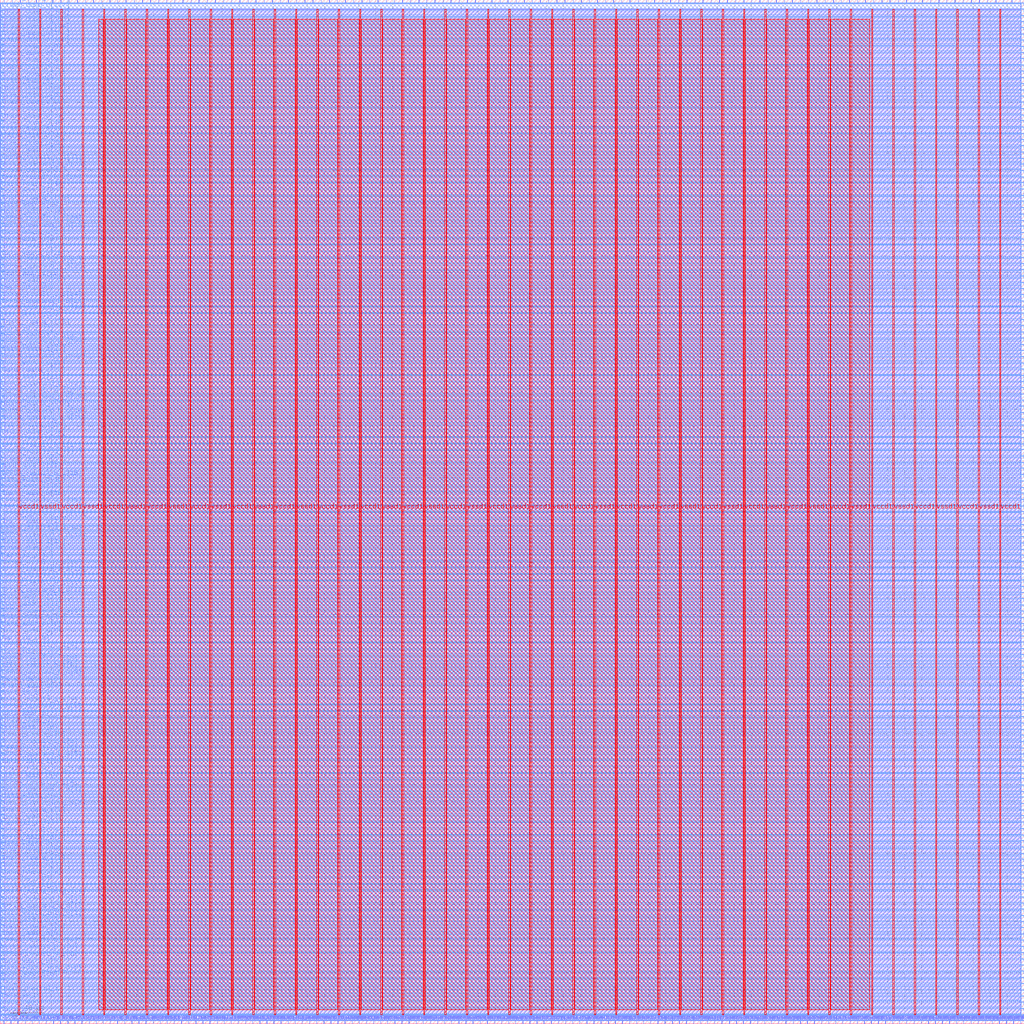
<source format=lef>
VERSION 5.7 ;
  NOWIREEXTENSIONATPIN ON ;
  DIVIDERCHAR "/" ;
  BUSBITCHARS "[]" ;
MACRO ibex_top
  CLASS BLOCK ;
  FOREIGN ibex_top ;
  ORIGIN 0.000 0.000 ;
  SIZE 1200.000 BY 1200.000 ;
  PIN alert_major_o
    DIRECTION OUTPUT TRISTATE ;
    USE SIGNAL ;
    PORT
      LAYER met3 ;
        RECT 0.000 3.440 4.000 4.040 ;
    END
  END alert_major_o
  PIN alert_minor_o
    DIRECTION OUTPUT TRISTATE ;
    USE SIGNAL ;
    PORT
      LAYER met3 ;
        RECT 1196.000 3.440 1200.000 4.040 ;
    END
  END alert_minor_o
  PIN boot_addr_i[0]
    DIRECTION INPUT ;
    USE SIGNAL ;
    PORT
      LAYER met3 ;
        RECT 0.000 51.720 4.000 52.320 ;
    END
  END boot_addr_i[0]
  PIN boot_addr_i[10]
    DIRECTION INPUT ;
    USE SIGNAL ;
    PORT
      LAYER met3 ;
        RECT 1196.000 403.280 1200.000 403.880 ;
    END
  END boot_addr_i[10]
  PIN boot_addr_i[11]
    DIRECTION INPUT ;
    USE SIGNAL ;
    PORT
      LAYER met3 ;
        RECT 0.000 486.240 4.000 486.840 ;
    END
  END boot_addr_i[11]
  PIN boot_addr_i[12]
    DIRECTION INPUT ;
    USE SIGNAL ;
    PORT
      LAYER met3 ;
        RECT 1196.000 454.280 1200.000 454.880 ;
    END
  END boot_addr_i[12]
  PIN boot_addr_i[13]
    DIRECTION INPUT ;
    USE SIGNAL ;
    PORT
      LAYER met2 ;
        RECT 414.090 1196.000 414.370 1200.000 ;
    END
  END boot_addr_i[13]
  PIN boot_addr_i[14]
    DIRECTION INPUT ;
    USE SIGNAL ;
    PORT
      LAYER met2 ;
        RECT 595.790 0.000 596.070 4.000 ;
    END
  END boot_addr_i[14]
  PIN boot_addr_i[15]
    DIRECTION INPUT ;
    USE SIGNAL ;
    PORT
      LAYER met2 ;
        RECT 461.470 1196.000 461.750 1200.000 ;
    END
  END boot_addr_i[15]
  PIN boot_addr_i[16]
    DIRECTION INPUT ;
    USE SIGNAL ;
    PORT
      LAYER met3 ;
        RECT 0.000 623.600 4.000 624.200 ;
    END
  END boot_addr_i[16]
  PIN boot_addr_i[17]
    DIRECTION INPUT ;
    USE SIGNAL ;
    PORT
      LAYER met3 ;
        RECT 0.000 647.400 4.000 648.000 ;
    END
  END boot_addr_i[17]
  PIN boot_addr_i[18]
    DIRECTION INPUT ;
    USE SIGNAL ;
    PORT
      LAYER met3 ;
        RECT 1196.000 606.600 1200.000 607.200 ;
    END
  END boot_addr_i[18]
  PIN boot_addr_i[19]
    DIRECTION INPUT ;
    USE SIGNAL ;
    PORT
      LAYER met3 ;
        RECT 1196.000 635.840 1200.000 636.440 ;
    END
  END boot_addr_i[19]
  PIN boot_addr_i[1]
    DIRECTION INPUT ;
    USE SIGNAL ;
    PORT
      LAYER met3 ;
        RECT 0.000 115.640 4.000 116.240 ;
    END
  END boot_addr_i[1]
  PIN boot_addr_i[20]
    DIRECTION INPUT ;
    USE SIGNAL ;
    PORT
      LAYER met3 ;
        RECT 1196.000 672.560 1200.000 673.160 ;
    END
  END boot_addr_i[20]
  PIN boot_addr_i[21]
    DIRECTION INPUT ;
    USE SIGNAL ;
    PORT
      LAYER met2 ;
        RECT 762.310 0.000 762.590 4.000 ;
    END
  END boot_addr_i[21]
  PIN boot_addr_i[22]
    DIRECTION INPUT ;
    USE SIGNAL ;
    PORT
      LAYER met3 ;
        RECT 0.000 752.120 4.000 752.720 ;
    END
  END boot_addr_i[22]
  PIN boot_addr_i[23]
    DIRECTION INPUT ;
    USE SIGNAL ;
    PORT
      LAYER met3 ;
        RECT 1196.000 752.120 1200.000 752.720 ;
    END
  END boot_addr_i[23]
  PIN boot_addr_i[24]
    DIRECTION INPUT ;
    USE SIGNAL ;
    PORT
      LAYER met3 ;
        RECT 0.000 824.880 4.000 825.480 ;
    END
  END boot_addr_i[24]
  PIN boot_addr_i[25]
    DIRECTION INPUT ;
    USE SIGNAL ;
    PORT
      LAYER met3 ;
        RECT 0.000 873.160 4.000 873.760 ;
    END
  END boot_addr_i[25]
  PIN boot_addr_i[26]
    DIRECTION INPUT ;
    USE SIGNAL ;
    PORT
      LAYER met2 ;
        RECT 776.110 1196.000 776.390 1200.000 ;
    END
  END boot_addr_i[26]
  PIN boot_addr_i[27]
    DIRECTION INPUT ;
    USE SIGNAL ;
    PORT
      LAYER met3 ;
        RECT 0.000 913.280 4.000 913.880 ;
    END
  END boot_addr_i[27]
  PIN boot_addr_i[28]
    DIRECTION INPUT ;
    USE SIGNAL ;
    PORT
      LAYER met2 ;
        RECT 842.810 1196.000 843.090 1200.000 ;
    END
  END boot_addr_i[28]
  PIN boot_addr_i[29]
    DIRECTION INPUT ;
    USE SIGNAL ;
    PORT
      LAYER met2 ;
        RECT 937.570 0.000 937.850 4.000 ;
    END
  END boot_addr_i[29]
  PIN boot_addr_i[2]
    DIRECTION INPUT ;
    USE SIGNAL ;
    PORT
      LAYER met3 ;
        RECT 0.000 156.440 4.000 157.040 ;
    END
  END boot_addr_i[2]
  PIN boot_addr_i[30]
    DIRECTION INPUT ;
    USE SIGNAL ;
    PORT
      LAYER met3 ;
        RECT 0.000 969.720 4.000 970.320 ;
    END
  END boot_addr_i[30]
  PIN boot_addr_i[31]
    DIRECTION INPUT ;
    USE SIGNAL ;
    PORT
      LAYER met3 ;
        RECT 1196.000 977.880 1200.000 978.480 ;
    END
  END boot_addr_i[31]
  PIN boot_addr_i[3]
    DIRECTION INPUT ;
    USE SIGNAL ;
    PORT
      LAYER met2 ;
        RECT 304.150 0.000 304.430 4.000 ;
    END
  END boot_addr_i[3]
  PIN boot_addr_i[4]
    DIRECTION INPUT ;
    USE SIGNAL ;
    PORT
      LAYER met2 ;
        RECT 166.610 1196.000 166.890 1200.000 ;
    END
  END boot_addr_i[4]
  PIN boot_addr_i[5]
    DIRECTION INPUT ;
    USE SIGNAL ;
    PORT
      LAYER met2 ;
        RECT 213.990 1196.000 214.270 1200.000 ;
    END
  END boot_addr_i[5]
  PIN boot_addr_i[6]
    DIRECTION INPUT ;
    USE SIGNAL ;
    PORT
      LAYER met3 ;
        RECT 0.000 341.400 4.000 342.000 ;
    END
  END boot_addr_i[6]
  PIN boot_addr_i[7]
    DIRECTION INPUT ;
    USE SIGNAL ;
    PORT
      LAYER met3 ;
        RECT 1196.000 323.040 1200.000 323.640 ;
    END
  END boot_addr_i[7]
  PIN boot_addr_i[8]
    DIRECTION INPUT ;
    USE SIGNAL ;
    PORT
      LAYER met3 ;
        RECT 1196.000 366.560 1200.000 367.160 ;
    END
  END boot_addr_i[8]
  PIN boot_addr_i[9]
    DIRECTION INPUT ;
    USE SIGNAL ;
    PORT
      LAYER met2 ;
        RECT 252.170 1196.000 252.450 1200.000 ;
    END
  END boot_addr_i[9]
  PIN clk_i
    DIRECTION INPUT ;
    USE SIGNAL ;
    PORT
      LAYER met3 ;
        RECT 1196.000 10.240 1200.000 10.840 ;
    END
  END clk_i
  PIN core_sleep_o
    DIRECTION OUTPUT TRISTATE ;
    USE SIGNAL ;
    PORT
      LAYER met2 ;
        RECT 162.470 0.000 162.750 4.000 ;
    END
  END core_sleep_o
  PIN crash_dump_o[0]
    DIRECTION OUTPUT TRISTATE ;
    USE SIGNAL ;
    PORT
      LAYER met2 ;
        RECT 203.870 0.000 204.150 4.000 ;
    END
  END crash_dump_o[0]
  PIN crash_dump_o[100]
    DIRECTION OUTPUT TRISTATE ;
    USE SIGNAL ;
    PORT
      LAYER met3 ;
        RECT 0.000 1147.200 4.000 1147.800 ;
    END
  END crash_dump_o[100]
  PIN crash_dump_o[101]
    DIRECTION OUTPUT TRISTATE ;
    USE SIGNAL ;
    PORT
      LAYER met3 ;
        RECT 1196.000 1130.880 1200.000 1131.480 ;
    END
  END crash_dump_o[101]
  PIN crash_dump_o[102]
    DIRECTION OUTPUT TRISTATE ;
    USE SIGNAL ;
    PORT
      LAYER met3 ;
        RECT 0.000 1154.680 4.000 1155.280 ;
    END
  END crash_dump_o[102]
  PIN crash_dump_o[103]
    DIRECTION OUTPUT TRISTATE ;
    USE SIGNAL ;
    PORT
      LAYER met2 ;
        RECT 1154.230 0.000 1154.510 4.000 ;
    END
  END crash_dump_o[103]
  PIN crash_dump_o[104]
    DIRECTION OUTPUT TRISTATE ;
    USE SIGNAL ;
    PORT
      LAYER met3 ;
        RECT 0.000 1162.840 4.000 1163.440 ;
    END
  END crash_dump_o[104]
  PIN crash_dump_o[105]
    DIRECTION OUTPUT TRISTATE ;
    USE SIGNAL ;
    PORT
      LAYER met2 ;
        RECT 1162.510 0.000 1162.790 4.000 ;
    END
  END crash_dump_o[105]
  PIN crash_dump_o[106]
    DIRECTION OUTPUT TRISTATE ;
    USE SIGNAL ;
    PORT
      LAYER met3 ;
        RECT 0.000 1171.000 4.000 1171.600 ;
    END
  END crash_dump_o[106]
  PIN crash_dump_o[107]
    DIRECTION OUTPUT TRISTATE ;
    USE SIGNAL ;
    PORT
      LAYER met3 ;
        RECT 1196.000 1137.680 1200.000 1138.280 ;
    END
  END crash_dump_o[107]
  PIN crash_dump_o[108]
    DIRECTION OUTPUT TRISTATE ;
    USE SIGNAL ;
    PORT
      LAYER met3 ;
        RECT 0.000 1179.160 4.000 1179.760 ;
    END
  END crash_dump_o[108]
  PIN crash_dump_o[109]
    DIRECTION OUTPUT TRISTATE ;
    USE SIGNAL ;
    PORT
      LAYER met3 ;
        RECT 1196.000 1145.160 1200.000 1145.760 ;
    END
  END crash_dump_o[109]
  PIN crash_dump_o[10]
    DIRECTION OUTPUT TRISTATE ;
    USE SIGNAL ;
    PORT
      LAYER met2 ;
        RECT 504.250 0.000 504.530 4.000 ;
    END
  END crash_dump_o[10]
  PIN crash_dump_o[110]
    DIRECTION OUTPUT TRISTATE ;
    USE SIGNAL ;
    PORT
      LAYER met3 ;
        RECT 1196.000 1152.640 1200.000 1153.240 ;
    END
  END crash_dump_o[110]
  PIN crash_dump_o[111]
    DIRECTION OUTPUT TRISTATE ;
    USE SIGNAL ;
    PORT
      LAYER met3 ;
        RECT 1196.000 1159.440 1200.000 1160.040 ;
    END
  END crash_dump_o[111]
  PIN crash_dump_o[112]
    DIRECTION OUTPUT TRISTATE ;
    USE SIGNAL ;
    PORT
      LAYER met3 ;
        RECT 1196.000 1166.920 1200.000 1167.520 ;
    END
  END crash_dump_o[112]
  PIN crash_dump_o[113]
    DIRECTION OUTPUT TRISTATE ;
    USE SIGNAL ;
    PORT
      LAYER met2 ;
        RECT 1170.790 0.000 1171.070 4.000 ;
    END
  END crash_dump_o[113]
  PIN crash_dump_o[114]
    DIRECTION OUTPUT TRISTATE ;
    USE SIGNAL ;
    PORT
      LAYER met2 ;
        RECT 1179.070 0.000 1179.350 4.000 ;
    END
  END crash_dump_o[114]
  PIN crash_dump_o[115]
    DIRECTION OUTPUT TRISTATE ;
    USE SIGNAL ;
    PORT
      LAYER met3 ;
        RECT 1196.000 1174.400 1200.000 1175.000 ;
    END
  END crash_dump_o[115]
  PIN crash_dump_o[116]
    DIRECTION OUTPUT TRISTATE ;
    USE SIGNAL ;
    PORT
      LAYER met3 ;
        RECT 1196.000 1181.200 1200.000 1181.800 ;
    END
  END crash_dump_o[116]
  PIN crash_dump_o[117]
    DIRECTION OUTPUT TRISTATE ;
    USE SIGNAL ;
    PORT
      LAYER met3 ;
        RECT 0.000 1187.320 4.000 1187.920 ;
    END
  END crash_dump_o[117]
  PIN crash_dump_o[118]
    DIRECTION OUTPUT TRISTATE ;
    USE SIGNAL ;
    PORT
      LAYER met2 ;
        RECT 1156.990 1196.000 1157.270 1200.000 ;
    END
  END crash_dump_o[118]
  PIN crash_dump_o[119]
    DIRECTION OUTPUT TRISTATE ;
    USE SIGNAL ;
    PORT
      LAYER met2 ;
        RECT 1187.350 0.000 1187.630 4.000 ;
    END
  END crash_dump_o[119]
  PIN crash_dump_o[11]
    DIRECTION OUTPUT TRISTATE ;
    USE SIGNAL ;
    PORT
      LAYER met3 ;
        RECT 1196.000 432.520 1200.000 433.120 ;
    END
  END crash_dump_o[11]
  PIN crash_dump_o[120]
    DIRECTION OUTPUT TRISTATE ;
    USE SIGNAL ;
    PORT
      LAYER met3 ;
        RECT 1196.000 1188.680 1200.000 1189.280 ;
    END
  END crash_dump_o[120]
  PIN crash_dump_o[121]
    DIRECTION OUTPUT TRISTATE ;
    USE SIGNAL ;
    PORT
      LAYER met2 ;
        RECT 1166.650 1196.000 1166.930 1200.000 ;
    END
  END crash_dump_o[121]
  PIN crash_dump_o[122]
    DIRECTION OUTPUT TRISTATE ;
    USE SIGNAL ;
    PORT
      LAYER met2 ;
        RECT 1175.850 1196.000 1176.130 1200.000 ;
    END
  END crash_dump_o[122]
  PIN crash_dump_o[123]
    DIRECTION OUTPUT TRISTATE ;
    USE SIGNAL ;
    PORT
      LAYER met3 ;
        RECT 1196.000 1196.160 1200.000 1196.760 ;
    END
  END crash_dump_o[123]
  PIN crash_dump_o[124]
    DIRECTION OUTPUT TRISTATE ;
    USE SIGNAL ;
    PORT
      LAYER met2 ;
        RECT 1185.510 1196.000 1185.790 1200.000 ;
    END
  END crash_dump_o[124]
  PIN crash_dump_o[125]
    DIRECTION OUTPUT TRISTATE ;
    USE SIGNAL ;
    PORT
      LAYER met2 ;
        RECT 1195.630 0.000 1195.910 4.000 ;
    END
  END crash_dump_o[125]
  PIN crash_dump_o[126]
    DIRECTION OUTPUT TRISTATE ;
    USE SIGNAL ;
    PORT
      LAYER met3 ;
        RECT 0.000 1195.480 4.000 1196.080 ;
    END
  END crash_dump_o[126]
  PIN crash_dump_o[127]
    DIRECTION OUTPUT TRISTATE ;
    USE SIGNAL ;
    PORT
      LAYER met2 ;
        RECT 1195.170 1196.000 1195.450 1200.000 ;
    END
  END crash_dump_o[127]
  PIN crash_dump_o[12]
    DIRECTION OUTPUT TRISTATE ;
    USE SIGNAL ;
    PORT
      LAYER met2 ;
        RECT 375.910 1196.000 376.190 1200.000 ;
    END
  END crash_dump_o[12]
  PIN crash_dump_o[13]
    DIRECTION OUTPUT TRISTATE ;
    USE SIGNAL ;
    PORT
      LAYER met2 ;
        RECT 562.210 0.000 562.490 4.000 ;
    END
  END crash_dump_o[13]
  PIN crash_dump_o[14]
    DIRECTION OUTPUT TRISTATE ;
    USE SIGNAL ;
    PORT
      LAYER met3 ;
        RECT 0.000 550.840 4.000 551.440 ;
    END
  END crash_dump_o[14]
  PIN crash_dump_o[15]
    DIRECTION OUTPUT TRISTATE ;
    USE SIGNAL ;
    PORT
      LAYER met3 ;
        RECT 1196.000 527.040 1200.000 527.640 ;
    END
  END crash_dump_o[15]
  PIN crash_dump_o[16]
    DIRECTION OUTPUT TRISTATE ;
    USE SIGNAL ;
    PORT
      LAYER met2 ;
        RECT 480.790 1196.000 481.070 1200.000 ;
    END
  END crash_dump_o[16]
  PIN crash_dump_o[17]
    DIRECTION OUTPUT TRISTATE ;
    USE SIGNAL ;
    PORT
      LAYER met3 ;
        RECT 0.000 655.560 4.000 656.160 ;
    END
  END crash_dump_o[17]
  PIN crash_dump_o[18]
    DIRECTION OUTPUT TRISTATE ;
    USE SIGNAL ;
    PORT
      LAYER met3 ;
        RECT 0.000 687.520 4.000 688.120 ;
    END
  END crash_dump_o[18]
  PIN crash_dump_o[19]
    DIRECTION OUTPUT TRISTATE ;
    USE SIGNAL ;
    PORT
      LAYER met3 ;
        RECT 1196.000 643.320 1200.000 643.920 ;
    END
  END crash_dump_o[19]
  PIN crash_dump_o[1]
    DIRECTION OUTPUT TRISTATE ;
    USE SIGNAL ;
    PORT
      LAYER met2 ;
        RECT 70.930 1196.000 71.210 1200.000 ;
    END
  END crash_dump_o[1]
  PIN crash_dump_o[20]
    DIRECTION OUTPUT TRISTATE ;
    USE SIGNAL ;
    PORT
      LAYER met3 ;
        RECT 1196.000 679.360 1200.000 679.960 ;
    END
  END crash_dump_o[20]
  PIN crash_dump_o[21]
    DIRECTION OUTPUT TRISTATE ;
    USE SIGNAL ;
    PORT
      LAYER met2 ;
        RECT 623.390 1196.000 623.670 1200.000 ;
    END
  END crash_dump_o[21]
  PIN crash_dump_o[22]
    DIRECTION OUTPUT TRISTATE ;
    USE SIGNAL ;
    PORT
      LAYER met2 ;
        RECT 652.370 1196.000 652.650 1200.000 ;
    END
  END crash_dump_o[22]
  PIN crash_dump_o[23]
    DIRECTION OUTPUT TRISTATE ;
    USE SIGNAL ;
    PORT
      LAYER met2 ;
        RECT 690.090 1196.000 690.370 1200.000 ;
    END
  END crash_dump_o[23]
  PIN crash_dump_o[24]
    DIRECTION OUTPUT TRISTATE ;
    USE SIGNAL ;
    PORT
      LAYER met2 ;
        RECT 718.610 1196.000 718.890 1200.000 ;
    END
  END crash_dump_o[24]
  PIN crash_dump_o[25]
    DIRECTION OUTPUT TRISTATE ;
    USE SIGNAL ;
    PORT
      LAYER met2 ;
        RECT 747.590 1196.000 747.870 1200.000 ;
    END
  END crash_dump_o[25]
  PIN crash_dump_o[26]
    DIRECTION OUTPUT TRISTATE ;
    USE SIGNAL ;
    PORT
      LAYER met2 ;
        RECT 785.310 1196.000 785.590 1200.000 ;
    END
  END crash_dump_o[26]
  PIN crash_dump_o[27]
    DIRECTION OUTPUT TRISTATE ;
    USE SIGNAL ;
    PORT
      LAYER met2 ;
        RECT 879.150 0.000 879.430 4.000 ;
    END
  END crash_dump_o[27]
  PIN crash_dump_o[28]
    DIRECTION OUTPUT TRISTATE ;
    USE SIGNAL ;
    PORT
      LAYER met2 ;
        RECT 852.010 1196.000 852.290 1200.000 ;
    END
  END crash_dump_o[28]
  PIN crash_dump_o[29]
    DIRECTION OUTPUT TRISTATE ;
    USE SIGNAL ;
    PORT
      LAYER met3 ;
        RECT 1196.000 926.880 1200.000 927.480 ;
    END
  END crash_dump_o[29]
  PIN crash_dump_o[2]
    DIRECTION OUTPUT TRISTATE ;
    USE SIGNAL ;
    PORT
      LAYER met3 ;
        RECT 1196.000 112.240 1200.000 112.840 ;
    END
  END crash_dump_o[2]
  PIN crash_dump_o[30]
    DIRECTION OUTPUT TRISTATE ;
    USE SIGNAL ;
    PORT
      LAYER met3 ;
        RECT 1196.000 948.640 1200.000 949.240 ;
    END
  END crash_dump_o[30]
  PIN crash_dump_o[31]
    DIRECTION OUTPUT TRISTATE ;
    USE SIGNAL ;
    PORT
      LAYER met3 ;
        RECT 0.000 994.200 4.000 994.800 ;
    END
  END crash_dump_o[31]
  PIN crash_dump_o[32]
    DIRECTION OUTPUT TRISTATE ;
    USE SIGNAL ;
    PORT
      LAYER met3 ;
        RECT 0.000 1026.160 4.000 1026.760 ;
    END
  END crash_dump_o[32]
  PIN crash_dump_o[33]
    DIRECTION OUTPUT TRISTATE ;
    USE SIGNAL ;
    PORT
      LAYER met3 ;
        RECT 1196.000 1007.120 1200.000 1007.720 ;
    END
  END crash_dump_o[33]
  PIN crash_dump_o[34]
    DIRECTION OUTPUT TRISTATE ;
    USE SIGNAL ;
    PORT
      LAYER met2 ;
        RECT 1029.110 0.000 1029.390 4.000 ;
    END
  END crash_dump_o[34]
  PIN crash_dump_o[35]
    DIRECTION OUTPUT TRISTATE ;
    USE SIGNAL ;
    PORT
      LAYER met2 ;
        RECT 956.890 1196.000 957.170 1200.000 ;
    END
  END crash_dump_o[35]
  PIN crash_dump_o[36]
    DIRECTION OUTPUT TRISTATE ;
    USE SIGNAL ;
    PORT
      LAYER met3 ;
        RECT 1196.000 1013.920 1200.000 1014.520 ;
    END
  END crash_dump_o[36]
  PIN crash_dump_o[37]
    DIRECTION OUTPUT TRISTATE ;
    USE SIGNAL ;
    PORT
      LAYER met2 ;
        RECT 966.550 1196.000 966.830 1200.000 ;
    END
  END crash_dump_o[37]
  PIN crash_dump_o[38]
    DIRECTION OUTPUT TRISTATE ;
    USE SIGNAL ;
    PORT
      LAYER met2 ;
        RECT 976.210 1196.000 976.490 1200.000 ;
    END
  END crash_dump_o[38]
  PIN crash_dump_o[39]
    DIRECTION OUTPUT TRISTATE ;
    USE SIGNAL ;
    PORT
      LAYER met3 ;
        RECT 0.000 1034.320 4.000 1034.920 ;
    END
  END crash_dump_o[39]
  PIN crash_dump_o[3]
    DIRECTION OUTPUT TRISTATE ;
    USE SIGNAL ;
    PORT
      LAYER met3 ;
        RECT 0.000 196.560 4.000 197.160 ;
    END
  END crash_dump_o[3]
  PIN crash_dump_o[40]
    DIRECTION OUTPUT TRISTATE ;
    USE SIGNAL ;
    PORT
      LAYER met3 ;
        RECT 1196.000 1021.400 1200.000 1022.000 ;
    END
  END crash_dump_o[40]
  PIN crash_dump_o[41]
    DIRECTION OUTPUT TRISTATE ;
    USE SIGNAL ;
    PORT
      LAYER met2 ;
        RECT 1037.390 0.000 1037.670 4.000 ;
    END
  END crash_dump_o[41]
  PIN crash_dump_o[42]
    DIRECTION OUTPUT TRISTATE ;
    USE SIGNAL ;
    PORT
      LAYER met2 ;
        RECT 985.410 1196.000 985.690 1200.000 ;
    END
  END crash_dump_o[42]
  PIN crash_dump_o[43]
    DIRECTION OUTPUT TRISTATE ;
    USE SIGNAL ;
    PORT
      LAYER met3 ;
        RECT 1196.000 1028.880 1200.000 1029.480 ;
    END
  END crash_dump_o[43]
  PIN crash_dump_o[44]
    DIRECTION OUTPUT TRISTATE ;
    USE SIGNAL ;
    PORT
      LAYER met3 ;
        RECT 0.000 1042.480 4.000 1043.080 ;
    END
  END crash_dump_o[44]
  PIN crash_dump_o[45]
    DIRECTION OUTPUT TRISTATE ;
    USE SIGNAL ;
    PORT
      LAYER met2 ;
        RECT 995.070 1196.000 995.350 1200.000 ;
    END
  END crash_dump_o[45]
  PIN crash_dump_o[46]
    DIRECTION OUTPUT TRISTATE ;
    USE SIGNAL ;
    PORT
      LAYER met2 ;
        RECT 1045.670 0.000 1045.950 4.000 ;
    END
  END crash_dump_o[46]
  PIN crash_dump_o[47]
    DIRECTION OUTPUT TRISTATE ;
    USE SIGNAL ;
    PORT
      LAYER met2 ;
        RECT 1053.950 0.000 1054.230 4.000 ;
    END
  END crash_dump_o[47]
  PIN crash_dump_o[48]
    DIRECTION OUTPUT TRISTATE ;
    USE SIGNAL ;
    PORT
      LAYER met2 ;
        RECT 1004.730 1196.000 1005.010 1200.000 ;
    END
  END crash_dump_o[48]
  PIN crash_dump_o[49]
    DIRECTION OUTPUT TRISTATE ;
    USE SIGNAL ;
    PORT
      LAYER met3 ;
        RECT 0.000 1049.960 4.000 1050.560 ;
    END
  END crash_dump_o[49]
  PIN crash_dump_o[4]
    DIRECTION OUTPUT TRISTATE ;
    USE SIGNAL ;
    PORT
      LAYER met2 ;
        RECT 328.990 0.000 329.270 4.000 ;
    END
  END crash_dump_o[4]
  PIN crash_dump_o[50]
    DIRECTION OUTPUT TRISTATE ;
    USE SIGNAL ;
    PORT
      LAYER met2 ;
        RECT 1013.930 1196.000 1014.210 1200.000 ;
    END
  END crash_dump_o[50]
  PIN crash_dump_o[51]
    DIRECTION OUTPUT TRISTATE ;
    USE SIGNAL ;
    PORT
      LAYER met2 ;
        RECT 1023.590 1196.000 1023.870 1200.000 ;
    END
  END crash_dump_o[51]
  PIN crash_dump_o[52]
    DIRECTION OUTPUT TRISTATE ;
    USE SIGNAL ;
    PORT
      LAYER met3 ;
        RECT 0.000 1058.120 4.000 1058.720 ;
    END
  END crash_dump_o[52]
  PIN crash_dump_o[53]
    DIRECTION OUTPUT TRISTATE ;
    USE SIGNAL ;
    PORT
      LAYER met2 ;
        RECT 1033.250 1196.000 1033.530 1200.000 ;
    END
  END crash_dump_o[53]
  PIN crash_dump_o[54]
    DIRECTION OUTPUT TRISTATE ;
    USE SIGNAL ;
    PORT
      LAYER met2 ;
        RECT 1062.230 0.000 1062.510 4.000 ;
    END
  END crash_dump_o[54]
  PIN crash_dump_o[55]
    DIRECTION OUTPUT TRISTATE ;
    USE SIGNAL ;
    PORT
      LAYER met3 ;
        RECT 0.000 1066.280 4.000 1066.880 ;
    END
  END crash_dump_o[55]
  PIN crash_dump_o[56]
    DIRECTION OUTPUT TRISTATE ;
    USE SIGNAL ;
    PORT
      LAYER met3 ;
        RECT 1196.000 1035.680 1200.000 1036.280 ;
    END
  END crash_dump_o[56]
  PIN crash_dump_o[57]
    DIRECTION OUTPUT TRISTATE ;
    USE SIGNAL ;
    PORT
      LAYER met2 ;
        RECT 1042.450 1196.000 1042.730 1200.000 ;
    END
  END crash_dump_o[57]
  PIN crash_dump_o[58]
    DIRECTION OUTPUT TRISTATE ;
    USE SIGNAL ;
    PORT
      LAYER met3 ;
        RECT 0.000 1074.440 4.000 1075.040 ;
    END
  END crash_dump_o[58]
  PIN crash_dump_o[59]
    DIRECTION OUTPUT TRISTATE ;
    USE SIGNAL ;
    PORT
      LAYER met2 ;
        RECT 1052.110 1196.000 1052.390 1200.000 ;
    END
  END crash_dump_o[59]
  PIN crash_dump_o[5]
    DIRECTION OUTPUT TRISTATE ;
    USE SIGNAL ;
    PORT
      LAYER met3 ;
        RECT 1196.000 221.040 1200.000 221.640 ;
    END
  END crash_dump_o[5]
  PIN crash_dump_o[60]
    DIRECTION OUTPUT TRISTATE ;
    USE SIGNAL ;
    PORT
      LAYER met3 ;
        RECT 1196.000 1043.160 1200.000 1043.760 ;
    END
  END crash_dump_o[60]
  PIN crash_dump_o[61]
    DIRECTION OUTPUT TRISTATE ;
    USE SIGNAL ;
    PORT
      LAYER met2 ;
        RECT 1061.770 1196.000 1062.050 1200.000 ;
    END
  END crash_dump_o[61]
  PIN crash_dump_o[62]
    DIRECTION OUTPUT TRISTATE ;
    USE SIGNAL ;
    PORT
      LAYER met2 ;
        RECT 1070.970 0.000 1071.250 4.000 ;
    END
  END crash_dump_o[62]
  PIN crash_dump_o[63]
    DIRECTION OUTPUT TRISTATE ;
    USE SIGNAL ;
    PORT
      LAYER met3 ;
        RECT 0.000 1082.600 4.000 1083.200 ;
    END
  END crash_dump_o[63]
  PIN crash_dump_o[64]
    DIRECTION OUTPUT TRISTATE ;
    USE SIGNAL ;
    PORT
      LAYER met3 ;
        RECT 0.000 1090.760 4.000 1091.360 ;
    END
  END crash_dump_o[64]
  PIN crash_dump_o[65]
    DIRECTION OUTPUT TRISTATE ;
    USE SIGNAL ;
    PORT
      LAYER met2 ;
        RECT 1079.250 0.000 1079.530 4.000 ;
    END
  END crash_dump_o[65]
  PIN crash_dump_o[66]
    DIRECTION OUTPUT TRISTATE ;
    USE SIGNAL ;
    PORT
      LAYER met3 ;
        RECT 1196.000 1050.640 1200.000 1051.240 ;
    END
  END crash_dump_o[66]
  PIN crash_dump_o[67]
    DIRECTION OUTPUT TRISTATE ;
    USE SIGNAL ;
    PORT
      LAYER met2 ;
        RECT 1071.430 1196.000 1071.710 1200.000 ;
    END
  END crash_dump_o[67]
  PIN crash_dump_o[68]
    DIRECTION OUTPUT TRISTATE ;
    USE SIGNAL ;
    PORT
      LAYER met2 ;
        RECT 1080.630 1196.000 1080.910 1200.000 ;
    END
  END crash_dump_o[68]
  PIN crash_dump_o[69]
    DIRECTION OUTPUT TRISTATE ;
    USE SIGNAL ;
    PORT
      LAYER met2 ;
        RECT 1090.290 1196.000 1090.570 1200.000 ;
    END
  END crash_dump_o[69]
  PIN crash_dump_o[6]
    DIRECTION OUTPUT TRISTATE ;
    USE SIGNAL ;
    PORT
      LAYER met2 ;
        RECT 379.130 0.000 379.410 4.000 ;
    END
  END crash_dump_o[6]
  PIN crash_dump_o[70]
    DIRECTION OUTPUT TRISTATE ;
    USE SIGNAL ;
    PORT
      LAYER met3 ;
        RECT 0.000 1098.920 4.000 1099.520 ;
    END
  END crash_dump_o[70]
  PIN crash_dump_o[71]
    DIRECTION OUTPUT TRISTATE ;
    USE SIGNAL ;
    PORT
      LAYER met3 ;
        RECT 0.000 1106.400 4.000 1107.000 ;
    END
  END crash_dump_o[71]
  PIN crash_dump_o[72]
    DIRECTION OUTPUT TRISTATE ;
    USE SIGNAL ;
    PORT
      LAYER met2 ;
        RECT 1087.530 0.000 1087.810 4.000 ;
    END
  END crash_dump_o[72]
  PIN crash_dump_o[73]
    DIRECTION OUTPUT TRISTATE ;
    USE SIGNAL ;
    PORT
      LAYER met3 ;
        RECT 0.000 1114.560 4.000 1115.160 ;
    END
  END crash_dump_o[73]
  PIN crash_dump_o[74]
    DIRECTION OUTPUT TRISTATE ;
    USE SIGNAL ;
    PORT
      LAYER met2 ;
        RECT 1099.950 1196.000 1100.230 1200.000 ;
    END
  END crash_dump_o[74]
  PIN crash_dump_o[75]
    DIRECTION OUTPUT TRISTATE ;
    USE SIGNAL ;
    PORT
      LAYER met3 ;
        RECT 1196.000 1058.120 1200.000 1058.720 ;
    END
  END crash_dump_o[75]
  PIN crash_dump_o[76]
    DIRECTION OUTPUT TRISTATE ;
    USE SIGNAL ;
    PORT
      LAYER met3 ;
        RECT 1196.000 1064.920 1200.000 1065.520 ;
    END
  END crash_dump_o[76]
  PIN crash_dump_o[77]
    DIRECTION OUTPUT TRISTATE ;
    USE SIGNAL ;
    PORT
      LAYER met3 ;
        RECT 1196.000 1072.400 1200.000 1073.000 ;
    END
  END crash_dump_o[77]
  PIN crash_dump_o[78]
    DIRECTION OUTPUT TRISTATE ;
    USE SIGNAL ;
    PORT
      LAYER met2 ;
        RECT 1109.150 1196.000 1109.430 1200.000 ;
    END
  END crash_dump_o[78]
  PIN crash_dump_o[79]
    DIRECTION OUTPUT TRISTATE ;
    USE SIGNAL ;
    PORT
      LAYER met2 ;
        RECT 1095.810 0.000 1096.090 4.000 ;
    END
  END crash_dump_o[79]
  PIN crash_dump_o[7]
    DIRECTION OUTPUT TRISTATE ;
    USE SIGNAL ;
    PORT
      LAYER met3 ;
        RECT 0.000 349.560 4.000 350.160 ;
    END
  END crash_dump_o[7]
  PIN crash_dump_o[80]
    DIRECTION OUTPUT TRISTATE ;
    USE SIGNAL ;
    PORT
      LAYER met3 ;
        RECT 1196.000 1079.880 1200.000 1080.480 ;
    END
  END crash_dump_o[80]
  PIN crash_dump_o[81]
    DIRECTION OUTPUT TRISTATE ;
    USE SIGNAL ;
    PORT
      LAYER met2 ;
        RECT 1118.810 1196.000 1119.090 1200.000 ;
    END
  END crash_dump_o[81]
  PIN crash_dump_o[82]
    DIRECTION OUTPUT TRISTATE ;
    USE SIGNAL ;
    PORT
      LAYER met2 ;
        RECT 1104.090 0.000 1104.370 4.000 ;
    END
  END crash_dump_o[82]
  PIN crash_dump_o[83]
    DIRECTION OUTPUT TRISTATE ;
    USE SIGNAL ;
    PORT
      LAYER met3 ;
        RECT 1196.000 1086.680 1200.000 1087.280 ;
    END
  END crash_dump_o[83]
  PIN crash_dump_o[84]
    DIRECTION OUTPUT TRISTATE ;
    USE SIGNAL ;
    PORT
      LAYER met3 ;
        RECT 1196.000 1094.160 1200.000 1094.760 ;
    END
  END crash_dump_o[84]
  PIN crash_dump_o[85]
    DIRECTION OUTPUT TRISTATE ;
    USE SIGNAL ;
    PORT
      LAYER met2 ;
        RECT 1128.470 1196.000 1128.750 1200.000 ;
    END
  END crash_dump_o[85]
  PIN crash_dump_o[86]
    DIRECTION OUTPUT TRISTATE ;
    USE SIGNAL ;
    PORT
      LAYER met3 ;
        RECT 0.000 1122.720 4.000 1123.320 ;
    END
  END crash_dump_o[86]
  PIN crash_dump_o[87]
    DIRECTION OUTPUT TRISTATE ;
    USE SIGNAL ;
    PORT
      LAYER met2 ;
        RECT 1112.370 0.000 1112.650 4.000 ;
    END
  END crash_dump_o[87]
  PIN crash_dump_o[88]
    DIRECTION OUTPUT TRISTATE ;
    USE SIGNAL ;
    PORT
      LAYER met3 ;
        RECT 0.000 1130.880 4.000 1131.480 ;
    END
  END crash_dump_o[88]
  PIN crash_dump_o[89]
    DIRECTION OUTPUT TRISTATE ;
    USE SIGNAL ;
    PORT
      LAYER met2 ;
        RECT 1120.650 0.000 1120.930 4.000 ;
    END
  END crash_dump_o[89]
  PIN crash_dump_o[8]
    DIRECTION OUTPUT TRISTATE ;
    USE SIGNAL ;
    PORT
      LAYER met2 ;
        RECT 429.270 0.000 429.550 4.000 ;
    END
  END crash_dump_o[8]
  PIN crash_dump_o[90]
    DIRECTION OUTPUT TRISTATE ;
    USE SIGNAL ;
    PORT
      LAYER met3 ;
        RECT 1196.000 1101.640 1200.000 1102.240 ;
    END
  END crash_dump_o[90]
  PIN crash_dump_o[91]
    DIRECTION OUTPUT TRISTATE ;
    USE SIGNAL ;
    PORT
      LAYER met3 ;
        RECT 1196.000 1108.440 1200.000 1109.040 ;
    END
  END crash_dump_o[91]
  PIN crash_dump_o[92]
    DIRECTION OUTPUT TRISTATE ;
    USE SIGNAL ;
    PORT
      LAYER met3 ;
        RECT 1196.000 1115.920 1200.000 1116.520 ;
    END
  END crash_dump_o[92]
  PIN crash_dump_o[93]
    DIRECTION OUTPUT TRISTATE ;
    USE SIGNAL ;
    PORT
      LAYER met2 ;
        RECT 1138.130 1196.000 1138.410 1200.000 ;
    END
  END crash_dump_o[93]
  PIN crash_dump_o[94]
    DIRECTION OUTPUT TRISTATE ;
    USE SIGNAL ;
    PORT
      LAYER met2 ;
        RECT 1128.930 0.000 1129.210 4.000 ;
    END
  END crash_dump_o[94]
  PIN crash_dump_o[95]
    DIRECTION OUTPUT TRISTATE ;
    USE SIGNAL ;
    PORT
      LAYER met3 ;
        RECT 1196.000 1123.400 1200.000 1124.000 ;
    END
  END crash_dump_o[95]
  PIN crash_dump_o[96]
    DIRECTION OUTPUT TRISTATE ;
    USE SIGNAL ;
    PORT
      LAYER met2 ;
        RECT 1147.330 1196.000 1147.610 1200.000 ;
    END
  END crash_dump_o[96]
  PIN crash_dump_o[97]
    DIRECTION OUTPUT TRISTATE ;
    USE SIGNAL ;
    PORT
      LAYER met3 ;
        RECT 0.000 1139.040 4.000 1139.640 ;
    END
  END crash_dump_o[97]
  PIN crash_dump_o[98]
    DIRECTION OUTPUT TRISTATE ;
    USE SIGNAL ;
    PORT
      LAYER met2 ;
        RECT 1137.670 0.000 1137.950 4.000 ;
    END
  END crash_dump_o[98]
  PIN crash_dump_o[99]
    DIRECTION OUTPUT TRISTATE ;
    USE SIGNAL ;
    PORT
      LAYER met2 ;
        RECT 1145.950 0.000 1146.230 4.000 ;
    END
  END crash_dump_o[99]
  PIN crash_dump_o[9]
    DIRECTION OUTPUT TRISTATE ;
    USE SIGNAL ;
    PORT
      LAYER met3 ;
        RECT 1196.000 395.800 1200.000 396.400 ;
    END
  END crash_dump_o[9]
  PIN data_addr_o[0]
    DIRECTION OUTPUT TRISTATE ;
    USE SIGNAL ;
    PORT
      LAYER met2 ;
        RECT 212.150 0.000 212.430 4.000 ;
    END
  END data_addr_o[0]
  PIN data_addr_o[10]
    DIRECTION OUTPUT TRISTATE ;
    USE SIGNAL ;
    PORT
      LAYER met3 ;
        RECT 0.000 462.440 4.000 463.040 ;
    END
  END data_addr_o[10]
  PIN data_addr_o[11]
    DIRECTION OUTPUT TRISTATE ;
    USE SIGNAL ;
    PORT
      LAYER met3 ;
        RECT 0.000 494.400 4.000 495.000 ;
    END
  END data_addr_o[11]
  PIN data_addr_o[12]
    DIRECTION OUTPUT TRISTATE ;
    USE SIGNAL ;
    PORT
      LAYER met3 ;
        RECT 1196.000 461.080 1200.000 461.680 ;
    END
  END data_addr_o[12]
  PIN data_addr_o[13]
    DIRECTION OUTPUT TRISTATE ;
    USE SIGNAL ;
    PORT
      LAYER met2 ;
        RECT 570.950 0.000 571.230 4.000 ;
    END
  END data_addr_o[13]
  PIN data_addr_o[14]
    DIRECTION OUTPUT TRISTATE ;
    USE SIGNAL ;
    PORT
      LAYER met2 ;
        RECT 604.070 0.000 604.350 4.000 ;
    END
  END data_addr_o[14]
  PIN data_addr_o[15]
    DIRECTION OUTPUT TRISTATE ;
    USE SIGNAL ;
    PORT
      LAYER met2 ;
        RECT 620.630 0.000 620.910 4.000 ;
    END
  END data_addr_o[15]
  PIN data_addr_o[16]
    DIRECTION OUTPUT TRISTATE ;
    USE SIGNAL ;
    PORT
      LAYER met2 ;
        RECT 490.450 1196.000 490.730 1200.000 ;
    END
  END data_addr_o[16]
  PIN data_addr_o[17]
    DIRECTION OUTPUT TRISTATE ;
    USE SIGNAL ;
    PORT
      LAYER met2 ;
        RECT 670.770 0.000 671.050 4.000 ;
    END
  END data_addr_o[17]
  PIN data_addr_o[18]
    DIRECTION OUTPUT TRISTATE ;
    USE SIGNAL ;
    PORT
      LAYER met2 ;
        RECT 528.170 1196.000 528.450 1200.000 ;
    END
  END data_addr_o[18]
  PIN data_addr_o[19]
    DIRECTION OUTPUT TRISTATE ;
    USE SIGNAL ;
    PORT
      LAYER met2 ;
        RECT 712.630 0.000 712.910 4.000 ;
    END
  END data_addr_o[19]
  PIN data_addr_o[1]
    DIRECTION OUTPUT TRISTATE ;
    USE SIGNAL ;
    PORT
      LAYER met2 ;
        RECT 80.590 1196.000 80.870 1200.000 ;
    END
  END data_addr_o[1]
  PIN data_addr_o[20]
    DIRECTION OUTPUT TRISTATE ;
    USE SIGNAL ;
    PORT
      LAYER met2 ;
        RECT 585.670 1196.000 585.950 1200.000 ;
    END
  END data_addr_o[20]
  PIN data_addr_o[21]
    DIRECTION OUTPUT TRISTATE ;
    USE SIGNAL ;
    PORT
      LAYER met3 ;
        RECT 1196.000 708.600 1200.000 709.200 ;
    END
  END data_addr_o[21]
  PIN data_addr_o[22]
    DIRECTION OUTPUT TRISTATE ;
    USE SIGNAL ;
    PORT
      LAYER met2 ;
        RECT 804.170 0.000 804.450 4.000 ;
    END
  END data_addr_o[22]
  PIN data_addr_o[23]
    DIRECTION OUTPUT TRISTATE ;
    USE SIGNAL ;
    PORT
      LAYER met2 ;
        RECT 699.750 1196.000 700.030 1200.000 ;
    END
  END data_addr_o[23]
  PIN data_addr_o[24]
    DIRECTION OUTPUT TRISTATE ;
    USE SIGNAL ;
    PORT
      LAYER met2 ;
        RECT 728.270 1196.000 728.550 1200.000 ;
    END
  END data_addr_o[24]
  PIN data_addr_o[25]
    DIRECTION OUTPUT TRISTATE ;
    USE SIGNAL ;
    PORT
      LAYER met3 ;
        RECT 1196.000 810.600 1200.000 811.200 ;
    END
  END data_addr_o[25]
  PIN data_addr_o[26]
    DIRECTION OUTPUT TRISTATE ;
    USE SIGNAL ;
    PORT
      LAYER met3 ;
        RECT 1196.000 839.840 1200.000 840.440 ;
    END
  END data_addr_o[26]
  PIN data_addr_o[27]
    DIRECTION OUTPUT TRISTATE ;
    USE SIGNAL ;
    PORT
      LAYER met2 ;
        RECT 814.290 1196.000 814.570 1200.000 ;
    END
  END data_addr_o[27]
  PIN data_addr_o[28]
    DIRECTION OUTPUT TRISTATE ;
    USE SIGNAL ;
    PORT
      LAYER met2 ;
        RECT 912.270 0.000 912.550 4.000 ;
    END
  END data_addr_o[28]
  PIN data_addr_o[29]
    DIRECTION OUTPUT TRISTATE ;
    USE SIGNAL ;
    PORT
      LAYER met3 ;
        RECT 0.000 953.400 4.000 954.000 ;
    END
  END data_addr_o[29]
  PIN data_addr_o[2]
    DIRECTION OUTPUT TRISTATE ;
    USE SIGNAL ;
    PORT
      LAYER met2 ;
        RECT 99.910 1196.000 100.190 1200.000 ;
    END
  END data_addr_o[2]
  PIN data_addr_o[30]
    DIRECTION OUTPUT TRISTATE ;
    USE SIGNAL ;
    PORT
      LAYER met2 ;
        RECT 978.970 0.000 979.250 4.000 ;
    END
  END data_addr_o[30]
  PIN data_addr_o[31]
    DIRECTION OUTPUT TRISTATE ;
    USE SIGNAL ;
    PORT
      LAYER met2 ;
        RECT 918.710 1196.000 918.990 1200.000 ;
    END
  END data_addr_o[31]
  PIN data_addr_o[3]
    DIRECTION OUTPUT TRISTATE ;
    USE SIGNAL ;
    PORT
      LAYER met3 ;
        RECT 1196.000 177.520 1200.000 178.120 ;
    END
  END data_addr_o[3]
  PIN data_addr_o[4]
    DIRECTION OUTPUT TRISTATE ;
    USE SIGNAL ;
    PORT
      LAYER met3 ;
        RECT 1196.000 199.280 1200.000 199.880 ;
    END
  END data_addr_o[4]
  PIN data_addr_o[5]
    DIRECTION OUTPUT TRISTATE ;
    USE SIGNAL ;
    PORT
      LAYER met3 ;
        RECT 1196.000 228.520 1200.000 229.120 ;
    END
  END data_addr_o[5]
  PIN data_addr_o[6]
    DIRECTION OUTPUT TRISTATE ;
    USE SIGNAL ;
    PORT
      LAYER met2 ;
        RECT 387.410 0.000 387.690 4.000 ;
    END
  END data_addr_o[6]
  PIN data_addr_o[7]
    DIRECTION OUTPUT TRISTATE ;
    USE SIGNAL ;
    PORT
      LAYER met3 ;
        RECT 0.000 357.720 4.000 358.320 ;
    END
  END data_addr_o[7]
  PIN data_addr_o[8]
    DIRECTION OUTPUT TRISTATE ;
    USE SIGNAL ;
    PORT
      LAYER met3 ;
        RECT 1196.000 374.040 1200.000 374.640 ;
    END
  END data_addr_o[8]
  PIN data_addr_o[9]
    DIRECTION OUTPUT TRISTATE ;
    USE SIGNAL ;
    PORT
      LAYER met2 ;
        RECT 470.670 0.000 470.950 4.000 ;
    END
  END data_addr_o[9]
  PIN data_be_o[0]
    DIRECTION OUTPUT TRISTATE ;
    USE SIGNAL ;
    PORT
      LAYER met3 ;
        RECT 1196.000 46.960 1200.000 47.560 ;
    END
  END data_be_o[0]
  PIN data_be_o[1]
    DIRECTION OUTPUT TRISTATE ;
    USE SIGNAL ;
    PORT
      LAYER met2 ;
        RECT 254.010 0.000 254.290 4.000 ;
    END
  END data_be_o[1]
  PIN data_be_o[2]
    DIRECTION OUTPUT TRISTATE ;
    USE SIGNAL ;
    PORT
      LAYER met3 ;
        RECT 0.000 163.920 4.000 164.520 ;
    END
  END data_be_o[2]
  PIN data_be_o[3]
    DIRECTION OUTPUT TRISTATE ;
    USE SIGNAL ;
    PORT
      LAYER met3 ;
        RECT 1196.000 185.000 1200.000 185.600 ;
    END
  END data_be_o[3]
  PIN data_err_i
    DIRECTION INPUT ;
    USE SIGNAL ;
    PORT
      LAYER met2 ;
        RECT 170.750 0.000 171.030 4.000 ;
    END
  END data_err_i
  PIN data_gnt_i
    DIRECTION INPUT ;
    USE SIGNAL ;
    PORT
      LAYER met3 ;
        RECT 0.000 10.920 4.000 11.520 ;
    END
  END data_gnt_i
  PIN data_rdata_i[0]
    DIRECTION INPUT ;
    USE SIGNAL ;
    PORT
      LAYER met2 ;
        RECT 220.890 0.000 221.170 4.000 ;
    END
  END data_rdata_i[0]
  PIN data_rdata_i[10]
    DIRECTION INPUT ;
    USE SIGNAL ;
    PORT
      LAYER met3 ;
        RECT 1196.000 410.760 1200.000 411.360 ;
    END
  END data_rdata_i[10]
  PIN data_rdata_i[11]
    DIRECTION INPUT ;
    USE SIGNAL ;
    PORT
      LAYER met3 ;
        RECT 1196.000 439.320 1200.000 439.920 ;
    END
  END data_rdata_i[11]
  PIN data_rdata_i[12]
    DIRECTION INPUT ;
    USE SIGNAL ;
    PORT
      LAYER met3 ;
        RECT 1196.000 468.560 1200.000 469.160 ;
    END
  END data_rdata_i[12]
  PIN data_rdata_i[13]
    DIRECTION INPUT ;
    USE SIGNAL ;
    PORT
      LAYER met2 ;
        RECT 423.750 1196.000 424.030 1200.000 ;
    END
  END data_rdata_i[13]
  PIN data_rdata_i[14]
    DIRECTION INPUT ;
    USE SIGNAL ;
    PORT
      LAYER met3 ;
        RECT 0.000 559.000 4.000 559.600 ;
    END
  END data_rdata_i[14]
  PIN data_rdata_i[15]
    DIRECTION INPUT ;
    USE SIGNAL ;
    PORT
      LAYER met2 ;
        RECT 628.910 0.000 629.190 4.000 ;
    END
  END data_rdata_i[15]
  PIN data_rdata_i[16]
    DIRECTION INPUT ;
    USE SIGNAL ;
    PORT
      LAYER met2 ;
        RECT 499.650 1196.000 499.930 1200.000 ;
    END
  END data_rdata_i[16]
  PIN data_rdata_i[17]
    DIRECTION INPUT ;
    USE SIGNAL ;
    PORT
      LAYER met3 ;
        RECT 1196.000 570.560 1200.000 571.160 ;
    END
  END data_rdata_i[17]
  PIN data_rdata_i[18]
    DIRECTION INPUT ;
    USE SIGNAL ;
    PORT
      LAYER met3 ;
        RECT 0.000 695.680 4.000 696.280 ;
    END
  END data_rdata_i[18]
  PIN data_rdata_i[19]
    DIRECTION INPUT ;
    USE SIGNAL ;
    PORT
      LAYER met2 ;
        RECT 720.910 0.000 721.190 4.000 ;
    END
  END data_rdata_i[19]
  PIN data_rdata_i[1]
    DIRECTION INPUT ;
    USE SIGNAL ;
    PORT
      LAYER met2 ;
        RECT 90.250 1196.000 90.530 1200.000 ;
    END
  END data_rdata_i[1]
  PIN data_rdata_i[20]
    DIRECTION INPUT ;
    USE SIGNAL ;
    PORT
      LAYER met3 ;
        RECT 1196.000 686.840 1200.000 687.440 ;
    END
  END data_rdata_i[20]
  PIN data_rdata_i[21]
    DIRECTION INPUT ;
    USE SIGNAL ;
    PORT
      LAYER met2 ;
        RECT 770.590 0.000 770.870 4.000 ;
    END
  END data_rdata_i[21]
  PIN data_rdata_i[22]
    DIRECTION INPUT ;
    USE SIGNAL ;
    PORT
      LAYER met3 ;
        RECT 0.000 760.280 4.000 760.880 ;
    END
  END data_rdata_i[22]
  PIN data_rdata_i[23]
    DIRECTION INPUT ;
    USE SIGNAL ;
    PORT
      LAYER met3 ;
        RECT 0.000 784.760 4.000 785.360 ;
    END
  END data_rdata_i[23]
  PIN data_rdata_i[24]
    DIRECTION INPUT ;
    USE SIGNAL ;
    PORT
      LAYER met3 ;
        RECT 1196.000 788.840 1200.000 789.440 ;
    END
  END data_rdata_i[24]
  PIN data_rdata_i[25]
    DIRECTION INPUT ;
    USE SIGNAL ;
    PORT
      LAYER met2 ;
        RECT 756.790 1196.000 757.070 1200.000 ;
    END
  END data_rdata_i[25]
  PIN data_rdata_i[26]
    DIRECTION INPUT ;
    USE SIGNAL ;
    PORT
      LAYER met2 ;
        RECT 862.590 0.000 862.870 4.000 ;
    END
  END data_rdata_i[26]
  PIN data_rdata_i[27]
    DIRECTION INPUT ;
    USE SIGNAL ;
    PORT
      LAYER met2 ;
        RECT 887.430 0.000 887.710 4.000 ;
    END
  END data_rdata_i[27]
  PIN data_rdata_i[28]
    DIRECTION INPUT ;
    USE SIGNAL ;
    PORT
      LAYER met3 ;
        RECT 1196.000 905.120 1200.000 905.720 ;
    END
  END data_rdata_i[28]
  PIN data_rdata_i[29]
    DIRECTION INPUT ;
    USE SIGNAL ;
    PORT
      LAYER met3 ;
        RECT 1196.000 934.360 1200.000 934.960 ;
    END
  END data_rdata_i[29]
  PIN data_rdata_i[2]
    DIRECTION INPUT ;
    USE SIGNAL ;
    PORT
      LAYER met3 ;
        RECT 0.000 172.080 4.000 172.680 ;
    END
  END data_rdata_i[2]
  PIN data_rdata_i[30]
    DIRECTION INPUT ;
    USE SIGNAL ;
    PORT
      LAYER met3 ;
        RECT 0.000 977.880 4.000 978.480 ;
    END
  END data_rdata_i[30]
  PIN data_rdata_i[31]
    DIRECTION INPUT ;
    USE SIGNAL ;
    PORT
      LAYER met2 ;
        RECT 1020.830 0.000 1021.110 4.000 ;
    END
  END data_rdata_i[31]
  PIN data_rdata_i[3]
    DIRECTION INPUT ;
    USE SIGNAL ;
    PORT
      LAYER met2 ;
        RECT 312.430 0.000 312.710 4.000 ;
    END
  END data_rdata_i[3]
  PIN data_rdata_i[4]
    DIRECTION INPUT ;
    USE SIGNAL ;
    PORT
      LAYER met2 ;
        RECT 337.270 0.000 337.550 4.000 ;
    END
  END data_rdata_i[4]
  PIN data_rdata_i[5]
    DIRECTION INPUT ;
    USE SIGNAL ;
    PORT
      LAYER met3 ;
        RECT 0.000 301.280 4.000 301.880 ;
    END
  END data_rdata_i[5]
  PIN data_rdata_i[6]
    DIRECTION INPUT ;
    USE SIGNAL ;
    PORT
      LAYER met2 ;
        RECT 395.690 0.000 395.970 4.000 ;
    END
  END data_rdata_i[6]
  PIN data_rdata_i[7]
    DIRECTION INPUT ;
    USE SIGNAL ;
    PORT
      LAYER met3 ;
        RECT 1196.000 330.520 1200.000 331.120 ;
    END
  END data_rdata_i[7]
  PIN data_rdata_i[8]
    DIRECTION INPUT ;
    USE SIGNAL ;
    PORT
      LAYER met3 ;
        RECT 0.000 397.840 4.000 398.440 ;
    END
  END data_rdata_i[8]
  PIN data_rdata_i[9]
    DIRECTION INPUT ;
    USE SIGNAL ;
    PORT
      LAYER met3 ;
        RECT 0.000 429.800 4.000 430.400 ;
    END
  END data_rdata_i[9]
  PIN data_rdata_intg_i[0]
    DIRECTION INPUT ;
    USE SIGNAL ;
    PORT
      LAYER met2 ;
        RECT 229.170 0.000 229.450 4.000 ;
    END
  END data_rdata_intg_i[0]
  PIN data_rdata_intg_i[1]
    DIRECTION INPUT ;
    USE SIGNAL ;
    PORT
      LAYER met2 ;
        RECT 262.290 0.000 262.570 4.000 ;
    END
  END data_rdata_intg_i[1]
  PIN data_rdata_intg_i[2]
    DIRECTION INPUT ;
    USE SIGNAL ;
    PORT
      LAYER met2 ;
        RECT 109.110 1196.000 109.390 1200.000 ;
    END
  END data_rdata_intg_i[2]
  PIN data_rdata_intg_i[3]
    DIRECTION INPUT ;
    USE SIGNAL ;
    PORT
      LAYER met2 ;
        RECT 128.430 1196.000 128.710 1200.000 ;
    END
  END data_rdata_intg_i[3]
  PIN data_rdata_intg_i[4]
    DIRECTION INPUT ;
    USE SIGNAL ;
    PORT
      LAYER met3 ;
        RECT 1196.000 206.760 1200.000 207.360 ;
    END
  END data_rdata_intg_i[4]
  PIN data_rdata_intg_i[5]
    DIRECTION INPUT ;
    USE SIGNAL ;
    PORT
      LAYER met2 ;
        RECT 353.830 0.000 354.110 4.000 ;
    END
  END data_rdata_intg_i[5]
  PIN data_rdata_intg_i[6]
    DIRECTION INPUT ;
    USE SIGNAL ;
    PORT
      LAYER met3 ;
        RECT 1196.000 265.240 1200.000 265.840 ;
    END
  END data_rdata_intg_i[6]
  PIN data_req_o
    DIRECTION OUTPUT TRISTATE ;
    USE SIGNAL ;
    PORT
      LAYER met3 ;
        RECT 0.000 19.080 4.000 19.680 ;
    END
  END data_req_o
  PIN data_rvalid_i
    DIRECTION INPUT ;
    USE SIGNAL ;
    PORT
      LAYER met2 ;
        RECT 4.690 1196.000 4.970 1200.000 ;
    END
  END data_rvalid_i
  PIN data_wdata_intg_o[0]
    DIRECTION OUTPUT TRISTATE ;
    USE SIGNAL ;
    PORT
      LAYER met3 ;
        RECT 0.000 59.200 4.000 59.800 ;
    END
  END data_wdata_intg_o[0]
  PIN data_wdata_intg_o[1]
    DIRECTION OUTPUT TRISTATE ;
    USE SIGNAL ;
    PORT
      LAYER met3 ;
        RECT 0.000 123.800 4.000 124.400 ;
    END
  END data_wdata_intg_o[1]
  PIN data_wdata_intg_o[2]
    DIRECTION OUTPUT TRISTATE ;
    USE SIGNAL ;
    PORT
      LAYER met3 ;
        RECT 1196.000 119.720 1200.000 120.320 ;
    END
  END data_wdata_intg_o[2]
  PIN data_wdata_intg_o[3]
    DIRECTION OUTPUT TRISTATE ;
    USE SIGNAL ;
    PORT
      LAYER met2 ;
        RECT 137.630 1196.000 137.910 1200.000 ;
    END
  END data_wdata_intg_o[3]
  PIN data_wdata_intg_o[4]
    DIRECTION OUTPUT TRISTATE ;
    USE SIGNAL ;
    PORT
      LAYER met2 ;
        RECT 175.810 1196.000 176.090 1200.000 ;
    END
  END data_wdata_intg_o[4]
  PIN data_wdata_intg_o[5]
    DIRECTION OUTPUT TRISTATE ;
    USE SIGNAL ;
    PORT
      LAYER met3 ;
        RECT 1196.000 236.000 1200.000 236.600 ;
    END
  END data_wdata_intg_o[5]
  PIN data_wdata_intg_o[6]
    DIRECTION OUTPUT TRISTATE ;
    USE SIGNAL ;
    PORT
      LAYER met3 ;
        RECT 1196.000 272.040 1200.000 272.640 ;
    END
  END data_wdata_intg_o[6]
  PIN data_wdata_o[0]
    DIRECTION OUTPUT TRISTATE ;
    USE SIGNAL ;
    PORT
      LAYER met3 ;
        RECT 0.000 67.360 4.000 67.960 ;
    END
  END data_wdata_o[0]
  PIN data_wdata_o[10]
    DIRECTION OUTPUT TRISTATE ;
    USE SIGNAL ;
    PORT
      LAYER met3 ;
        RECT 0.000 470.600 4.000 471.200 ;
    END
  END data_wdata_o[10]
  PIN data_wdata_o[11]
    DIRECTION OUTPUT TRISTATE ;
    USE SIGNAL ;
    PORT
      LAYER met2 ;
        RECT 328.530 1196.000 328.810 1200.000 ;
    END
  END data_wdata_o[11]
  PIN data_wdata_o[12]
    DIRECTION OUTPUT TRISTATE ;
    USE SIGNAL ;
    PORT
      LAYER met2 ;
        RECT 520.810 0.000 521.090 4.000 ;
    END
  END data_wdata_o[12]
  PIN data_wdata_o[13]
    DIRECTION OUTPUT TRISTATE ;
    USE SIGNAL ;
    PORT
      LAYER met2 ;
        RECT 579.230 0.000 579.510 4.000 ;
    END
  END data_wdata_o[13]
  PIN data_wdata_o[14]
    DIRECTION OUTPUT TRISTATE ;
    USE SIGNAL ;
    PORT
      LAYER met2 ;
        RECT 442.610 1196.000 442.890 1200.000 ;
    END
  END data_wdata_o[14]
  PIN data_wdata_o[15]
    DIRECTION OUTPUT TRISTATE ;
    USE SIGNAL ;
    PORT
      LAYER met3 ;
        RECT 1196.000 533.840 1200.000 534.440 ;
    END
  END data_wdata_o[15]
  PIN data_wdata_o[16]
    DIRECTION OUTPUT TRISTATE ;
    USE SIGNAL ;
    PORT
      LAYER met3 ;
        RECT 0.000 631.080 4.000 631.680 ;
    END
  END data_wdata_o[16]
  PIN data_wdata_o[17]
    DIRECTION OUTPUT TRISTATE ;
    USE SIGNAL ;
    PORT
      LAYER met2 ;
        RECT 679.050 0.000 679.330 4.000 ;
    END
  END data_wdata_o[17]
  PIN data_wdata_o[18]
    DIRECTION OUTPUT TRISTATE ;
    USE SIGNAL ;
    PORT
      LAYER met3 ;
        RECT 1196.000 614.080 1200.000 614.680 ;
    END
  END data_wdata_o[18]
  PIN data_wdata_o[19]
    DIRECTION OUTPUT TRISTATE ;
    USE SIGNAL ;
    PORT
      LAYER met2 ;
        RECT 566.350 1196.000 566.630 1200.000 ;
    END
  END data_wdata_o[19]
  PIN data_wdata_o[1]
    DIRECTION OUTPUT TRISTATE ;
    USE SIGNAL ;
    PORT
      LAYER met3 ;
        RECT 1196.000 68.720 1200.000 69.320 ;
    END
  END data_wdata_o[1]
  PIN data_wdata_o[20]
    DIRECTION OUTPUT TRISTATE ;
    USE SIGNAL ;
    PORT
      LAYER met2 ;
        RECT 594.870 1196.000 595.150 1200.000 ;
    END
  END data_wdata_o[20]
  PIN data_wdata_o[21]
    DIRECTION OUTPUT TRISTATE ;
    USE SIGNAL ;
    PORT
      LAYER met2 ;
        RECT 778.870 0.000 779.150 4.000 ;
    END
  END data_wdata_o[21]
  PIN data_wdata_o[22]
    DIRECTION OUTPUT TRISTATE ;
    USE SIGNAL ;
    PORT
      LAYER met3 ;
        RECT 0.000 768.440 4.000 769.040 ;
    END
  END data_wdata_o[22]
  PIN data_wdata_o[23]
    DIRECTION OUTPUT TRISTATE ;
    USE SIGNAL ;
    PORT
      LAYER met3 ;
        RECT 1196.000 759.600 1200.000 760.200 ;
    END
  END data_wdata_o[23]
  PIN data_wdata_o[24]
    DIRECTION OUTPUT TRISTATE ;
    USE SIGNAL ;
    PORT
      LAYER met2 ;
        RECT 829.010 0.000 829.290 4.000 ;
    END
  END data_wdata_o[24]
  PIN data_wdata_o[25]
    DIRECTION OUTPUT TRISTATE ;
    USE SIGNAL ;
    PORT
      LAYER met3 ;
        RECT 1196.000 818.080 1200.000 818.680 ;
    END
  END data_wdata_o[25]
  PIN data_wdata_o[26]
    DIRECTION OUTPUT TRISTATE ;
    USE SIGNAL ;
    PORT
      LAYER met3 ;
        RECT 0.000 896.960 4.000 897.560 ;
    END
  END data_wdata_o[26]
  PIN data_wdata_o[27]
    DIRECTION OUTPUT TRISTATE ;
    USE SIGNAL ;
    PORT
      LAYER met3 ;
        RECT 0.000 921.440 4.000 922.040 ;
    END
  END data_wdata_o[27]
  PIN data_wdata_o[28]
    DIRECTION OUTPUT TRISTATE ;
    USE SIGNAL ;
    PORT
      LAYER met2 ;
        RECT 861.670 1196.000 861.950 1200.000 ;
    END
  END data_wdata_o[28]
  PIN data_wdata_o[29]
    DIRECTION OUTPUT TRISTATE ;
    USE SIGNAL ;
    PORT
      LAYER met2 ;
        RECT 880.530 1196.000 880.810 1200.000 ;
    END
  END data_wdata_o[29]
  PIN data_wdata_o[2]
    DIRECTION OUTPUT TRISTATE ;
    USE SIGNAL ;
    PORT
      LAYER met3 ;
        RECT 1196.000 126.520 1200.000 127.120 ;
    END
  END data_wdata_o[2]
  PIN data_wdata_o[30]
    DIRECTION OUTPUT TRISTATE ;
    USE SIGNAL ;
    PORT
      LAYER met2 ;
        RECT 987.250 0.000 987.530 4.000 ;
    END
  END data_wdata_o[30]
  PIN data_wdata_o[31]
    DIRECTION OUTPUT TRISTATE ;
    USE SIGNAL ;
    PORT
      LAYER met3 ;
        RECT 1196.000 985.360 1200.000 985.960 ;
    END
  END data_wdata_o[31]
  PIN data_wdata_o[3]
    DIRECTION OUTPUT TRISTATE ;
    USE SIGNAL ;
    PORT
      LAYER met3 ;
        RECT 0.000 204.720 4.000 205.320 ;
    END
  END data_wdata_o[3]
  PIN data_wdata_o[4]
    DIRECTION OUTPUT TRISTATE ;
    USE SIGNAL ;
    PORT
      LAYER met3 ;
        RECT 0.000 261.160 4.000 261.760 ;
    END
  END data_wdata_o[4]
  PIN data_wdata_o[5]
    DIRECTION OUTPUT TRISTATE ;
    USE SIGNAL ;
    PORT
      LAYER met2 ;
        RECT 223.650 1196.000 223.930 1200.000 ;
    END
  END data_wdata_o[5]
  PIN data_wdata_o[6]
    DIRECTION OUTPUT TRISTATE ;
    USE SIGNAL ;
    PORT
      LAYER met3 ;
        RECT 1196.000 279.520 1200.000 280.120 ;
    END
  END data_wdata_o[6]
  PIN data_wdata_o[7]
    DIRECTION OUTPUT TRISTATE ;
    USE SIGNAL ;
    PORT
      LAYER met3 ;
        RECT 1196.000 338.000 1200.000 338.600 ;
    END
  END data_wdata_o[7]
  PIN data_wdata_o[8]
    DIRECTION OUTPUT TRISTATE ;
    USE SIGNAL ;
    PORT
      LAYER met2 ;
        RECT 437.550 0.000 437.830 4.000 ;
    END
  END data_wdata_o[8]
  PIN data_wdata_o[9]
    DIRECTION OUTPUT TRISTATE ;
    USE SIGNAL ;
    PORT
      LAYER met2 ;
        RECT 478.950 0.000 479.230 4.000 ;
    END
  END data_wdata_o[9]
  PIN data_we_o
    DIRECTION OUTPUT TRISTATE ;
    USE SIGNAL ;
    PORT
      LAYER met3 ;
        RECT 0.000 27.240 4.000 27.840 ;
    END
  END data_we_o
  PIN debug_req_i
    DIRECTION INPUT ;
    USE SIGNAL ;
    PORT
      LAYER met2 ;
        RECT 13.890 1196.000 14.170 1200.000 ;
    END
  END debug_req_i
  PIN eFPGA_delay_o[0]
    DIRECTION OUTPUT TRISTATE ;
    USE SIGNAL ;
    PORT
      LAYER met2 ;
        RECT 52.070 1196.000 52.350 1200.000 ;
    END
  END eFPGA_delay_o[0]
  PIN eFPGA_delay_o[1]
    DIRECTION OUTPUT TRISTATE ;
    USE SIGNAL ;
    PORT
      LAYER met2 ;
        RECT 270.570 0.000 270.850 4.000 ;
    END
  END eFPGA_delay_o[1]
  PIN eFPGA_delay_o[2]
    DIRECTION OUTPUT TRISTATE ;
    USE SIGNAL ;
    PORT
      LAYER met3 ;
        RECT 1196.000 134.000 1200.000 134.600 ;
    END
  END eFPGA_delay_o[2]
  PIN eFPGA_delay_o[3]
    DIRECTION OUTPUT TRISTATE ;
    USE SIGNAL ;
    PORT
      LAYER met3 ;
        RECT 0.000 212.200 4.000 212.800 ;
    END
  END eFPGA_delay_o[3]
  PIN eFPGA_en_o
    DIRECTION OUTPUT TRISTATE ;
    USE SIGNAL ;
    PORT
      LAYER met3 ;
        RECT 1196.000 17.720 1200.000 18.320 ;
    END
  END eFPGA_en_o
  PIN eFPGA_fpga_done_i
    DIRECTION INPUT ;
    USE SIGNAL ;
    PORT
      LAYER met2 ;
        RECT 23.550 1196.000 23.830 1200.000 ;
    END
  END eFPGA_fpga_done_i
  PIN eFPGA_operand_a_o[0]
    DIRECTION OUTPUT TRISTATE ;
    USE SIGNAL ;
    PORT
      LAYER met2 ;
        RECT 237.450 0.000 237.730 4.000 ;
    END
  END eFPGA_operand_a_o[0]
  PIN eFPGA_operand_a_o[10]
    DIRECTION OUTPUT TRISTATE ;
    USE SIGNAL ;
    PORT
      LAYER met3 ;
        RECT 1196.000 417.560 1200.000 418.160 ;
    END
  END eFPGA_operand_a_o[10]
  PIN eFPGA_operand_a_o[11]
    DIRECTION OUTPUT TRISTATE ;
    USE SIGNAL ;
    PORT
      LAYER met2 ;
        RECT 337.730 1196.000 338.010 1200.000 ;
    END
  END eFPGA_operand_a_o[11]
  PIN eFPGA_operand_a_o[12]
    DIRECTION OUTPUT TRISTATE ;
    USE SIGNAL ;
    PORT
      LAYER met3 ;
        RECT 1196.000 476.040 1200.000 476.640 ;
    END
  END eFPGA_operand_a_o[12]
  PIN eFPGA_operand_a_o[13]
    DIRECTION OUTPUT TRISTATE ;
    USE SIGNAL ;
    PORT
      LAYER met3 ;
        RECT 0.000 526.360 4.000 526.960 ;
    END
  END eFPGA_operand_a_o[13]
  PIN eFPGA_operand_a_o[14]
    DIRECTION OUTPUT TRISTATE ;
    USE SIGNAL ;
    PORT
      LAYER met3 ;
        RECT 0.000 567.160 4.000 567.760 ;
    END
  END eFPGA_operand_a_o[14]
  PIN eFPGA_operand_a_o[15]
    DIRECTION OUTPUT TRISTATE ;
    USE SIGNAL ;
    PORT
      LAYER met3 ;
        RECT 0.000 590.960 4.000 591.560 ;
    END
  END eFPGA_operand_a_o[15]
  PIN eFPGA_operand_a_o[16]
    DIRECTION OUTPUT TRISTATE ;
    USE SIGNAL ;
    PORT
      LAYER met2 ;
        RECT 509.310 1196.000 509.590 1200.000 ;
    END
  END eFPGA_operand_a_o[16]
  PIN eFPGA_operand_a_o[17]
    DIRECTION OUTPUT TRISTATE ;
    USE SIGNAL ;
    PORT
      LAYER met3 ;
        RECT 1196.000 578.040 1200.000 578.640 ;
    END
  END eFPGA_operand_a_o[17]
  PIN eFPGA_operand_a_o[18]
    DIRECTION OUTPUT TRISTATE ;
    USE SIGNAL ;
    PORT
      LAYER met3 ;
        RECT 0.000 703.840 4.000 704.440 ;
    END
  END eFPGA_operand_a_o[18]
  PIN eFPGA_operand_a_o[19]
    DIRECTION OUTPUT TRISTATE ;
    USE SIGNAL ;
    PORT
      LAYER met3 ;
        RECT 1196.000 650.800 1200.000 651.400 ;
    END
  END eFPGA_operand_a_o[19]
  PIN eFPGA_operand_a_o[1]
    DIRECTION OUTPUT TRISTATE ;
    USE SIGNAL ;
    PORT
      LAYER met3 ;
        RECT 0.000 131.960 4.000 132.560 ;
    END
  END eFPGA_operand_a_o[1]
  PIN eFPGA_operand_a_o[20]
    DIRECTION OUTPUT TRISTATE ;
    USE SIGNAL ;
    PORT
      LAYER met3 ;
        RECT 1196.000 694.320 1200.000 694.920 ;
    END
  END eFPGA_operand_a_o[20]
  PIN eFPGA_operand_a_o[21]
    DIRECTION OUTPUT TRISTATE ;
    USE SIGNAL ;
    PORT
      LAYER met2 ;
        RECT 787.610 0.000 787.890 4.000 ;
    END
  END eFPGA_operand_a_o[21]
  PIN eFPGA_operand_a_o[22]
    DIRECTION OUTPUT TRISTATE ;
    USE SIGNAL ;
    PORT
      LAYER met2 ;
        RECT 661.570 1196.000 661.850 1200.000 ;
    END
  END eFPGA_operand_a_o[22]
  PIN eFPGA_operand_a_o[23]
    DIRECTION OUTPUT TRISTATE ;
    USE SIGNAL ;
    PORT
      LAYER met3 ;
        RECT 1196.000 767.080 1200.000 767.680 ;
    END
  END eFPGA_operand_a_o[23]
  PIN eFPGA_operand_a_o[24]
    DIRECTION OUTPUT TRISTATE ;
    USE SIGNAL ;
    PORT
      LAYER met3 ;
        RECT 0.000 833.040 4.000 833.640 ;
    END
  END eFPGA_operand_a_o[24]
  PIN eFPGA_operand_a_o[25]
    DIRECTION OUTPUT TRISTATE ;
    USE SIGNAL ;
    PORT
      LAYER met3 ;
        RECT 0.000 881.320 4.000 881.920 ;
    END
  END eFPGA_operand_a_o[25]
  PIN eFPGA_operand_a_o[26]
    DIRECTION OUTPUT TRISTATE ;
    USE SIGNAL ;
    PORT
      LAYER met3 ;
        RECT 1196.000 846.640 1200.000 847.240 ;
    END
  END eFPGA_operand_a_o[26]
  PIN eFPGA_operand_a_o[27]
    DIRECTION OUTPUT TRISTATE ;
    USE SIGNAL ;
    PORT
      LAYER met3 ;
        RECT 1196.000 875.880 1200.000 876.480 ;
    END
  END eFPGA_operand_a_o[27]
  PIN eFPGA_operand_a_o[28]
    DIRECTION OUTPUT TRISTATE ;
    USE SIGNAL ;
    PORT
      LAYER met3 ;
        RECT 0.000 929.600 4.000 930.200 ;
    END
  END eFPGA_operand_a_o[28]
  PIN eFPGA_operand_a_o[29]
    DIRECTION OUTPUT TRISTATE ;
    USE SIGNAL ;
    PORT
      LAYER met2 ;
        RECT 890.190 1196.000 890.470 1200.000 ;
    END
  END eFPGA_operand_a_o[29]
  PIN eFPGA_operand_a_o[2]
    DIRECTION OUTPUT TRISTATE ;
    USE SIGNAL ;
    PORT
      LAYER met3 ;
        RECT 1196.000 141.480 1200.000 142.080 ;
    END
  END eFPGA_operand_a_o[2]
  PIN eFPGA_operand_a_o[30]
    DIRECTION OUTPUT TRISTATE ;
    USE SIGNAL ;
    PORT
      LAYER met2 ;
        RECT 909.510 1196.000 909.790 1200.000 ;
    END
  END eFPGA_operand_a_o[30]
  PIN eFPGA_operand_a_o[31]
    DIRECTION OUTPUT TRISTATE ;
    USE SIGNAL ;
    PORT
      LAYER met3 ;
        RECT 1196.000 992.160 1200.000 992.760 ;
    END
  END eFPGA_operand_a_o[31]
  PIN eFPGA_operand_a_o[3]
    DIRECTION OUTPUT TRISTATE ;
    USE SIGNAL ;
    PORT
      LAYER met2 ;
        RECT 147.290 1196.000 147.570 1200.000 ;
    END
  END eFPGA_operand_a_o[3]
  PIN eFPGA_operand_a_o[4]
    DIRECTION OUTPUT TRISTATE ;
    USE SIGNAL ;
    PORT
      LAYER met3 ;
        RECT 0.000 268.640 4.000 269.240 ;
    END
  END eFPGA_operand_a_o[4]
  PIN eFPGA_operand_a_o[5]
    DIRECTION OUTPUT TRISTATE ;
    USE SIGNAL ;
    PORT
      LAYER met3 ;
        RECT 1196.000 243.480 1200.000 244.080 ;
    END
  END eFPGA_operand_a_o[5]
  PIN eFPGA_operand_a_o[6]
    DIRECTION OUTPUT TRISTATE ;
    USE SIGNAL ;
    PORT
      LAYER met3 ;
        RECT 1196.000 287.000 1200.000 287.600 ;
    END
  END eFPGA_operand_a_o[6]
  PIN eFPGA_operand_a_o[7]
    DIRECTION OUTPUT TRISTATE ;
    USE SIGNAL ;
    PORT
      LAYER met3 ;
        RECT 0.000 365.880 4.000 366.480 ;
    END
  END eFPGA_operand_a_o[7]
  PIN eFPGA_operand_a_o[8]
    DIRECTION OUTPUT TRISTATE ;
    USE SIGNAL ;
    PORT
      LAYER met2 ;
        RECT 445.830 0.000 446.110 4.000 ;
    END
  END eFPGA_operand_a_o[8]
  PIN eFPGA_operand_a_o[9]
    DIRECTION OUTPUT TRISTATE ;
    USE SIGNAL ;
    PORT
      LAYER met2 ;
        RECT 261.830 1196.000 262.110 1200.000 ;
    END
  END eFPGA_operand_a_o[9]
  PIN eFPGA_operand_b_o[0]
    DIRECTION OUTPUT TRISTATE ;
    USE SIGNAL ;
    PORT
      LAYER met3 ;
        RECT 1196.000 53.760 1200.000 54.360 ;
    END
  END eFPGA_operand_b_o[0]
  PIN eFPGA_operand_b_o[10]
    DIRECTION OUTPUT TRISTATE ;
    USE SIGNAL ;
    PORT
      LAYER met3 ;
        RECT 0.000 478.080 4.000 478.680 ;
    END
  END eFPGA_operand_b_o[10]
  PIN eFPGA_operand_b_o[11]
    DIRECTION OUTPUT TRISTATE ;
    USE SIGNAL ;
    PORT
      LAYER met3 ;
        RECT 0.000 502.560 4.000 503.160 ;
    END
  END eFPGA_operand_b_o[11]
  PIN eFPGA_operand_b_o[12]
    DIRECTION OUTPUT TRISTATE ;
    USE SIGNAL ;
    PORT
      LAYER met2 ;
        RECT 529.090 0.000 529.370 4.000 ;
    END
  END eFPGA_operand_b_o[12]
  PIN eFPGA_operand_b_o[13]
    DIRECTION OUTPUT TRISTATE ;
    USE SIGNAL ;
    PORT
      LAYER met3 ;
        RECT 1196.000 483.520 1200.000 484.120 ;
    END
  END eFPGA_operand_b_o[13]
  PIN eFPGA_operand_b_o[14]
    DIRECTION OUTPUT TRISTATE ;
    USE SIGNAL ;
    PORT
      LAYER met3 ;
        RECT 1196.000 505.280 1200.000 505.880 ;
    END
  END eFPGA_operand_b_o[14]
  PIN eFPGA_operand_b_o[15]
    DIRECTION OUTPUT TRISTATE ;
    USE SIGNAL ;
    PORT
      LAYER met3 ;
        RECT 0.000 599.120 4.000 599.720 ;
    END
  END eFPGA_operand_b_o[15]
  PIN eFPGA_operand_b_o[16]
    DIRECTION OUTPUT TRISTATE ;
    USE SIGNAL ;
    PORT
      LAYER met2 ;
        RECT 637.190 0.000 637.470 4.000 ;
    END
  END eFPGA_operand_b_o[16]
  PIN eFPGA_operand_b_o[17]
    DIRECTION OUTPUT TRISTATE ;
    USE SIGNAL ;
    PORT
      LAYER met3 ;
        RECT 1196.000 584.840 1200.000 585.440 ;
    END
  END eFPGA_operand_b_o[17]
  PIN eFPGA_operand_b_o[18]
    DIRECTION OUTPUT TRISTATE ;
    USE SIGNAL ;
    PORT
      LAYER met3 ;
        RECT 1196.000 621.560 1200.000 622.160 ;
    END
  END eFPGA_operand_b_o[18]
  PIN eFPGA_operand_b_o[19]
    DIRECTION OUTPUT TRISTATE ;
    USE SIGNAL ;
    PORT
      LAYER met3 ;
        RECT 0.000 712.000 4.000 712.600 ;
    END
  END eFPGA_operand_b_o[19]
  PIN eFPGA_operand_b_o[1]
    DIRECTION OUTPUT TRISTATE ;
    USE SIGNAL ;
    PORT
      LAYER met3 ;
        RECT 0.000 140.120 4.000 140.720 ;
    END
  END eFPGA_operand_b_o[1]
  PIN eFPGA_operand_b_o[20]
    DIRECTION OUTPUT TRISTATE ;
    USE SIGNAL ;
    PORT
      LAYER met3 ;
        RECT 0.000 728.320 4.000 728.920 ;
    END
  END eFPGA_operand_b_o[20]
  PIN eFPGA_operand_b_o[21]
    DIRECTION OUTPUT TRISTATE ;
    USE SIGNAL ;
    PORT
      LAYER met3 ;
        RECT 0.000 743.960 4.000 744.560 ;
    END
  END eFPGA_operand_b_o[21]
  PIN eFPGA_operand_b_o[22]
    DIRECTION OUTPUT TRISTATE ;
    USE SIGNAL ;
    PORT
      LAYER met3 ;
        RECT 0.000 776.600 4.000 777.200 ;
    END
  END eFPGA_operand_b_o[22]
  PIN eFPGA_operand_b_o[23]
    DIRECTION OUTPUT TRISTATE ;
    USE SIGNAL ;
    PORT
      LAYER met3 ;
        RECT 0.000 792.240 4.000 792.840 ;
    END
  END eFPGA_operand_b_o[23]
  PIN eFPGA_operand_b_o[24]
    DIRECTION OUTPUT TRISTATE ;
    USE SIGNAL ;
    PORT
      LAYER met3 ;
        RECT 0.000 840.520 4.000 841.120 ;
    END
  END eFPGA_operand_b_o[24]
  PIN eFPGA_operand_b_o[25]
    DIRECTION OUTPUT TRISTATE ;
    USE SIGNAL ;
    PORT
      LAYER met2 ;
        RECT 837.290 0.000 837.570 4.000 ;
    END
  END eFPGA_operand_b_o[25]
  PIN eFPGA_operand_b_o[26]
    DIRECTION OUTPUT TRISTATE ;
    USE SIGNAL ;
    PORT
      LAYER met3 ;
        RECT 1196.000 854.120 1200.000 854.720 ;
    END
  END eFPGA_operand_b_o[26]
  PIN eFPGA_operand_b_o[27]
    DIRECTION OUTPUT TRISTATE ;
    USE SIGNAL ;
    PORT
      LAYER met2 ;
        RECT 895.710 0.000 895.990 4.000 ;
    END
  END eFPGA_operand_b_o[27]
  PIN eFPGA_operand_b_o[28]
    DIRECTION OUTPUT TRISTATE ;
    USE SIGNAL ;
    PORT
      LAYER met2 ;
        RECT 920.550 0.000 920.830 4.000 ;
    END
  END eFPGA_operand_b_o[28]
  PIN eFPGA_operand_b_o[29]
    DIRECTION OUTPUT TRISTATE ;
    USE SIGNAL ;
    PORT
      LAYER met2 ;
        RECT 945.850 0.000 946.130 4.000 ;
    END
  END eFPGA_operand_b_o[29]
  PIN eFPGA_operand_b_o[2]
    DIRECTION OUTPUT TRISTATE ;
    USE SIGNAL ;
    PORT
      LAYER met3 ;
        RECT 1196.000 148.280 1200.000 148.880 ;
    END
  END eFPGA_operand_b_o[2]
  PIN eFPGA_operand_b_o[30]
    DIRECTION OUTPUT TRISTATE ;
    USE SIGNAL ;
    PORT
      LAYER met2 ;
        RECT 995.990 0.000 996.270 4.000 ;
    END
  END eFPGA_operand_b_o[30]
  PIN eFPGA_operand_b_o[31]
    DIRECTION OUTPUT TRISTATE ;
    USE SIGNAL ;
    PORT
      LAYER met3 ;
        RECT 0.000 1001.680 4.000 1002.280 ;
    END
  END eFPGA_operand_b_o[31]
  PIN eFPGA_operand_b_o[3]
    DIRECTION OUTPUT TRISTATE ;
    USE SIGNAL ;
    PORT
      LAYER met2 ;
        RECT 320.710 0.000 320.990 4.000 ;
    END
  END eFPGA_operand_b_o[3]
  PIN eFPGA_operand_b_o[4]
    DIRECTION OUTPUT TRISTATE ;
    USE SIGNAL ;
    PORT
      LAYER met2 ;
        RECT 185.470 1196.000 185.750 1200.000 ;
    END
  END eFPGA_operand_b_o[4]
  PIN eFPGA_operand_b_o[5]
    DIRECTION OUTPUT TRISTATE ;
    USE SIGNAL ;
    PORT
      LAYER met3 ;
        RECT 0.000 309.440 4.000 310.040 ;
    END
  END eFPGA_operand_b_o[5]
  PIN eFPGA_operand_b_o[6]
    DIRECTION OUTPUT TRISTATE ;
    USE SIGNAL ;
    PORT
      LAYER met3 ;
        RECT 1196.000 293.800 1200.000 294.400 ;
    END
  END eFPGA_operand_b_o[6]
  PIN eFPGA_operand_b_o[7]
    DIRECTION OUTPUT TRISTATE ;
    USE SIGNAL ;
    PORT
      LAYER met3 ;
        RECT 1196.000 344.800 1200.000 345.400 ;
    END
  END eFPGA_operand_b_o[7]
  PIN eFPGA_operand_b_o[8]
    DIRECTION OUTPUT TRISTATE ;
    USE SIGNAL ;
    PORT
      LAYER met3 ;
        RECT 0.000 406.000 4.000 406.600 ;
    END
  END eFPGA_operand_b_o[8]
  PIN eFPGA_operand_b_o[9]
    DIRECTION OUTPUT TRISTATE ;
    USE SIGNAL ;
    PORT
      LAYER met2 ;
        RECT 271.030 1196.000 271.310 1200.000 ;
    END
  END eFPGA_operand_b_o[9]
  PIN eFPGA_operator_o[0]
    DIRECTION OUTPUT TRISTATE ;
    USE SIGNAL ;
    PORT
      LAYER met2 ;
        RECT 61.730 1196.000 62.010 1200.000 ;
    END
  END eFPGA_operator_o[0]
  PIN eFPGA_operator_o[1]
    DIRECTION OUTPUT TRISTATE ;
    USE SIGNAL ;
    PORT
      LAYER met3 ;
        RECT 1196.000 75.520 1200.000 76.120 ;
    END
  END eFPGA_operator_o[1]
  PIN eFPGA_result_a_i[0]
    DIRECTION INPUT ;
    USE SIGNAL ;
    PORT
      LAYER met3 ;
        RECT 0.000 75.520 4.000 76.120 ;
    END
  END eFPGA_result_a_i[0]
  PIN eFPGA_result_a_i[10]
    DIRECTION INPUT ;
    USE SIGNAL ;
    PORT
      LAYER met2 ;
        RECT 512.530 0.000 512.810 4.000 ;
    END
  END eFPGA_result_a_i[10]
  PIN eFPGA_result_a_i[11]
    DIRECTION INPUT ;
    USE SIGNAL ;
    PORT
      LAYER met3 ;
        RECT 0.000 510.720 4.000 511.320 ;
    END
  END eFPGA_result_a_i[11]
  PIN eFPGA_result_a_i[12]
    DIRECTION INPUT ;
    USE SIGNAL ;
    PORT
      LAYER met2 ;
        RECT 537.370 0.000 537.650 4.000 ;
    END
  END eFPGA_result_a_i[12]
  PIN eFPGA_result_a_i[13]
    DIRECTION INPUT ;
    USE SIGNAL ;
    PORT
      LAYER met3 ;
        RECT 1196.000 490.320 1200.000 490.920 ;
    END
  END eFPGA_result_a_i[13]
  PIN eFPGA_result_a_i[14]
    DIRECTION INPUT ;
    USE SIGNAL ;
    PORT
      LAYER met3 ;
        RECT 0.000 575.320 4.000 575.920 ;
    END
  END eFPGA_result_a_i[14]
  PIN eFPGA_result_a_i[15]
    DIRECTION INPUT ;
    USE SIGNAL ;
    PORT
      LAYER met3 ;
        RECT 0.000 607.280 4.000 607.880 ;
    END
  END eFPGA_result_a_i[15]
  PIN eFPGA_result_a_i[16]
    DIRECTION INPUT ;
    USE SIGNAL ;
    PORT
      LAYER met3 ;
        RECT 1196.000 563.080 1200.000 563.680 ;
    END
  END eFPGA_result_a_i[16]
  PIN eFPGA_result_a_i[17]
    DIRECTION INPUT ;
    USE SIGNAL ;
    PORT
      LAYER met3 ;
        RECT 0.000 663.720 4.000 664.320 ;
    END
  END eFPGA_result_a_i[17]
  PIN eFPGA_result_a_i[18]
    DIRECTION INPUT ;
    USE SIGNAL ;
    PORT
      LAYER met2 ;
        RECT 537.830 1196.000 538.110 1200.000 ;
    END
  END eFPGA_result_a_i[18]
  PIN eFPGA_result_a_i[19]
    DIRECTION INPUT ;
    USE SIGNAL ;
    PORT
      LAYER met2 ;
        RECT 729.190 0.000 729.470 4.000 ;
    END
  END eFPGA_result_a_i[19]
  PIN eFPGA_result_a_i[1]
    DIRECTION INPUT ;
    USE SIGNAL ;
    PORT
      LAYER met3 ;
        RECT 1196.000 83.000 1200.000 83.600 ;
    END
  END eFPGA_result_a_i[1]
  PIN eFPGA_result_a_i[20]
    DIRECTION INPUT ;
    USE SIGNAL ;
    PORT
      LAYER met3 ;
        RECT 0.000 735.800 4.000 736.400 ;
    END
  END eFPGA_result_a_i[20]
  PIN eFPGA_result_a_i[21]
    DIRECTION INPUT ;
    USE SIGNAL ;
    PORT
      LAYER met3 ;
        RECT 1196.000 716.080 1200.000 716.680 ;
    END
  END eFPGA_result_a_i[21]
  PIN eFPGA_result_a_i[22]
    DIRECTION INPUT ;
    USE SIGNAL ;
    PORT
      LAYER met2 ;
        RECT 812.450 0.000 812.730 4.000 ;
    END
  END eFPGA_result_a_i[22]
  PIN eFPGA_result_a_i[23]
    DIRECTION INPUT ;
    USE SIGNAL ;
    PORT
      LAYER met2 ;
        RECT 709.410 1196.000 709.690 1200.000 ;
    END
  END eFPGA_result_a_i[23]
  PIN eFPGA_result_a_i[24]
    DIRECTION INPUT ;
    USE SIGNAL ;
    PORT
      LAYER met3 ;
        RECT 1196.000 795.640 1200.000 796.240 ;
    END
  END eFPGA_result_a_i[24]
  PIN eFPGA_result_a_i[25]
    DIRECTION INPUT ;
    USE SIGNAL ;
    PORT
      LAYER met2 ;
        RECT 845.570 0.000 845.850 4.000 ;
    END
  END eFPGA_result_a_i[25]
  PIN eFPGA_result_a_i[26]
    DIRECTION INPUT ;
    USE SIGNAL ;
    PORT
      LAYER met2 ;
        RECT 794.970 1196.000 795.250 1200.000 ;
    END
  END eFPGA_result_a_i[26]
  PIN eFPGA_result_a_i[27]
    DIRECTION INPUT ;
    USE SIGNAL ;
    PORT
      LAYER met3 ;
        RECT 1196.000 883.360 1200.000 883.960 ;
    END
  END eFPGA_result_a_i[27]
  PIN eFPGA_result_a_i[28]
    DIRECTION INPUT ;
    USE SIGNAL ;
    PORT
      LAYER met2 ;
        RECT 871.330 1196.000 871.610 1200.000 ;
    END
  END eFPGA_result_a_i[28]
  PIN eFPGA_result_a_i[29]
    DIRECTION INPUT ;
    USE SIGNAL ;
    PORT
      LAYER met3 ;
        RECT 1196.000 941.160 1200.000 941.760 ;
    END
  END eFPGA_result_a_i[29]
  PIN eFPGA_result_a_i[2]
    DIRECTION INPUT ;
    USE SIGNAL ;
    PORT
      LAYER met3 ;
        RECT 1196.000 155.760 1200.000 156.360 ;
    END
  END eFPGA_result_a_i[2]
  PIN eFPGA_result_a_i[30]
    DIRECTION INPUT ;
    USE SIGNAL ;
    PORT
      LAYER met2 ;
        RECT 1004.270 0.000 1004.550 4.000 ;
    END
  END eFPGA_result_a_i[30]
  PIN eFPGA_result_a_i[31]
    DIRECTION INPUT ;
    USE SIGNAL ;
    PORT
      LAYER met2 ;
        RECT 928.370 1196.000 928.650 1200.000 ;
    END
  END eFPGA_result_a_i[31]
  PIN eFPGA_result_a_i[3]
    DIRECTION INPUT ;
    USE SIGNAL ;
    PORT
      LAYER met3 ;
        RECT 0.000 220.360 4.000 220.960 ;
    END
  END eFPGA_result_a_i[3]
  PIN eFPGA_result_a_i[4]
    DIRECTION INPUT ;
    USE SIGNAL ;
    PORT
      LAYER met3 ;
        RECT 0.000 276.800 4.000 277.400 ;
    END
  END eFPGA_result_a_i[4]
  PIN eFPGA_result_a_i[5]
    DIRECTION INPUT ;
    USE SIGNAL ;
    PORT
      LAYER met2 ;
        RECT 362.570 0.000 362.850 4.000 ;
    END
  END eFPGA_result_a_i[5]
  PIN eFPGA_result_a_i[6]
    DIRECTION INPUT ;
    USE SIGNAL ;
    PORT
      LAYER met2 ;
        RECT 232.850 1196.000 233.130 1200.000 ;
    END
  END eFPGA_result_a_i[6]
  PIN eFPGA_result_a_i[7]
    DIRECTION INPUT ;
    USE SIGNAL ;
    PORT
      LAYER met3 ;
        RECT 0.000 373.360 4.000 373.960 ;
    END
  END eFPGA_result_a_i[7]
  PIN eFPGA_result_a_i[8]
    DIRECTION INPUT ;
    USE SIGNAL ;
    PORT
      LAYER met3 ;
        RECT 1196.000 381.520 1200.000 382.120 ;
    END
  END eFPGA_result_a_i[8]
  PIN eFPGA_result_a_i[9]
    DIRECTION INPUT ;
    USE SIGNAL ;
    PORT
      LAYER met2 ;
        RECT 487.230 0.000 487.510 4.000 ;
    END
  END eFPGA_result_a_i[9]
  PIN eFPGA_result_b_i[0]
    DIRECTION INPUT ;
    USE SIGNAL ;
    PORT
      LAYER met3 ;
        RECT 0.000 83.680 4.000 84.280 ;
    END
  END eFPGA_result_b_i[0]
  PIN eFPGA_result_b_i[10]
    DIRECTION INPUT ;
    USE SIGNAL ;
    PORT
      LAYER met2 ;
        RECT 290.350 1196.000 290.630 1200.000 ;
    END
  END eFPGA_result_b_i[10]
  PIN eFPGA_result_b_i[11]
    DIRECTION INPUT ;
    USE SIGNAL ;
    PORT
      LAYER met2 ;
        RECT 347.390 1196.000 347.670 1200.000 ;
    END
  END eFPGA_result_b_i[11]
  PIN eFPGA_result_b_i[12]
    DIRECTION INPUT ;
    USE SIGNAL ;
    PORT
      LAYER met2 ;
        RECT 385.570 1196.000 385.850 1200.000 ;
    END
  END eFPGA_result_b_i[12]
  PIN eFPGA_result_b_i[13]
    DIRECTION INPUT ;
    USE SIGNAL ;
    PORT
      LAYER met2 ;
        RECT 432.950 1196.000 433.230 1200.000 ;
    END
  END eFPGA_result_b_i[13]
  PIN eFPGA_result_b_i[14]
    DIRECTION INPUT ;
    USE SIGNAL ;
    PORT
      LAYER met2 ;
        RECT 452.270 1196.000 452.550 1200.000 ;
    END
  END eFPGA_result_b_i[14]
  PIN eFPGA_result_b_i[15]
    DIRECTION INPUT ;
    USE SIGNAL ;
    PORT
      LAYER met3 ;
        RECT 1196.000 541.320 1200.000 541.920 ;
    END
  END eFPGA_result_b_i[15]
  PIN eFPGA_result_b_i[16]
    DIRECTION INPUT ;
    USE SIGNAL ;
    PORT
      LAYER met3 ;
        RECT 0.000 639.240 4.000 639.840 ;
    END
  END eFPGA_result_b_i[16]
  PIN eFPGA_result_b_i[17]
    DIRECTION INPUT ;
    USE SIGNAL ;
    PORT
      LAYER met3 ;
        RECT 0.000 671.880 4.000 672.480 ;
    END
  END eFPGA_result_b_i[17]
  PIN eFPGA_result_b_i[18]
    DIRECTION INPUT ;
    USE SIGNAL ;
    PORT
      LAYER met2 ;
        RECT 547.490 1196.000 547.770 1200.000 ;
    END
  END eFPGA_result_b_i[18]
  PIN eFPGA_result_b_i[19]
    DIRECTION INPUT ;
    USE SIGNAL ;
    PORT
      LAYER met2 ;
        RECT 576.010 1196.000 576.290 1200.000 ;
    END
  END eFPGA_result_b_i[19]
  PIN eFPGA_result_b_i[1]
    DIRECTION INPUT ;
    USE SIGNAL ;
    PORT
      LAYER met3 ;
        RECT 1196.000 90.480 1200.000 91.080 ;
    END
  END eFPGA_result_b_i[1]
  PIN eFPGA_result_b_i[20]
    DIRECTION INPUT ;
    USE SIGNAL ;
    PORT
      LAYER met2 ;
        RECT 604.530 1196.000 604.810 1200.000 ;
    END
  END eFPGA_result_b_i[20]
  PIN eFPGA_result_b_i[21]
    DIRECTION INPUT ;
    USE SIGNAL ;
    PORT
      LAYER met2 ;
        RECT 633.050 1196.000 633.330 1200.000 ;
    END
  END eFPGA_result_b_i[21]
  PIN eFPGA_result_b_i[22]
    DIRECTION INPUT ;
    USE SIGNAL ;
    PORT
      LAYER met3 ;
        RECT 1196.000 737.840 1200.000 738.440 ;
    END
  END eFPGA_result_b_i[22]
  PIN eFPGA_result_b_i[23]
    DIRECTION INPUT ;
    USE SIGNAL ;
    PORT
      LAYER met3 ;
        RECT 0.000 800.400 4.000 801.000 ;
    END
  END eFPGA_result_b_i[23]
  PIN eFPGA_result_b_i[24]
    DIRECTION INPUT ;
    USE SIGNAL ;
    PORT
      LAYER met3 ;
        RECT 1196.000 803.120 1200.000 803.720 ;
    END
  END eFPGA_result_b_i[24]
  PIN eFPGA_result_b_i[25]
    DIRECTION INPUT ;
    USE SIGNAL ;
    PORT
      LAYER met3 ;
        RECT 1196.000 824.880 1200.000 825.480 ;
    END
  END eFPGA_result_b_i[25]
  PIN eFPGA_result_b_i[26]
    DIRECTION INPUT ;
    USE SIGNAL ;
    PORT
      LAYER met2 ;
        RECT 804.630 1196.000 804.910 1200.000 ;
    END
  END eFPGA_result_b_i[26]
  PIN eFPGA_result_b_i[27]
    DIRECTION INPUT ;
    USE SIGNAL ;
    PORT
      LAYER met3 ;
        RECT 1196.000 890.840 1200.000 891.440 ;
    END
  END eFPGA_result_b_i[27]
  PIN eFPGA_result_b_i[28]
    DIRECTION INPUT ;
    USE SIGNAL ;
    PORT
      LAYER met3 ;
        RECT 0.000 937.760 4.000 938.360 ;
    END
  END eFPGA_result_b_i[28]
  PIN eFPGA_result_b_i[29]
    DIRECTION INPUT ;
    USE SIGNAL ;
    PORT
      LAYER met2 ;
        RECT 954.130 0.000 954.410 4.000 ;
    END
  END eFPGA_result_b_i[29]
  PIN eFPGA_result_b_i[2]
    DIRECTION INPUT ;
    USE SIGNAL ;
    PORT
      LAYER met3 ;
        RECT 1196.000 163.240 1200.000 163.840 ;
    END
  END eFPGA_result_b_i[2]
  PIN eFPGA_result_b_i[30]
    DIRECTION INPUT ;
    USE SIGNAL ;
    PORT
      LAYER met3 ;
        RECT 0.000 986.040 4.000 986.640 ;
    END
  END eFPGA_result_b_i[30]
  PIN eFPGA_result_b_i[31]
    DIRECTION INPUT ;
    USE SIGNAL ;
    PORT
      LAYER met2 ;
        RECT 938.030 1196.000 938.310 1200.000 ;
    END
  END eFPGA_result_b_i[31]
  PIN eFPGA_result_b_i[3]
    DIRECTION INPUT ;
    USE SIGNAL ;
    PORT
      LAYER met2 ;
        RECT 156.950 1196.000 157.230 1200.000 ;
    END
  END eFPGA_result_b_i[3]
  PIN eFPGA_result_b_i[4]
    DIRECTION INPUT ;
    USE SIGNAL ;
    PORT
      LAYER met2 ;
        RECT 195.130 1196.000 195.410 1200.000 ;
    END
  END eFPGA_result_b_i[4]
  PIN eFPGA_result_b_i[5]
    DIRECTION INPUT ;
    USE SIGNAL ;
    PORT
      LAYER met3 ;
        RECT 0.000 316.920 4.000 317.520 ;
    END
  END eFPGA_result_b_i[5]
  PIN eFPGA_result_b_i[6]
    DIRECTION INPUT ;
    USE SIGNAL ;
    PORT
      LAYER met3 ;
        RECT 1196.000 301.280 1200.000 301.880 ;
    END
  END eFPGA_result_b_i[6]
  PIN eFPGA_result_b_i[7]
    DIRECTION INPUT ;
    USE SIGNAL ;
    PORT
      LAYER met2 ;
        RECT 420.530 0.000 420.810 4.000 ;
    END
  END eFPGA_result_b_i[7]
  PIN eFPGA_result_b_i[8]
    DIRECTION INPUT ;
    USE SIGNAL ;
    PORT
      LAYER met3 ;
        RECT 0.000 414.160 4.000 414.760 ;
    END
  END eFPGA_result_b_i[8]
  PIN eFPGA_result_b_i[9]
    DIRECTION INPUT ;
    USE SIGNAL ;
    PORT
      LAYER met2 ;
        RECT 280.690 1196.000 280.970 1200.000 ;
    END
  END eFPGA_result_b_i[9]
  PIN eFPGA_result_c_i[0]
    DIRECTION INPUT ;
    USE SIGNAL ;
    PORT
      LAYER met3 ;
        RECT 0.000 91.840 4.000 92.440 ;
    END
  END eFPGA_result_c_i[0]
  PIN eFPGA_result_c_i[10]
    DIRECTION INPUT ;
    USE SIGNAL ;
    PORT
      LAYER met3 ;
        RECT 1196.000 425.040 1200.000 425.640 ;
    END
  END eFPGA_result_c_i[10]
  PIN eFPGA_result_c_i[11]
    DIRECTION INPUT ;
    USE SIGNAL ;
    PORT
      LAYER met3 ;
        RECT 0.000 518.880 4.000 519.480 ;
    END
  END eFPGA_result_c_i[11]
  PIN eFPGA_result_c_i[12]
    DIRECTION INPUT ;
    USE SIGNAL ;
    PORT
      LAYER met2 ;
        RECT 394.770 1196.000 395.050 1200.000 ;
    END
  END eFPGA_result_c_i[12]
  PIN eFPGA_result_c_i[13]
    DIRECTION INPUT ;
    USE SIGNAL ;
    PORT
      LAYER met3 ;
        RECT 0.000 534.520 4.000 535.120 ;
    END
  END eFPGA_result_c_i[13]
  PIN eFPGA_result_c_i[14]
    DIRECTION INPUT ;
    USE SIGNAL ;
    PORT
      LAYER met2 ;
        RECT 612.350 0.000 612.630 4.000 ;
    END
  END eFPGA_result_c_i[14]
  PIN eFPGA_result_c_i[15]
    DIRECTION INPUT ;
    USE SIGNAL ;
    PORT
      LAYER met3 ;
        RECT 1196.000 548.800 1200.000 549.400 ;
    END
  END eFPGA_result_c_i[15]
  PIN eFPGA_result_c_i[16]
    DIRECTION INPUT ;
    USE SIGNAL ;
    PORT
      LAYER met2 ;
        RECT 645.930 0.000 646.210 4.000 ;
    END
  END eFPGA_result_c_i[16]
  PIN eFPGA_result_c_i[17]
    DIRECTION INPUT ;
    USE SIGNAL ;
    PORT
      LAYER met3 ;
        RECT 1196.000 592.320 1200.000 592.920 ;
    END
  END eFPGA_result_c_i[17]
  PIN eFPGA_result_c_i[18]
    DIRECTION INPUT ;
    USE SIGNAL ;
    PORT
      LAYER met2 ;
        RECT 695.610 0.000 695.890 4.000 ;
    END
  END eFPGA_result_c_i[18]
  PIN eFPGA_result_c_i[19]
    DIRECTION INPUT ;
    USE SIGNAL ;
    PORT
      LAYER met2 ;
        RECT 737.470 0.000 737.750 4.000 ;
    END
  END eFPGA_result_c_i[19]
  PIN eFPGA_result_c_i[1]
    DIRECTION INPUT ;
    USE SIGNAL ;
    PORT
      LAYER met2 ;
        RECT 278.850 0.000 279.130 4.000 ;
    END
  END eFPGA_result_c_i[1]
  PIN eFPGA_result_c_i[20]
    DIRECTION INPUT ;
    USE SIGNAL ;
    PORT
      LAYER met3 ;
        RECT 1196.000 701.120 1200.000 701.720 ;
    END
  END eFPGA_result_c_i[20]
  PIN eFPGA_result_c_i[21]
    DIRECTION INPUT ;
    USE SIGNAL ;
    PORT
      LAYER met3 ;
        RECT 1196.000 723.560 1200.000 724.160 ;
    END
  END eFPGA_result_c_i[21]
  PIN eFPGA_result_c_i[22]
    DIRECTION INPUT ;
    USE SIGNAL ;
    PORT
      LAYER met2 ;
        RECT 671.230 1196.000 671.510 1200.000 ;
    END
  END eFPGA_result_c_i[22]
  PIN eFPGA_result_c_i[23]
    DIRECTION INPUT ;
    USE SIGNAL ;
    PORT
      LAYER met3 ;
        RECT 1196.000 773.880 1200.000 774.480 ;
    END
  END eFPGA_result_c_i[23]
  PIN eFPGA_result_c_i[24]
    DIRECTION INPUT ;
    USE SIGNAL ;
    PORT
      LAYER met3 ;
        RECT 0.000 848.680 4.000 849.280 ;
    END
  END eFPGA_result_c_i[24]
  PIN eFPGA_result_c_i[25]
    DIRECTION INPUT ;
    USE SIGNAL ;
    PORT
      LAYER met3 ;
        RECT 0.000 889.480 4.000 890.080 ;
    END
  END eFPGA_result_c_i[25]
  PIN eFPGA_result_c_i[26]
    DIRECTION INPUT ;
    USE SIGNAL ;
    PORT
      LAYER met3 ;
        RECT 1196.000 861.600 1200.000 862.200 ;
    END
  END eFPGA_result_c_i[26]
  PIN eFPGA_result_c_i[27]
    DIRECTION INPUT ;
    USE SIGNAL ;
    PORT
      LAYER met2 ;
        RECT 823.490 1196.000 823.770 1200.000 ;
    END
  END eFPGA_result_c_i[27]
  PIN eFPGA_result_c_i[28]
    DIRECTION INPUT ;
    USE SIGNAL ;
    PORT
      LAYER met3 ;
        RECT 1196.000 912.600 1200.000 913.200 ;
    END
  END eFPGA_result_c_i[28]
  PIN eFPGA_result_c_i[29]
    DIRECTION INPUT ;
    USE SIGNAL ;
    PORT
      LAYER met2 ;
        RECT 962.410 0.000 962.690 4.000 ;
    END
  END eFPGA_result_c_i[29]
  PIN eFPGA_result_c_i[2]
    DIRECTION INPUT ;
    USE SIGNAL ;
    PORT
      LAYER met3 ;
        RECT 1196.000 170.720 1200.000 171.320 ;
    END
  END eFPGA_result_c_i[2]
  PIN eFPGA_result_c_i[30]
    DIRECTION INPUT ;
    USE SIGNAL ;
    PORT
      LAYER met3 ;
        RECT 1196.000 956.120 1200.000 956.720 ;
    END
  END eFPGA_result_c_i[30]
  PIN eFPGA_result_c_i[31]
    DIRECTION INPUT ;
    USE SIGNAL ;
    PORT
      LAYER met3 ;
        RECT 0.000 1009.840 4.000 1010.440 ;
    END
  END eFPGA_result_c_i[31]
  PIN eFPGA_result_c_i[3]
    DIRECTION INPUT ;
    USE SIGNAL ;
    PORT
      LAYER met3 ;
        RECT 1196.000 192.480 1200.000 193.080 ;
    END
  END eFPGA_result_c_i[3]
  PIN eFPGA_result_c_i[4]
    DIRECTION INPUT ;
    USE SIGNAL ;
    PORT
      LAYER met3 ;
        RECT 1196.000 214.240 1200.000 214.840 ;
    END
  END eFPGA_result_c_i[4]
  PIN eFPGA_result_c_i[5]
    DIRECTION INPUT ;
    USE SIGNAL ;
    PORT
      LAYER met3 ;
        RECT 0.000 325.080 4.000 325.680 ;
    END
  END eFPGA_result_c_i[5]
  PIN eFPGA_result_c_i[6]
    DIRECTION INPUT ;
    USE SIGNAL ;
    PORT
      LAYER met2 ;
        RECT 403.970 0.000 404.250 4.000 ;
    END
  END eFPGA_result_c_i[6]
  PIN eFPGA_result_c_i[7]
    DIRECTION INPUT ;
    USE SIGNAL ;
    PORT
      LAYER met3 ;
        RECT 1196.000 352.280 1200.000 352.880 ;
    END
  END eFPGA_result_c_i[7]
  PIN eFPGA_result_c_i[8]
    DIRECTION INPUT ;
    USE SIGNAL ;
    PORT
      LAYER met3 ;
        RECT 0.000 421.640 4.000 422.240 ;
    END
  END eFPGA_result_c_i[8]
  PIN eFPGA_result_c_i[9]
    DIRECTION INPUT ;
    USE SIGNAL ;
    PORT
      LAYER met3 ;
        RECT 0.000 437.960 4.000 438.560 ;
    END
  END eFPGA_result_c_i[9]
  PIN eFPGA_write_strobe_o
    DIRECTION OUTPUT TRISTATE ;
    USE SIGNAL ;
    PORT
      LAYER met2 ;
        RECT 179.030 0.000 179.310 4.000 ;
    END
  END eFPGA_write_strobe_o
  PIN fetch_enable_i
    DIRECTION INPUT ;
    USE SIGNAL ;
    PORT
      LAYER met2 ;
        RECT 33.210 1196.000 33.490 1200.000 ;
    END
  END fetch_enable_i
  PIN hart_id_i[0]
    DIRECTION INPUT ;
    USE SIGNAL ;
    PORT
      LAYER met2 ;
        RECT 245.730 0.000 246.010 4.000 ;
    END
  END hart_id_i[0]
  PIN hart_id_i[10]
    DIRECTION INPUT ;
    USE SIGNAL ;
    PORT
      LAYER met2 ;
        RECT 299.550 1196.000 299.830 1200.000 ;
    END
  END hart_id_i[10]
  PIN hart_id_i[11]
    DIRECTION INPUT ;
    USE SIGNAL ;
    PORT
      LAYER met2 ;
        RECT 357.050 1196.000 357.330 1200.000 ;
    END
  END hart_id_i[11]
  PIN hart_id_i[12]
    DIRECTION INPUT ;
    USE SIGNAL ;
    PORT
      LAYER met2 ;
        RECT 545.650 0.000 545.930 4.000 ;
    END
  END hart_id_i[12]
  PIN hart_id_i[13]
    DIRECTION INPUT ;
    USE SIGNAL ;
    PORT
      LAYER met3 ;
        RECT 0.000 542.680 4.000 543.280 ;
    END
  END hart_id_i[13]
  PIN hart_id_i[14]
    DIRECTION INPUT ;
    USE SIGNAL ;
    PORT
      LAYER met3 ;
        RECT 1196.000 512.080 1200.000 512.680 ;
    END
  END hart_id_i[14]
  PIN hart_id_i[15]
    DIRECTION INPUT ;
    USE SIGNAL ;
    PORT
      LAYER met3 ;
        RECT 1196.000 555.600 1200.000 556.200 ;
    END
  END hart_id_i[15]
  PIN hart_id_i[16]
    DIRECTION INPUT ;
    USE SIGNAL ;
    PORT
      LAYER met2 ;
        RECT 518.970 1196.000 519.250 1200.000 ;
    END
  END hart_id_i[16]
  PIN hart_id_i[17]
    DIRECTION INPUT ;
    USE SIGNAL ;
    PORT
      LAYER met3 ;
        RECT 1196.000 599.800 1200.000 600.400 ;
    END
  END hart_id_i[17]
  PIN hart_id_i[18]
    DIRECTION INPUT ;
    USE SIGNAL ;
    PORT
      LAYER met2 ;
        RECT 703.890 0.000 704.170 4.000 ;
    END
  END hart_id_i[18]
  PIN hart_id_i[19]
    DIRECTION INPUT ;
    USE SIGNAL ;
    PORT
      LAYER met3 ;
        RECT 1196.000 657.600 1200.000 658.200 ;
    END
  END hart_id_i[19]
  PIN hart_id_i[1]
    DIRECTION INPUT ;
    USE SIGNAL ;
    PORT
      LAYER met3 ;
        RECT 1196.000 97.960 1200.000 98.560 ;
    END
  END hart_id_i[1]
  PIN hart_id_i[20]
    DIRECTION INPUT ;
    USE SIGNAL ;
    PORT
      LAYER met2 ;
        RECT 745.750 0.000 746.030 4.000 ;
    END
  END hart_id_i[20]
  PIN hart_id_i[21]
    DIRECTION INPUT ;
    USE SIGNAL ;
    PORT
      LAYER met2 ;
        RECT 795.890 0.000 796.170 4.000 ;
    END
  END hart_id_i[21]
  PIN hart_id_i[22]
    DIRECTION INPUT ;
    USE SIGNAL ;
    PORT
      LAYER met3 ;
        RECT 1196.000 745.320 1200.000 745.920 ;
    END
  END hart_id_i[22]
  PIN hart_id_i[23]
    DIRECTION INPUT ;
    USE SIGNAL ;
    PORT
      LAYER met3 ;
        RECT 0.000 808.560 4.000 809.160 ;
    END
  END hart_id_i[23]
  PIN hart_id_i[24]
    DIRECTION INPUT ;
    USE SIGNAL ;
    PORT
      LAYER met3 ;
        RECT 0.000 856.840 4.000 857.440 ;
    END
  END hart_id_i[24]
  PIN hart_id_i[25]
    DIRECTION INPUT ;
    USE SIGNAL ;
    PORT
      LAYER met3 ;
        RECT 1196.000 832.360 1200.000 832.960 ;
    END
  END hart_id_i[25]
  PIN hart_id_i[26]
    DIRECTION INPUT ;
    USE SIGNAL ;
    PORT
      LAYER met3 ;
        RECT 1196.000 868.400 1200.000 869.000 ;
    END
  END hart_id_i[26]
  PIN hart_id_i[27]
    DIRECTION INPUT ;
    USE SIGNAL ;
    PORT
      LAYER met2 ;
        RECT 903.990 0.000 904.270 4.000 ;
    END
  END hart_id_i[27]
  PIN hart_id_i[28]
    DIRECTION INPUT ;
    USE SIGNAL ;
    PORT
      LAYER met2 ;
        RECT 929.290 0.000 929.570 4.000 ;
    END
  END hart_id_i[28]
  PIN hart_id_i[29]
    DIRECTION INPUT ;
    USE SIGNAL ;
    PORT
      LAYER met2 ;
        RECT 970.690 0.000 970.970 4.000 ;
    END
  END hart_id_i[29]
  PIN hart_id_i[2]
    DIRECTION INPUT ;
    USE SIGNAL ;
    PORT
      LAYER met2 ;
        RECT 118.770 1196.000 119.050 1200.000 ;
    END
  END hart_id_i[2]
  PIN hart_id_i[30]
    DIRECTION INPUT ;
    USE SIGNAL ;
    PORT
      LAYER met3 ;
        RECT 1196.000 963.600 1200.000 964.200 ;
    END
  END hart_id_i[30]
  PIN hart_id_i[31]
    DIRECTION INPUT ;
    USE SIGNAL ;
    PORT
      LAYER met3 ;
        RECT 1196.000 999.640 1200.000 1000.240 ;
    END
  END hart_id_i[31]
  PIN hart_id_i[3]
    DIRECTION INPUT ;
    USE SIGNAL ;
    PORT
      LAYER met3 ;
        RECT 0.000 228.520 4.000 229.120 ;
    END
  END hart_id_i[3]
  PIN hart_id_i[4]
    DIRECTION INPUT ;
    USE SIGNAL ;
    PORT
      LAYER met2 ;
        RECT 204.330 1196.000 204.610 1200.000 ;
    END
  END hart_id_i[4]
  PIN hart_id_i[5]
    DIRECTION INPUT ;
    USE SIGNAL ;
    PORT
      LAYER met2 ;
        RECT 370.850 0.000 371.130 4.000 ;
    END
  END hart_id_i[5]
  PIN hart_id_i[6]
    DIRECTION INPUT ;
    USE SIGNAL ;
    PORT
      LAYER met3 ;
        RECT 1196.000 308.760 1200.000 309.360 ;
    END
  END hart_id_i[6]
  PIN hart_id_i[7]
    DIRECTION INPUT ;
    USE SIGNAL ;
    PORT
      LAYER met3 ;
        RECT 0.000 381.520 4.000 382.120 ;
    END
  END hart_id_i[7]
  PIN hart_id_i[8]
    DIRECTION INPUT ;
    USE SIGNAL ;
    PORT
      LAYER met2 ;
        RECT 454.110 0.000 454.390 4.000 ;
    END
  END hart_id_i[8]
  PIN hart_id_i[9]
    DIRECTION INPUT ;
    USE SIGNAL ;
    PORT
      LAYER met3 ;
        RECT 0.000 446.120 4.000 446.720 ;
    END
  END hart_id_i[9]
  PIN instr_addr_o[0]
    DIRECTION OUTPUT TRISTATE ;
    USE SIGNAL ;
    PORT
      LAYER met3 ;
        RECT 0.000 100.000 4.000 100.600 ;
    END
  END instr_addr_o[0]
  PIN instr_addr_o[10]
    DIRECTION OUTPUT TRISTATE ;
    USE SIGNAL ;
    PORT
      LAYER met2 ;
        RECT 309.210 1196.000 309.490 1200.000 ;
    END
  END instr_addr_o[10]
  PIN instr_addr_o[11]
    DIRECTION OUTPUT TRISTATE ;
    USE SIGNAL ;
    PORT
      LAYER met3 ;
        RECT 1196.000 446.800 1200.000 447.400 ;
    END
  END instr_addr_o[11]
  PIN instr_addr_o[12]
    DIRECTION OUTPUT TRISTATE ;
    USE SIGNAL ;
    PORT
      LAYER met2 ;
        RECT 404.430 1196.000 404.710 1200.000 ;
    END
  END instr_addr_o[12]
  PIN instr_addr_o[13]
    DIRECTION OUTPUT TRISTATE ;
    USE SIGNAL ;
    PORT
      LAYER met2 ;
        RECT 587.510 0.000 587.790 4.000 ;
    END
  END instr_addr_o[13]
  PIN instr_addr_o[14]
    DIRECTION OUTPUT TRISTATE ;
    USE SIGNAL ;
    PORT
      LAYER met3 ;
        RECT 0.000 582.800 4.000 583.400 ;
    END
  END instr_addr_o[14]
  PIN instr_addr_o[15]
    DIRECTION OUTPUT TRISTATE ;
    USE SIGNAL ;
    PORT
      LAYER met3 ;
        RECT 0.000 615.440 4.000 616.040 ;
    END
  END instr_addr_o[15]
  PIN instr_addr_o[16]
    DIRECTION OUTPUT TRISTATE ;
    USE SIGNAL ;
    PORT
      LAYER met2 ;
        RECT 654.210 0.000 654.490 4.000 ;
    END
  END instr_addr_o[16]
  PIN instr_addr_o[17]
    DIRECTION OUTPUT TRISTATE ;
    USE SIGNAL ;
    PORT
      LAYER met3 ;
        RECT 0.000 680.040 4.000 680.640 ;
    END
  END instr_addr_o[17]
  PIN instr_addr_o[18]
    DIRECTION OUTPUT TRISTATE ;
    USE SIGNAL ;
    PORT
      LAYER met2 ;
        RECT 556.690 1196.000 556.970 1200.000 ;
    END
  END instr_addr_o[18]
  PIN instr_addr_o[19]
    DIRECTION OUTPUT TRISTATE ;
    USE SIGNAL ;
    PORT
      LAYER met3 ;
        RECT 1196.000 665.080 1200.000 665.680 ;
    END
  END instr_addr_o[19]
  PIN instr_addr_o[1]
    DIRECTION OUTPUT TRISTATE ;
    USE SIGNAL ;
    PORT
      LAYER met2 ;
        RECT 287.590 0.000 287.870 4.000 ;
    END
  END instr_addr_o[1]
  PIN instr_addr_o[20]
    DIRECTION OUTPUT TRISTATE ;
    USE SIGNAL ;
    PORT
      LAYER met2 ;
        RECT 754.030 0.000 754.310 4.000 ;
    END
  END instr_addr_o[20]
  PIN instr_addr_o[21]
    DIRECTION OUTPUT TRISTATE ;
    USE SIGNAL ;
    PORT
      LAYER met2 ;
        RECT 642.710 1196.000 642.990 1200.000 ;
    END
  END instr_addr_o[21]
  PIN instr_addr_o[22]
    DIRECTION OUTPUT TRISTATE ;
    USE SIGNAL ;
    PORT
      LAYER met2 ;
        RECT 820.730 0.000 821.010 4.000 ;
    END
  END instr_addr_o[22]
  PIN instr_addr_o[23]
    DIRECTION OUTPUT TRISTATE ;
    USE SIGNAL ;
    PORT
      LAYER met3 ;
        RECT 1196.000 781.360 1200.000 781.960 ;
    END
  END instr_addr_o[23]
  PIN instr_addr_o[24]
    DIRECTION OUTPUT TRISTATE ;
    USE SIGNAL ;
    PORT
      LAYER met3 ;
        RECT 0.000 865.000 4.000 865.600 ;
    END
  END instr_addr_o[24]
  PIN instr_addr_o[25]
    DIRECTION OUTPUT TRISTATE ;
    USE SIGNAL ;
    PORT
      LAYER met2 ;
        RECT 854.310 0.000 854.590 4.000 ;
    END
  END instr_addr_o[25]
  PIN instr_addr_o[26]
    DIRECTION OUTPUT TRISTATE ;
    USE SIGNAL ;
    PORT
      LAYER met3 ;
        RECT 0.000 905.120 4.000 905.720 ;
    END
  END instr_addr_o[26]
  PIN instr_addr_o[27]
    DIRECTION OUTPUT TRISTATE ;
    USE SIGNAL ;
    PORT
      LAYER met3 ;
        RECT 1196.000 897.640 1200.000 898.240 ;
    END
  END instr_addr_o[27]
  PIN instr_addr_o[28]
    DIRECTION OUTPUT TRISTATE ;
    USE SIGNAL ;
    PORT
      LAYER met3 ;
        RECT 0.000 945.240 4.000 945.840 ;
    END
  END instr_addr_o[28]
  PIN instr_addr_o[29]
    DIRECTION OUTPUT TRISTATE ;
    USE SIGNAL ;
    PORT
      LAYER met2 ;
        RECT 899.850 1196.000 900.130 1200.000 ;
    END
  END instr_addr_o[29]
  PIN instr_addr_o[2]
    DIRECTION OUTPUT TRISTATE ;
    USE SIGNAL ;
    PORT
      LAYER met3 ;
        RECT 0.000 180.240 4.000 180.840 ;
    END
  END instr_addr_o[2]
  PIN instr_addr_o[30]
    DIRECTION OUTPUT TRISTATE ;
    USE SIGNAL ;
    PORT
      LAYER met2 ;
        RECT 1012.550 0.000 1012.830 4.000 ;
    END
  END instr_addr_o[30]
  PIN instr_addr_o[31]
    DIRECTION OUTPUT TRISTATE ;
    USE SIGNAL ;
    PORT
      LAYER met3 ;
        RECT 0.000 1018.000 4.000 1018.600 ;
    END
  END instr_addr_o[31]
  PIN instr_addr_o[3]
    DIRECTION OUTPUT TRISTATE ;
    USE SIGNAL ;
    PORT
      LAYER met3 ;
        RECT 0.000 236.680 4.000 237.280 ;
    END
  END instr_addr_o[3]
  PIN instr_addr_o[4]
    DIRECTION OUTPUT TRISTATE ;
    USE SIGNAL ;
    PORT
      LAYER met3 ;
        RECT 0.000 284.960 4.000 285.560 ;
    END
  END instr_addr_o[4]
  PIN instr_addr_o[5]
    DIRECTION OUTPUT TRISTATE ;
    USE SIGNAL ;
    PORT
      LAYER met3 ;
        RECT 1196.000 250.280 1200.000 250.880 ;
    END
  END instr_addr_o[5]
  PIN instr_addr_o[6]
    DIRECTION OUTPUT TRISTATE ;
    USE SIGNAL ;
    PORT
      LAYER met2 ;
        RECT 412.250 0.000 412.530 4.000 ;
    END
  END instr_addr_o[6]
  PIN instr_addr_o[7]
    DIRECTION OUTPUT TRISTATE ;
    USE SIGNAL ;
    PORT
      LAYER met3 ;
        RECT 0.000 389.680 4.000 390.280 ;
    END
  END instr_addr_o[7]
  PIN instr_addr_o[8]
    DIRECTION OUTPUT TRISTATE ;
    USE SIGNAL ;
    PORT
      LAYER met2 ;
        RECT 462.390 0.000 462.670 4.000 ;
    END
  END instr_addr_o[8]
  PIN instr_addr_o[9]
    DIRECTION OUTPUT TRISTATE ;
    USE SIGNAL ;
    PORT
      LAYER met3 ;
        RECT 0.000 454.280 4.000 454.880 ;
    END
  END instr_addr_o[9]
  PIN instr_err_i
    DIRECTION INPUT ;
    USE SIGNAL ;
    PORT
      LAYER met3 ;
        RECT 1196.000 25.200 1200.000 25.800 ;
    END
  END instr_err_i
  PIN instr_gnt_i
    DIRECTION INPUT ;
    USE SIGNAL ;
    PORT
      LAYER met2 ;
        RECT 42.410 1196.000 42.690 1200.000 ;
    END
  END instr_gnt_i
  PIN instr_rdata_i[0]
    DIRECTION INPUT ;
    USE SIGNAL ;
    PORT
      LAYER met3 ;
        RECT 0.000 107.480 4.000 108.080 ;
    END
  END instr_rdata_i[0]
  PIN instr_rdata_i[10]
    DIRECTION INPUT ;
    USE SIGNAL ;
    PORT
      LAYER met2 ;
        RECT 318.870 1196.000 319.150 1200.000 ;
    END
  END instr_rdata_i[10]
  PIN instr_rdata_i[11]
    DIRECTION INPUT ;
    USE SIGNAL ;
    PORT
      LAYER met2 ;
        RECT 366.250 1196.000 366.530 1200.000 ;
    END
  END instr_rdata_i[11]
  PIN instr_rdata_i[12]
    DIRECTION INPUT ;
    USE SIGNAL ;
    PORT
      LAYER met2 ;
        RECT 553.930 0.000 554.210 4.000 ;
    END
  END instr_rdata_i[12]
  PIN instr_rdata_i[13]
    DIRECTION INPUT ;
    USE SIGNAL ;
    PORT
      LAYER met3 ;
        RECT 1196.000 497.800 1200.000 498.400 ;
    END
  END instr_rdata_i[13]
  PIN instr_rdata_i[14]
    DIRECTION INPUT ;
    USE SIGNAL ;
    PORT
      LAYER met3 ;
        RECT 1196.000 519.560 1200.000 520.160 ;
    END
  END instr_rdata_i[14]
  PIN instr_rdata_i[15]
    DIRECTION INPUT ;
    USE SIGNAL ;
    PORT
      LAYER met2 ;
        RECT 471.130 1196.000 471.410 1200.000 ;
    END
  END instr_rdata_i[15]
  PIN instr_rdata_i[16]
    DIRECTION INPUT ;
    USE SIGNAL ;
    PORT
      LAYER met2 ;
        RECT 662.490 0.000 662.770 4.000 ;
    END
  END instr_rdata_i[16]
  PIN instr_rdata_i[17]
    DIRECTION INPUT ;
    USE SIGNAL ;
    PORT
      LAYER met2 ;
        RECT 687.330 0.000 687.610 4.000 ;
    END
  END instr_rdata_i[17]
  PIN instr_rdata_i[18]
    DIRECTION INPUT ;
    USE SIGNAL ;
    PORT
      LAYER met3 ;
        RECT 1196.000 628.360 1200.000 628.960 ;
    END
  END instr_rdata_i[18]
  PIN instr_rdata_i[19]
    DIRECTION INPUT ;
    USE SIGNAL ;
    PORT
      LAYER met3 ;
        RECT 0.000 720.160 4.000 720.760 ;
    END
  END instr_rdata_i[19]
  PIN instr_rdata_i[1]
    DIRECTION INPUT ;
    USE SIGNAL ;
    PORT
      LAYER met3 ;
        RECT 1196.000 104.760 1200.000 105.360 ;
    END
  END instr_rdata_i[1]
  PIN instr_rdata_i[20]
    DIRECTION INPUT ;
    USE SIGNAL ;
    PORT
      LAYER met2 ;
        RECT 614.190 1196.000 614.470 1200.000 ;
    END
  END instr_rdata_i[20]
  PIN instr_rdata_i[21]
    DIRECTION INPUT ;
    USE SIGNAL ;
    PORT
      LAYER met3 ;
        RECT 1196.000 730.360 1200.000 730.960 ;
    END
  END instr_rdata_i[21]
  PIN instr_rdata_i[22]
    DIRECTION INPUT ;
    USE SIGNAL ;
    PORT
      LAYER met2 ;
        RECT 680.890 1196.000 681.170 1200.000 ;
    END
  END instr_rdata_i[22]
  PIN instr_rdata_i[23]
    DIRECTION INPUT ;
    USE SIGNAL ;
    PORT
      LAYER met3 ;
        RECT 0.000 816.720 4.000 817.320 ;
    END
  END instr_rdata_i[23]
  PIN instr_rdata_i[24]
    DIRECTION INPUT ;
    USE SIGNAL ;
    PORT
      LAYER met2 ;
        RECT 737.930 1196.000 738.210 1200.000 ;
    END
  END instr_rdata_i[24]
  PIN instr_rdata_i[25]
    DIRECTION INPUT ;
    USE SIGNAL ;
    PORT
      LAYER met2 ;
        RECT 766.450 1196.000 766.730 1200.000 ;
    END
  END instr_rdata_i[25]
  PIN instr_rdata_i[26]
    DIRECTION INPUT ;
    USE SIGNAL ;
    PORT
      LAYER met2 ;
        RECT 870.870 0.000 871.150 4.000 ;
    END
  END instr_rdata_i[26]
  PIN instr_rdata_i[27]
    DIRECTION INPUT ;
    USE SIGNAL ;
    PORT
      LAYER met2 ;
        RECT 833.150 1196.000 833.430 1200.000 ;
    END
  END instr_rdata_i[27]
  PIN instr_rdata_i[28]
    DIRECTION INPUT ;
    USE SIGNAL ;
    PORT
      LAYER met3 ;
        RECT 1196.000 919.400 1200.000 920.000 ;
    END
  END instr_rdata_i[28]
  PIN instr_rdata_i[29]
    DIRECTION INPUT ;
    USE SIGNAL ;
    PORT
      LAYER met3 ;
        RECT 0.000 961.560 4.000 962.160 ;
    END
  END instr_rdata_i[29]
  PIN instr_rdata_i[2]
    DIRECTION INPUT ;
    USE SIGNAL ;
    PORT
      LAYER met3 ;
        RECT 0.000 188.400 4.000 189.000 ;
    END
  END instr_rdata_i[2]
  PIN instr_rdata_i[30]
    DIRECTION INPUT ;
    USE SIGNAL ;
    PORT
      LAYER met3 ;
        RECT 1196.000 970.400 1200.000 971.000 ;
    END
  END instr_rdata_i[30]
  PIN instr_rdata_i[31]
    DIRECTION INPUT ;
    USE SIGNAL ;
    PORT
      LAYER met2 ;
        RECT 947.230 1196.000 947.510 1200.000 ;
    END
  END instr_rdata_i[31]
  PIN instr_rdata_i[3]
    DIRECTION INPUT ;
    USE SIGNAL ;
    PORT
      LAYER met3 ;
        RECT 0.000 244.840 4.000 245.440 ;
    END
  END instr_rdata_i[3]
  PIN instr_rdata_i[4]
    DIRECTION INPUT ;
    USE SIGNAL ;
    PORT
      LAYER met2 ;
        RECT 345.550 0.000 345.830 4.000 ;
    END
  END instr_rdata_i[4]
  PIN instr_rdata_i[5]
    DIRECTION INPUT ;
    USE SIGNAL ;
    PORT
      LAYER met3 ;
        RECT 0.000 333.240 4.000 333.840 ;
    END
  END instr_rdata_i[5]
  PIN instr_rdata_i[6]
    DIRECTION INPUT ;
    USE SIGNAL ;
    PORT
      LAYER met2 ;
        RECT 242.510 1196.000 242.790 1200.000 ;
    END
  END instr_rdata_i[6]
  PIN instr_rdata_i[7]
    DIRECTION INPUT ;
    USE SIGNAL ;
    PORT
      LAYER met3 ;
        RECT 1196.000 359.760 1200.000 360.360 ;
    END
  END instr_rdata_i[7]
  PIN instr_rdata_i[8]
    DIRECTION INPUT ;
    USE SIGNAL ;
    PORT
      LAYER met3 ;
        RECT 1196.000 388.320 1200.000 388.920 ;
    END
  END instr_rdata_i[8]
  PIN instr_rdata_i[9]
    DIRECTION INPUT ;
    USE SIGNAL ;
    PORT
      LAYER met2 ;
        RECT 495.510 0.000 495.790 4.000 ;
    END
  END instr_rdata_i[9]
  PIN instr_rdata_intg_i[0]
    DIRECTION INPUT ;
    USE SIGNAL ;
    PORT
      LAYER met3 ;
        RECT 1196.000 61.240 1200.000 61.840 ;
    END
  END instr_rdata_intg_i[0]
  PIN instr_rdata_intg_i[1]
    DIRECTION INPUT ;
    USE SIGNAL ;
    PORT
      LAYER met3 ;
        RECT 0.000 148.280 4.000 148.880 ;
    END
  END instr_rdata_intg_i[1]
  PIN instr_rdata_intg_i[2]
    DIRECTION INPUT ;
    USE SIGNAL ;
    PORT
      LAYER met2 ;
        RECT 295.870 0.000 296.150 4.000 ;
    END
  END instr_rdata_intg_i[2]
  PIN instr_rdata_intg_i[3]
    DIRECTION INPUT ;
    USE SIGNAL ;
    PORT
      LAYER met3 ;
        RECT 0.000 253.000 4.000 253.600 ;
    END
  END instr_rdata_intg_i[3]
  PIN instr_rdata_intg_i[4]
    DIRECTION INPUT ;
    USE SIGNAL ;
    PORT
      LAYER met3 ;
        RECT 0.000 293.120 4.000 293.720 ;
    END
  END instr_rdata_intg_i[4]
  PIN instr_rdata_intg_i[5]
    DIRECTION INPUT ;
    USE SIGNAL ;
    PORT
      LAYER met3 ;
        RECT 1196.000 257.760 1200.000 258.360 ;
    END
  END instr_rdata_intg_i[5]
  PIN instr_rdata_intg_i[6]
    DIRECTION INPUT ;
    USE SIGNAL ;
    PORT
      LAYER met3 ;
        RECT 1196.000 315.560 1200.000 316.160 ;
    END
  END instr_rdata_intg_i[6]
  PIN instr_req_o
    DIRECTION OUTPUT TRISTATE ;
    USE SIGNAL ;
    PORT
      LAYER met2 ;
        RECT 187.310 0.000 187.590 4.000 ;
    END
  END instr_req_o
  PIN instr_rvalid_i
    DIRECTION INPUT ;
    USE SIGNAL ;
    PORT
      LAYER met3 ;
        RECT 0.000 35.400 4.000 36.000 ;
    END
  END instr_rvalid_i
  PIN irq_external_i
    DIRECTION INPUT ;
    USE SIGNAL ;
    PORT
      LAYER met2 ;
        RECT 4.230 0.000 4.510 4.000 ;
    END
  END irq_external_i
  PIN irq_fast_i[0]
    DIRECTION INPUT ;
    USE SIGNAL ;
    PORT
      LAYER met2 ;
        RECT 37.350 0.000 37.630 4.000 ;
    END
  END irq_fast_i[0]
  PIN irq_fast_i[10]
    DIRECTION INPUT ;
    USE SIGNAL ;
    PORT
      LAYER met2 ;
        RECT 120.610 0.000 120.890 4.000 ;
    END
  END irq_fast_i[10]
  PIN irq_fast_i[11]
    DIRECTION INPUT ;
    USE SIGNAL ;
    PORT
      LAYER met2 ;
        RECT 128.890 0.000 129.170 4.000 ;
    END
  END irq_fast_i[11]
  PIN irq_fast_i[12]
    DIRECTION INPUT ;
    USE SIGNAL ;
    PORT
      LAYER met2 ;
        RECT 137.170 0.000 137.450 4.000 ;
    END
  END irq_fast_i[12]
  PIN irq_fast_i[13]
    DIRECTION INPUT ;
    USE SIGNAL ;
    PORT
      LAYER met2 ;
        RECT 145.910 0.000 146.190 4.000 ;
    END
  END irq_fast_i[13]
  PIN irq_fast_i[14]
    DIRECTION INPUT ;
    USE SIGNAL ;
    PORT
      LAYER met2 ;
        RECT 154.190 0.000 154.470 4.000 ;
    END
  END irq_fast_i[14]
  PIN irq_fast_i[1]
    DIRECTION INPUT ;
    USE SIGNAL ;
    PORT
      LAYER met2 ;
        RECT 45.630 0.000 45.910 4.000 ;
    END
  END irq_fast_i[1]
  PIN irq_fast_i[2]
    DIRECTION INPUT ;
    USE SIGNAL ;
    PORT
      LAYER met2 ;
        RECT 53.910 0.000 54.190 4.000 ;
    END
  END irq_fast_i[2]
  PIN irq_fast_i[3]
    DIRECTION INPUT ;
    USE SIGNAL ;
    PORT
      LAYER met2 ;
        RECT 62.190 0.000 62.470 4.000 ;
    END
  END irq_fast_i[3]
  PIN irq_fast_i[4]
    DIRECTION INPUT ;
    USE SIGNAL ;
    PORT
      LAYER met2 ;
        RECT 70.470 0.000 70.750 4.000 ;
    END
  END irq_fast_i[4]
  PIN irq_fast_i[5]
    DIRECTION INPUT ;
    USE SIGNAL ;
    PORT
      LAYER met2 ;
        RECT 79.210 0.000 79.490 4.000 ;
    END
  END irq_fast_i[5]
  PIN irq_fast_i[6]
    DIRECTION INPUT ;
    USE SIGNAL ;
    PORT
      LAYER met2 ;
        RECT 87.490 0.000 87.770 4.000 ;
    END
  END irq_fast_i[6]
  PIN irq_fast_i[7]
    DIRECTION INPUT ;
    USE SIGNAL ;
    PORT
      LAYER met2 ;
        RECT 95.770 0.000 96.050 4.000 ;
    END
  END irq_fast_i[7]
  PIN irq_fast_i[8]
    DIRECTION INPUT ;
    USE SIGNAL ;
    PORT
      LAYER met2 ;
        RECT 104.050 0.000 104.330 4.000 ;
    END
  END irq_fast_i[8]
  PIN irq_fast_i[9]
    DIRECTION INPUT ;
    USE SIGNAL ;
    PORT
      LAYER met2 ;
        RECT 112.330 0.000 112.610 4.000 ;
    END
  END irq_fast_i[9]
  PIN irq_nm_i
    DIRECTION INPUT ;
    USE SIGNAL ;
    PORT
      LAYER met2 ;
        RECT 12.510 0.000 12.790 4.000 ;
    END
  END irq_nm_i
  PIN irq_software_i
    DIRECTION INPUT ;
    USE SIGNAL ;
    PORT
      LAYER met2 ;
        RECT 20.790 0.000 21.070 4.000 ;
    END
  END irq_software_i
  PIN irq_timer_i
    DIRECTION INPUT ;
    USE SIGNAL ;
    PORT
      LAYER met2 ;
        RECT 29.070 0.000 29.350 4.000 ;
    END
  END irq_timer_i
  PIN ram_cfg_i
    DIRECTION INPUT ;
    USE SIGNAL ;
    PORT
      LAYER met2 ;
        RECT 195.590 0.000 195.870 4.000 ;
    END
  END ram_cfg_i
  PIN rst_ni
    DIRECTION INPUT ;
    USE SIGNAL ;
    PORT
      LAYER met3 ;
        RECT 0.000 43.560 4.000 44.160 ;
    END
  END rst_ni
  PIN scan_rst_ni
    DIRECTION INPUT ;
    USE SIGNAL ;
    PORT
      LAYER met3 ;
        RECT 1196.000 32.000 1200.000 32.600 ;
    END
  END scan_rst_ni
  PIN test_en_i
    DIRECTION INPUT ;
    USE SIGNAL ;
    PORT
      LAYER met3 ;
        RECT 1196.000 39.480 1200.000 40.080 ;
    END
  END test_en_i
  PIN vccd1
    DIRECTION INPUT ;
    USE POWER ;
    PORT
      LAYER met4 ;
        RECT 21.040 10.640 22.640 1188.880 ;
    END
    PORT
      LAYER met4 ;
        RECT 71.040 10.640 72.640 1188.880 ;
    END
    PORT
      LAYER met4 ;
        RECT 121.040 10.640 122.640 1188.880 ;
    END
    PORT
      LAYER met4 ;
        RECT 171.040 10.640 172.640 1188.880 ;
    END
    PORT
      LAYER met4 ;
        RECT 221.040 10.640 222.640 1188.880 ;
    END
    PORT
      LAYER met4 ;
        RECT 271.040 10.640 272.640 1188.880 ;
    END
    PORT
      LAYER met4 ;
        RECT 321.040 10.640 322.640 1188.880 ;
    END
    PORT
      LAYER met4 ;
        RECT 371.040 10.640 372.640 1188.880 ;
    END
    PORT
      LAYER met4 ;
        RECT 421.040 10.640 422.640 1188.880 ;
    END
    PORT
      LAYER met4 ;
        RECT 471.040 10.640 472.640 1188.880 ;
    END
    PORT
      LAYER met4 ;
        RECT 521.040 10.640 522.640 1188.880 ;
    END
    PORT
      LAYER met4 ;
        RECT 571.040 10.640 572.640 1188.880 ;
    END
    PORT
      LAYER met4 ;
        RECT 621.040 10.640 622.640 1188.880 ;
    END
    PORT
      LAYER met4 ;
        RECT 671.040 10.640 672.640 1188.880 ;
    END
    PORT
      LAYER met4 ;
        RECT 721.040 10.640 722.640 1188.880 ;
    END
    PORT
      LAYER met4 ;
        RECT 771.040 10.640 772.640 1188.880 ;
    END
    PORT
      LAYER met4 ;
        RECT 821.040 10.640 822.640 1188.880 ;
    END
    PORT
      LAYER met4 ;
        RECT 871.040 10.640 872.640 1188.880 ;
    END
    PORT
      LAYER met4 ;
        RECT 921.040 10.640 922.640 1188.880 ;
    END
    PORT
      LAYER met4 ;
        RECT 971.040 10.640 972.640 1188.880 ;
    END
    PORT
      LAYER met4 ;
        RECT 1021.040 10.640 1022.640 1188.880 ;
    END
    PORT
      LAYER met4 ;
        RECT 1071.040 10.640 1072.640 1188.880 ;
    END
    PORT
      LAYER met4 ;
        RECT 1121.040 10.640 1122.640 1188.880 ;
    END
    PORT
      LAYER met4 ;
        RECT 1171.040 10.640 1172.640 1188.880 ;
    END
  END vccd1
  PIN vssd1
    DIRECTION INPUT ;
    USE GROUND ;
    PORT
      LAYER met4 ;
        RECT 46.040 10.640 47.640 1188.880 ;
    END
    PORT
      LAYER met4 ;
        RECT 96.040 10.640 97.640 1188.880 ;
    END
    PORT
      LAYER met4 ;
        RECT 146.040 10.640 147.640 1188.880 ;
    END
    PORT
      LAYER met4 ;
        RECT 196.040 10.640 197.640 1188.880 ;
    END
    PORT
      LAYER met4 ;
        RECT 246.040 10.640 247.640 1188.880 ;
    END
    PORT
      LAYER met4 ;
        RECT 296.040 10.640 297.640 1188.880 ;
    END
    PORT
      LAYER met4 ;
        RECT 346.040 10.640 347.640 1188.880 ;
    END
    PORT
      LAYER met4 ;
        RECT 396.040 10.640 397.640 1188.880 ;
    END
    PORT
      LAYER met4 ;
        RECT 446.040 10.640 447.640 1188.880 ;
    END
    PORT
      LAYER met4 ;
        RECT 496.040 10.640 497.640 1188.880 ;
    END
    PORT
      LAYER met4 ;
        RECT 546.040 10.640 547.640 1188.880 ;
    END
    PORT
      LAYER met4 ;
        RECT 596.040 10.640 597.640 1188.880 ;
    END
    PORT
      LAYER met4 ;
        RECT 646.040 10.640 647.640 1188.880 ;
    END
    PORT
      LAYER met4 ;
        RECT 696.040 10.640 697.640 1188.880 ;
    END
    PORT
      LAYER met4 ;
        RECT 746.040 10.640 747.640 1188.880 ;
    END
    PORT
      LAYER met4 ;
        RECT 796.040 10.640 797.640 1188.880 ;
    END
    PORT
      LAYER met4 ;
        RECT 846.040 10.640 847.640 1188.880 ;
    END
    PORT
      LAYER met4 ;
        RECT 896.040 10.640 897.640 1188.880 ;
    END
    PORT
      LAYER met4 ;
        RECT 946.040 10.640 947.640 1188.880 ;
    END
    PORT
      LAYER met4 ;
        RECT 996.040 10.640 997.640 1188.880 ;
    END
    PORT
      LAYER met4 ;
        RECT 1046.040 10.640 1047.640 1188.880 ;
    END
    PORT
      LAYER met4 ;
        RECT 1096.040 10.640 1097.640 1188.880 ;
    END
    PORT
      LAYER met4 ;
        RECT 1146.040 10.640 1147.640 1188.880 ;
    END
  END vssd1
  OBS
      LAYER li1 ;
        RECT 5.520 3.825 1195.855 1188.725 ;
      LAYER met1 ;
        RECT 0.070 3.780 1195.930 1189.620 ;
      LAYER met2 ;
        RECT 0.100 1195.720 4.410 1196.645 ;
        RECT 5.250 1195.720 13.610 1196.645 ;
        RECT 14.450 1195.720 23.270 1196.645 ;
        RECT 24.110 1195.720 32.930 1196.645 ;
        RECT 33.770 1195.720 42.130 1196.645 ;
        RECT 42.970 1195.720 51.790 1196.645 ;
        RECT 52.630 1195.720 61.450 1196.645 ;
        RECT 62.290 1195.720 70.650 1196.645 ;
        RECT 71.490 1195.720 80.310 1196.645 ;
        RECT 81.150 1195.720 89.970 1196.645 ;
        RECT 90.810 1195.720 99.630 1196.645 ;
        RECT 100.470 1195.720 108.830 1196.645 ;
        RECT 109.670 1195.720 118.490 1196.645 ;
        RECT 119.330 1195.720 128.150 1196.645 ;
        RECT 128.990 1195.720 137.350 1196.645 ;
        RECT 138.190 1195.720 147.010 1196.645 ;
        RECT 147.850 1195.720 156.670 1196.645 ;
        RECT 157.510 1195.720 166.330 1196.645 ;
        RECT 167.170 1195.720 175.530 1196.645 ;
        RECT 176.370 1195.720 185.190 1196.645 ;
        RECT 186.030 1195.720 194.850 1196.645 ;
        RECT 195.690 1195.720 204.050 1196.645 ;
        RECT 204.890 1195.720 213.710 1196.645 ;
        RECT 214.550 1195.720 223.370 1196.645 ;
        RECT 224.210 1195.720 232.570 1196.645 ;
        RECT 233.410 1195.720 242.230 1196.645 ;
        RECT 243.070 1195.720 251.890 1196.645 ;
        RECT 252.730 1195.720 261.550 1196.645 ;
        RECT 262.390 1195.720 270.750 1196.645 ;
        RECT 271.590 1195.720 280.410 1196.645 ;
        RECT 281.250 1195.720 290.070 1196.645 ;
        RECT 290.910 1195.720 299.270 1196.645 ;
        RECT 300.110 1195.720 308.930 1196.645 ;
        RECT 309.770 1195.720 318.590 1196.645 ;
        RECT 319.430 1195.720 328.250 1196.645 ;
        RECT 329.090 1195.720 337.450 1196.645 ;
        RECT 338.290 1195.720 347.110 1196.645 ;
        RECT 347.950 1195.720 356.770 1196.645 ;
        RECT 357.610 1195.720 365.970 1196.645 ;
        RECT 366.810 1195.720 375.630 1196.645 ;
        RECT 376.470 1195.720 385.290 1196.645 ;
        RECT 386.130 1195.720 394.490 1196.645 ;
        RECT 395.330 1195.720 404.150 1196.645 ;
        RECT 404.990 1195.720 413.810 1196.645 ;
        RECT 414.650 1195.720 423.470 1196.645 ;
        RECT 424.310 1195.720 432.670 1196.645 ;
        RECT 433.510 1195.720 442.330 1196.645 ;
        RECT 443.170 1195.720 451.990 1196.645 ;
        RECT 452.830 1195.720 461.190 1196.645 ;
        RECT 462.030 1195.720 470.850 1196.645 ;
        RECT 471.690 1195.720 480.510 1196.645 ;
        RECT 481.350 1195.720 490.170 1196.645 ;
        RECT 491.010 1195.720 499.370 1196.645 ;
        RECT 500.210 1195.720 509.030 1196.645 ;
        RECT 509.870 1195.720 518.690 1196.645 ;
        RECT 519.530 1195.720 527.890 1196.645 ;
        RECT 528.730 1195.720 537.550 1196.645 ;
        RECT 538.390 1195.720 547.210 1196.645 ;
        RECT 548.050 1195.720 556.410 1196.645 ;
        RECT 557.250 1195.720 566.070 1196.645 ;
        RECT 566.910 1195.720 575.730 1196.645 ;
        RECT 576.570 1195.720 585.390 1196.645 ;
        RECT 586.230 1195.720 594.590 1196.645 ;
        RECT 595.430 1195.720 604.250 1196.645 ;
        RECT 605.090 1195.720 613.910 1196.645 ;
        RECT 614.750 1195.720 623.110 1196.645 ;
        RECT 623.950 1195.720 632.770 1196.645 ;
        RECT 633.610 1195.720 642.430 1196.645 ;
        RECT 643.270 1195.720 652.090 1196.645 ;
        RECT 652.930 1195.720 661.290 1196.645 ;
        RECT 662.130 1195.720 670.950 1196.645 ;
        RECT 671.790 1195.720 680.610 1196.645 ;
        RECT 681.450 1195.720 689.810 1196.645 ;
        RECT 690.650 1195.720 699.470 1196.645 ;
        RECT 700.310 1195.720 709.130 1196.645 ;
        RECT 709.970 1195.720 718.330 1196.645 ;
        RECT 719.170 1195.720 727.990 1196.645 ;
        RECT 728.830 1195.720 737.650 1196.645 ;
        RECT 738.490 1195.720 747.310 1196.645 ;
        RECT 748.150 1195.720 756.510 1196.645 ;
        RECT 757.350 1195.720 766.170 1196.645 ;
        RECT 767.010 1195.720 775.830 1196.645 ;
        RECT 776.670 1195.720 785.030 1196.645 ;
        RECT 785.870 1195.720 794.690 1196.645 ;
        RECT 795.530 1195.720 804.350 1196.645 ;
        RECT 805.190 1195.720 814.010 1196.645 ;
        RECT 814.850 1195.720 823.210 1196.645 ;
        RECT 824.050 1195.720 832.870 1196.645 ;
        RECT 833.710 1195.720 842.530 1196.645 ;
        RECT 843.370 1195.720 851.730 1196.645 ;
        RECT 852.570 1195.720 861.390 1196.645 ;
        RECT 862.230 1195.720 871.050 1196.645 ;
        RECT 871.890 1195.720 880.250 1196.645 ;
        RECT 881.090 1195.720 889.910 1196.645 ;
        RECT 890.750 1195.720 899.570 1196.645 ;
        RECT 900.410 1195.720 909.230 1196.645 ;
        RECT 910.070 1195.720 918.430 1196.645 ;
        RECT 919.270 1195.720 928.090 1196.645 ;
        RECT 928.930 1195.720 937.750 1196.645 ;
        RECT 938.590 1195.720 946.950 1196.645 ;
        RECT 947.790 1195.720 956.610 1196.645 ;
        RECT 957.450 1195.720 966.270 1196.645 ;
        RECT 967.110 1195.720 975.930 1196.645 ;
        RECT 976.770 1195.720 985.130 1196.645 ;
        RECT 985.970 1195.720 994.790 1196.645 ;
        RECT 995.630 1195.720 1004.450 1196.645 ;
        RECT 1005.290 1195.720 1013.650 1196.645 ;
        RECT 1014.490 1195.720 1023.310 1196.645 ;
        RECT 1024.150 1195.720 1032.970 1196.645 ;
        RECT 1033.810 1195.720 1042.170 1196.645 ;
        RECT 1043.010 1195.720 1051.830 1196.645 ;
        RECT 1052.670 1195.720 1061.490 1196.645 ;
        RECT 1062.330 1195.720 1071.150 1196.645 ;
        RECT 1071.990 1195.720 1080.350 1196.645 ;
        RECT 1081.190 1195.720 1090.010 1196.645 ;
        RECT 1090.850 1195.720 1099.670 1196.645 ;
        RECT 1100.510 1195.720 1108.870 1196.645 ;
        RECT 1109.710 1195.720 1118.530 1196.645 ;
        RECT 1119.370 1195.720 1128.190 1196.645 ;
        RECT 1129.030 1195.720 1137.850 1196.645 ;
        RECT 1138.690 1195.720 1147.050 1196.645 ;
        RECT 1147.890 1195.720 1156.710 1196.645 ;
        RECT 1157.550 1195.720 1166.370 1196.645 ;
        RECT 1167.210 1195.720 1175.570 1196.645 ;
        RECT 1176.410 1195.720 1185.230 1196.645 ;
        RECT 1186.070 1195.720 1194.890 1196.645 ;
        RECT 1195.730 1195.720 1195.900 1196.645 ;
        RECT 0.100 4.280 1195.900 1195.720 ;
        RECT 0.100 3.555 3.950 4.280 ;
        RECT 4.790 3.555 12.230 4.280 ;
        RECT 13.070 3.555 20.510 4.280 ;
        RECT 21.350 3.555 28.790 4.280 ;
        RECT 29.630 3.555 37.070 4.280 ;
        RECT 37.910 3.555 45.350 4.280 ;
        RECT 46.190 3.555 53.630 4.280 ;
        RECT 54.470 3.555 61.910 4.280 ;
        RECT 62.750 3.555 70.190 4.280 ;
        RECT 71.030 3.555 78.930 4.280 ;
        RECT 79.770 3.555 87.210 4.280 ;
        RECT 88.050 3.555 95.490 4.280 ;
        RECT 96.330 3.555 103.770 4.280 ;
        RECT 104.610 3.555 112.050 4.280 ;
        RECT 112.890 3.555 120.330 4.280 ;
        RECT 121.170 3.555 128.610 4.280 ;
        RECT 129.450 3.555 136.890 4.280 ;
        RECT 137.730 3.555 145.630 4.280 ;
        RECT 146.470 3.555 153.910 4.280 ;
        RECT 154.750 3.555 162.190 4.280 ;
        RECT 163.030 3.555 170.470 4.280 ;
        RECT 171.310 3.555 178.750 4.280 ;
        RECT 179.590 3.555 187.030 4.280 ;
        RECT 187.870 3.555 195.310 4.280 ;
        RECT 196.150 3.555 203.590 4.280 ;
        RECT 204.430 3.555 211.870 4.280 ;
        RECT 212.710 3.555 220.610 4.280 ;
        RECT 221.450 3.555 228.890 4.280 ;
        RECT 229.730 3.555 237.170 4.280 ;
        RECT 238.010 3.555 245.450 4.280 ;
        RECT 246.290 3.555 253.730 4.280 ;
        RECT 254.570 3.555 262.010 4.280 ;
        RECT 262.850 3.555 270.290 4.280 ;
        RECT 271.130 3.555 278.570 4.280 ;
        RECT 279.410 3.555 287.310 4.280 ;
        RECT 288.150 3.555 295.590 4.280 ;
        RECT 296.430 3.555 303.870 4.280 ;
        RECT 304.710 3.555 312.150 4.280 ;
        RECT 312.990 3.555 320.430 4.280 ;
        RECT 321.270 3.555 328.710 4.280 ;
        RECT 329.550 3.555 336.990 4.280 ;
        RECT 337.830 3.555 345.270 4.280 ;
        RECT 346.110 3.555 353.550 4.280 ;
        RECT 354.390 3.555 362.290 4.280 ;
        RECT 363.130 3.555 370.570 4.280 ;
        RECT 371.410 3.555 378.850 4.280 ;
        RECT 379.690 3.555 387.130 4.280 ;
        RECT 387.970 3.555 395.410 4.280 ;
        RECT 396.250 3.555 403.690 4.280 ;
        RECT 404.530 3.555 411.970 4.280 ;
        RECT 412.810 3.555 420.250 4.280 ;
        RECT 421.090 3.555 428.990 4.280 ;
        RECT 429.830 3.555 437.270 4.280 ;
        RECT 438.110 3.555 445.550 4.280 ;
        RECT 446.390 3.555 453.830 4.280 ;
        RECT 454.670 3.555 462.110 4.280 ;
        RECT 462.950 3.555 470.390 4.280 ;
        RECT 471.230 3.555 478.670 4.280 ;
        RECT 479.510 3.555 486.950 4.280 ;
        RECT 487.790 3.555 495.230 4.280 ;
        RECT 496.070 3.555 503.970 4.280 ;
        RECT 504.810 3.555 512.250 4.280 ;
        RECT 513.090 3.555 520.530 4.280 ;
        RECT 521.370 3.555 528.810 4.280 ;
        RECT 529.650 3.555 537.090 4.280 ;
        RECT 537.930 3.555 545.370 4.280 ;
        RECT 546.210 3.555 553.650 4.280 ;
        RECT 554.490 3.555 561.930 4.280 ;
        RECT 562.770 3.555 570.670 4.280 ;
        RECT 571.510 3.555 578.950 4.280 ;
        RECT 579.790 3.555 587.230 4.280 ;
        RECT 588.070 3.555 595.510 4.280 ;
        RECT 596.350 3.555 603.790 4.280 ;
        RECT 604.630 3.555 612.070 4.280 ;
        RECT 612.910 3.555 620.350 4.280 ;
        RECT 621.190 3.555 628.630 4.280 ;
        RECT 629.470 3.555 636.910 4.280 ;
        RECT 637.750 3.555 645.650 4.280 ;
        RECT 646.490 3.555 653.930 4.280 ;
        RECT 654.770 3.555 662.210 4.280 ;
        RECT 663.050 3.555 670.490 4.280 ;
        RECT 671.330 3.555 678.770 4.280 ;
        RECT 679.610 3.555 687.050 4.280 ;
        RECT 687.890 3.555 695.330 4.280 ;
        RECT 696.170 3.555 703.610 4.280 ;
        RECT 704.450 3.555 712.350 4.280 ;
        RECT 713.190 3.555 720.630 4.280 ;
        RECT 721.470 3.555 728.910 4.280 ;
        RECT 729.750 3.555 737.190 4.280 ;
        RECT 738.030 3.555 745.470 4.280 ;
        RECT 746.310 3.555 753.750 4.280 ;
        RECT 754.590 3.555 762.030 4.280 ;
        RECT 762.870 3.555 770.310 4.280 ;
        RECT 771.150 3.555 778.590 4.280 ;
        RECT 779.430 3.555 787.330 4.280 ;
        RECT 788.170 3.555 795.610 4.280 ;
        RECT 796.450 3.555 803.890 4.280 ;
        RECT 804.730 3.555 812.170 4.280 ;
        RECT 813.010 3.555 820.450 4.280 ;
        RECT 821.290 3.555 828.730 4.280 ;
        RECT 829.570 3.555 837.010 4.280 ;
        RECT 837.850 3.555 845.290 4.280 ;
        RECT 846.130 3.555 854.030 4.280 ;
        RECT 854.870 3.555 862.310 4.280 ;
        RECT 863.150 3.555 870.590 4.280 ;
        RECT 871.430 3.555 878.870 4.280 ;
        RECT 879.710 3.555 887.150 4.280 ;
        RECT 887.990 3.555 895.430 4.280 ;
        RECT 896.270 3.555 903.710 4.280 ;
        RECT 904.550 3.555 911.990 4.280 ;
        RECT 912.830 3.555 920.270 4.280 ;
        RECT 921.110 3.555 929.010 4.280 ;
        RECT 929.850 3.555 937.290 4.280 ;
        RECT 938.130 3.555 945.570 4.280 ;
        RECT 946.410 3.555 953.850 4.280 ;
        RECT 954.690 3.555 962.130 4.280 ;
        RECT 962.970 3.555 970.410 4.280 ;
        RECT 971.250 3.555 978.690 4.280 ;
        RECT 979.530 3.555 986.970 4.280 ;
        RECT 987.810 3.555 995.710 4.280 ;
        RECT 996.550 3.555 1003.990 4.280 ;
        RECT 1004.830 3.555 1012.270 4.280 ;
        RECT 1013.110 3.555 1020.550 4.280 ;
        RECT 1021.390 3.555 1028.830 4.280 ;
        RECT 1029.670 3.555 1037.110 4.280 ;
        RECT 1037.950 3.555 1045.390 4.280 ;
        RECT 1046.230 3.555 1053.670 4.280 ;
        RECT 1054.510 3.555 1061.950 4.280 ;
        RECT 1062.790 3.555 1070.690 4.280 ;
        RECT 1071.530 3.555 1078.970 4.280 ;
        RECT 1079.810 3.555 1087.250 4.280 ;
        RECT 1088.090 3.555 1095.530 4.280 ;
        RECT 1096.370 3.555 1103.810 4.280 ;
        RECT 1104.650 3.555 1112.090 4.280 ;
        RECT 1112.930 3.555 1120.370 4.280 ;
        RECT 1121.210 3.555 1128.650 4.280 ;
        RECT 1129.490 3.555 1137.390 4.280 ;
        RECT 1138.230 3.555 1145.670 4.280 ;
        RECT 1146.510 3.555 1153.950 4.280 ;
        RECT 1154.790 3.555 1162.230 4.280 ;
        RECT 1163.070 3.555 1170.510 4.280 ;
        RECT 1171.350 3.555 1178.790 4.280 ;
        RECT 1179.630 3.555 1187.070 4.280 ;
        RECT 1187.910 3.555 1195.350 4.280 ;
      LAYER met3 ;
        RECT 0.525 1196.480 1195.600 1196.625 ;
        RECT 4.400 1195.760 1195.600 1196.480 ;
        RECT 4.400 1195.080 1196.610 1195.760 ;
        RECT 0.525 1189.680 1196.610 1195.080 ;
        RECT 0.525 1188.320 1195.600 1189.680 ;
        RECT 4.400 1188.280 1195.600 1188.320 ;
        RECT 4.400 1186.920 1196.610 1188.280 ;
        RECT 0.525 1182.200 1196.610 1186.920 ;
        RECT 0.525 1180.800 1195.600 1182.200 ;
        RECT 0.525 1180.160 1196.610 1180.800 ;
        RECT 4.400 1178.760 1196.610 1180.160 ;
        RECT 0.525 1175.400 1196.610 1178.760 ;
        RECT 0.525 1174.000 1195.600 1175.400 ;
        RECT 0.525 1172.000 1196.610 1174.000 ;
        RECT 4.400 1170.600 1196.610 1172.000 ;
        RECT 0.525 1167.920 1196.610 1170.600 ;
        RECT 0.525 1166.520 1195.600 1167.920 ;
        RECT 0.525 1163.840 1196.610 1166.520 ;
        RECT 4.400 1162.440 1196.610 1163.840 ;
        RECT 0.525 1160.440 1196.610 1162.440 ;
        RECT 0.525 1159.040 1195.600 1160.440 ;
        RECT 0.525 1155.680 1196.610 1159.040 ;
        RECT 4.400 1154.280 1196.610 1155.680 ;
        RECT 0.525 1153.640 1196.610 1154.280 ;
        RECT 0.525 1152.240 1195.600 1153.640 ;
        RECT 0.525 1148.200 1196.610 1152.240 ;
        RECT 4.400 1146.800 1196.610 1148.200 ;
        RECT 0.525 1146.160 1196.610 1146.800 ;
        RECT 0.525 1144.760 1195.600 1146.160 ;
        RECT 0.525 1140.040 1196.610 1144.760 ;
        RECT 4.400 1138.680 1196.610 1140.040 ;
        RECT 4.400 1138.640 1195.600 1138.680 ;
        RECT 0.525 1137.280 1195.600 1138.640 ;
        RECT 0.525 1131.880 1196.610 1137.280 ;
        RECT 4.400 1130.480 1195.600 1131.880 ;
        RECT 0.525 1124.400 1196.610 1130.480 ;
        RECT 0.525 1123.720 1195.600 1124.400 ;
        RECT 4.400 1123.000 1195.600 1123.720 ;
        RECT 4.400 1122.320 1196.610 1123.000 ;
        RECT 0.525 1116.920 1196.610 1122.320 ;
        RECT 0.525 1115.560 1195.600 1116.920 ;
        RECT 4.400 1115.520 1195.600 1115.560 ;
        RECT 4.400 1114.160 1196.610 1115.520 ;
        RECT 0.525 1109.440 1196.610 1114.160 ;
        RECT 0.525 1108.040 1195.600 1109.440 ;
        RECT 0.525 1107.400 1196.610 1108.040 ;
        RECT 4.400 1106.000 1196.610 1107.400 ;
        RECT 0.525 1102.640 1196.610 1106.000 ;
        RECT 0.525 1101.240 1195.600 1102.640 ;
        RECT 0.525 1099.920 1196.610 1101.240 ;
        RECT 4.400 1098.520 1196.610 1099.920 ;
        RECT 0.525 1095.160 1196.610 1098.520 ;
        RECT 0.525 1093.760 1195.600 1095.160 ;
        RECT 0.525 1091.760 1196.610 1093.760 ;
        RECT 4.400 1090.360 1196.610 1091.760 ;
        RECT 0.525 1087.680 1196.610 1090.360 ;
        RECT 0.525 1086.280 1195.600 1087.680 ;
        RECT 0.525 1083.600 1196.610 1086.280 ;
        RECT 4.400 1082.200 1196.610 1083.600 ;
        RECT 0.525 1080.880 1196.610 1082.200 ;
        RECT 0.525 1079.480 1195.600 1080.880 ;
        RECT 0.525 1075.440 1196.610 1079.480 ;
        RECT 4.400 1074.040 1196.610 1075.440 ;
        RECT 0.525 1073.400 1196.610 1074.040 ;
        RECT 0.525 1072.000 1195.600 1073.400 ;
        RECT 0.525 1067.280 1196.610 1072.000 ;
        RECT 4.400 1065.920 1196.610 1067.280 ;
        RECT 4.400 1065.880 1195.600 1065.920 ;
        RECT 0.525 1064.520 1195.600 1065.880 ;
        RECT 0.525 1059.120 1196.610 1064.520 ;
        RECT 4.400 1057.720 1195.600 1059.120 ;
        RECT 0.525 1051.640 1196.610 1057.720 ;
        RECT 0.525 1050.960 1195.600 1051.640 ;
        RECT 4.400 1050.240 1195.600 1050.960 ;
        RECT 4.400 1049.560 1196.610 1050.240 ;
        RECT 0.525 1044.160 1196.610 1049.560 ;
        RECT 0.525 1043.480 1195.600 1044.160 ;
        RECT 4.400 1042.760 1195.600 1043.480 ;
        RECT 4.400 1042.080 1196.610 1042.760 ;
        RECT 0.525 1036.680 1196.610 1042.080 ;
        RECT 0.525 1035.320 1195.600 1036.680 ;
        RECT 4.400 1035.280 1195.600 1035.320 ;
        RECT 4.400 1033.920 1196.610 1035.280 ;
        RECT 0.525 1029.880 1196.610 1033.920 ;
        RECT 0.525 1028.480 1195.600 1029.880 ;
        RECT 0.525 1027.160 1196.610 1028.480 ;
        RECT 4.400 1025.760 1196.610 1027.160 ;
        RECT 0.525 1022.400 1196.610 1025.760 ;
        RECT 0.525 1021.000 1195.600 1022.400 ;
        RECT 0.525 1019.000 1196.610 1021.000 ;
        RECT 4.400 1017.600 1196.610 1019.000 ;
        RECT 0.525 1014.920 1196.610 1017.600 ;
        RECT 0.525 1013.520 1195.600 1014.920 ;
        RECT 0.525 1010.840 1196.610 1013.520 ;
        RECT 4.400 1009.440 1196.610 1010.840 ;
        RECT 0.525 1008.120 1196.610 1009.440 ;
        RECT 0.525 1006.720 1195.600 1008.120 ;
        RECT 0.525 1002.680 1196.610 1006.720 ;
        RECT 4.400 1001.280 1196.610 1002.680 ;
        RECT 0.525 1000.640 1196.610 1001.280 ;
        RECT 0.525 999.240 1195.600 1000.640 ;
        RECT 0.525 995.200 1196.610 999.240 ;
        RECT 4.400 993.800 1196.610 995.200 ;
        RECT 0.525 993.160 1196.610 993.800 ;
        RECT 0.525 991.760 1195.600 993.160 ;
        RECT 0.525 987.040 1196.610 991.760 ;
        RECT 4.400 986.360 1196.610 987.040 ;
        RECT 4.400 985.640 1195.600 986.360 ;
        RECT 0.525 984.960 1195.600 985.640 ;
        RECT 0.525 978.880 1196.610 984.960 ;
        RECT 4.400 977.480 1195.600 978.880 ;
        RECT 0.525 971.400 1196.610 977.480 ;
        RECT 0.525 970.720 1195.600 971.400 ;
        RECT 4.400 970.000 1195.600 970.720 ;
        RECT 4.400 969.320 1196.610 970.000 ;
        RECT 0.525 964.600 1196.610 969.320 ;
        RECT 0.525 963.200 1195.600 964.600 ;
        RECT 0.525 962.560 1196.610 963.200 ;
        RECT 4.400 961.160 1196.610 962.560 ;
        RECT 0.525 957.120 1196.610 961.160 ;
        RECT 0.525 955.720 1195.600 957.120 ;
        RECT 0.525 954.400 1196.610 955.720 ;
        RECT 4.400 953.000 1196.610 954.400 ;
        RECT 0.525 949.640 1196.610 953.000 ;
        RECT 0.525 948.240 1195.600 949.640 ;
        RECT 0.525 946.240 1196.610 948.240 ;
        RECT 4.400 944.840 1196.610 946.240 ;
        RECT 0.525 942.160 1196.610 944.840 ;
        RECT 0.525 940.760 1195.600 942.160 ;
        RECT 0.525 938.760 1196.610 940.760 ;
        RECT 4.400 937.360 1196.610 938.760 ;
        RECT 0.525 935.360 1196.610 937.360 ;
        RECT 0.525 933.960 1195.600 935.360 ;
        RECT 0.525 930.600 1196.610 933.960 ;
        RECT 4.400 929.200 1196.610 930.600 ;
        RECT 0.525 927.880 1196.610 929.200 ;
        RECT 0.525 926.480 1195.600 927.880 ;
        RECT 0.525 922.440 1196.610 926.480 ;
        RECT 4.400 921.040 1196.610 922.440 ;
        RECT 0.525 920.400 1196.610 921.040 ;
        RECT 0.525 919.000 1195.600 920.400 ;
        RECT 0.525 914.280 1196.610 919.000 ;
        RECT 4.400 913.600 1196.610 914.280 ;
        RECT 4.400 912.880 1195.600 913.600 ;
        RECT 0.525 912.200 1195.600 912.880 ;
        RECT 0.525 906.120 1196.610 912.200 ;
        RECT 4.400 904.720 1195.600 906.120 ;
        RECT 0.525 898.640 1196.610 904.720 ;
        RECT 0.525 897.960 1195.600 898.640 ;
        RECT 4.400 897.240 1195.600 897.960 ;
        RECT 4.400 896.560 1196.610 897.240 ;
        RECT 0.525 891.840 1196.610 896.560 ;
        RECT 0.525 890.480 1195.600 891.840 ;
        RECT 4.400 890.440 1195.600 890.480 ;
        RECT 4.400 889.080 1196.610 890.440 ;
        RECT 0.525 884.360 1196.610 889.080 ;
        RECT 0.525 882.960 1195.600 884.360 ;
        RECT 0.525 882.320 1196.610 882.960 ;
        RECT 4.400 880.920 1196.610 882.320 ;
        RECT 0.525 876.880 1196.610 880.920 ;
        RECT 0.525 875.480 1195.600 876.880 ;
        RECT 0.525 874.160 1196.610 875.480 ;
        RECT 4.400 872.760 1196.610 874.160 ;
        RECT 0.525 869.400 1196.610 872.760 ;
        RECT 0.525 868.000 1195.600 869.400 ;
        RECT 0.525 866.000 1196.610 868.000 ;
        RECT 4.400 864.600 1196.610 866.000 ;
        RECT 0.525 862.600 1196.610 864.600 ;
        RECT 0.525 861.200 1195.600 862.600 ;
        RECT 0.525 857.840 1196.610 861.200 ;
        RECT 4.400 856.440 1196.610 857.840 ;
        RECT 0.525 855.120 1196.610 856.440 ;
        RECT 0.525 853.720 1195.600 855.120 ;
        RECT 0.525 849.680 1196.610 853.720 ;
        RECT 4.400 848.280 1196.610 849.680 ;
        RECT 0.525 847.640 1196.610 848.280 ;
        RECT 0.525 846.240 1195.600 847.640 ;
        RECT 0.525 841.520 1196.610 846.240 ;
        RECT 4.400 840.840 1196.610 841.520 ;
        RECT 4.400 840.120 1195.600 840.840 ;
        RECT 0.525 839.440 1195.600 840.120 ;
        RECT 0.525 834.040 1196.610 839.440 ;
        RECT 4.400 833.360 1196.610 834.040 ;
        RECT 4.400 832.640 1195.600 833.360 ;
        RECT 0.525 831.960 1195.600 832.640 ;
        RECT 0.525 825.880 1196.610 831.960 ;
        RECT 4.400 824.480 1195.600 825.880 ;
        RECT 0.525 819.080 1196.610 824.480 ;
        RECT 0.525 817.720 1195.600 819.080 ;
        RECT 4.400 817.680 1195.600 817.720 ;
        RECT 4.400 816.320 1196.610 817.680 ;
        RECT 0.525 811.600 1196.610 816.320 ;
        RECT 0.525 810.200 1195.600 811.600 ;
        RECT 0.525 809.560 1196.610 810.200 ;
        RECT 4.400 808.160 1196.610 809.560 ;
        RECT 0.525 804.120 1196.610 808.160 ;
        RECT 0.525 802.720 1195.600 804.120 ;
        RECT 0.525 801.400 1196.610 802.720 ;
        RECT 4.400 800.000 1196.610 801.400 ;
        RECT 0.525 796.640 1196.610 800.000 ;
        RECT 0.525 795.240 1195.600 796.640 ;
        RECT 0.525 793.240 1196.610 795.240 ;
        RECT 4.400 791.840 1196.610 793.240 ;
        RECT 0.525 789.840 1196.610 791.840 ;
        RECT 0.525 788.440 1195.600 789.840 ;
        RECT 0.525 785.760 1196.610 788.440 ;
        RECT 4.400 784.360 1196.610 785.760 ;
        RECT 0.525 782.360 1196.610 784.360 ;
        RECT 0.525 780.960 1195.600 782.360 ;
        RECT 0.525 777.600 1196.610 780.960 ;
        RECT 4.400 776.200 1196.610 777.600 ;
        RECT 0.525 774.880 1196.610 776.200 ;
        RECT 0.525 773.480 1195.600 774.880 ;
        RECT 0.525 769.440 1196.610 773.480 ;
        RECT 4.400 768.080 1196.610 769.440 ;
        RECT 4.400 768.040 1195.600 768.080 ;
        RECT 0.525 766.680 1195.600 768.040 ;
        RECT 0.525 761.280 1196.610 766.680 ;
        RECT 4.400 760.600 1196.610 761.280 ;
        RECT 4.400 759.880 1195.600 760.600 ;
        RECT 0.525 759.200 1195.600 759.880 ;
        RECT 0.525 753.120 1196.610 759.200 ;
        RECT 4.400 751.720 1195.600 753.120 ;
        RECT 0.525 746.320 1196.610 751.720 ;
        RECT 0.525 744.960 1195.600 746.320 ;
        RECT 4.400 744.920 1195.600 744.960 ;
        RECT 4.400 743.560 1196.610 744.920 ;
        RECT 0.525 738.840 1196.610 743.560 ;
        RECT 0.525 737.440 1195.600 738.840 ;
        RECT 0.525 736.800 1196.610 737.440 ;
        RECT 4.400 735.400 1196.610 736.800 ;
        RECT 0.525 731.360 1196.610 735.400 ;
        RECT 0.525 729.960 1195.600 731.360 ;
        RECT 0.525 729.320 1196.610 729.960 ;
        RECT 4.400 727.920 1196.610 729.320 ;
        RECT 0.525 724.560 1196.610 727.920 ;
        RECT 0.525 723.160 1195.600 724.560 ;
        RECT 0.525 721.160 1196.610 723.160 ;
        RECT 4.400 719.760 1196.610 721.160 ;
        RECT 0.525 717.080 1196.610 719.760 ;
        RECT 0.525 715.680 1195.600 717.080 ;
        RECT 0.525 713.000 1196.610 715.680 ;
        RECT 4.400 711.600 1196.610 713.000 ;
        RECT 0.525 709.600 1196.610 711.600 ;
        RECT 0.525 708.200 1195.600 709.600 ;
        RECT 0.525 704.840 1196.610 708.200 ;
        RECT 4.400 703.440 1196.610 704.840 ;
        RECT 0.525 702.120 1196.610 703.440 ;
        RECT 0.525 700.720 1195.600 702.120 ;
        RECT 0.525 696.680 1196.610 700.720 ;
        RECT 4.400 695.320 1196.610 696.680 ;
        RECT 4.400 695.280 1195.600 695.320 ;
        RECT 0.525 693.920 1195.600 695.280 ;
        RECT 0.525 688.520 1196.610 693.920 ;
        RECT 4.400 687.840 1196.610 688.520 ;
        RECT 4.400 687.120 1195.600 687.840 ;
        RECT 0.525 686.440 1195.600 687.120 ;
        RECT 0.525 681.040 1196.610 686.440 ;
        RECT 4.400 680.360 1196.610 681.040 ;
        RECT 4.400 679.640 1195.600 680.360 ;
        RECT 0.525 678.960 1195.600 679.640 ;
        RECT 0.525 673.560 1196.610 678.960 ;
        RECT 0.525 672.880 1195.600 673.560 ;
        RECT 4.400 672.160 1195.600 672.880 ;
        RECT 4.400 671.480 1196.610 672.160 ;
        RECT 0.525 666.080 1196.610 671.480 ;
        RECT 0.525 664.720 1195.600 666.080 ;
        RECT 4.400 664.680 1195.600 664.720 ;
        RECT 4.400 663.320 1196.610 664.680 ;
        RECT 0.525 658.600 1196.610 663.320 ;
        RECT 0.525 657.200 1195.600 658.600 ;
        RECT 0.525 656.560 1196.610 657.200 ;
        RECT 4.400 655.160 1196.610 656.560 ;
        RECT 0.525 651.800 1196.610 655.160 ;
        RECT 0.525 650.400 1195.600 651.800 ;
        RECT 0.525 648.400 1196.610 650.400 ;
        RECT 4.400 647.000 1196.610 648.400 ;
        RECT 0.525 644.320 1196.610 647.000 ;
        RECT 0.525 642.920 1195.600 644.320 ;
        RECT 0.525 640.240 1196.610 642.920 ;
        RECT 4.400 638.840 1196.610 640.240 ;
        RECT 0.525 636.840 1196.610 638.840 ;
        RECT 0.525 635.440 1195.600 636.840 ;
        RECT 0.525 632.080 1196.610 635.440 ;
        RECT 4.400 630.680 1196.610 632.080 ;
        RECT 0.525 629.360 1196.610 630.680 ;
        RECT 0.525 627.960 1195.600 629.360 ;
        RECT 0.525 624.600 1196.610 627.960 ;
        RECT 4.400 623.200 1196.610 624.600 ;
        RECT 0.525 622.560 1196.610 623.200 ;
        RECT 0.525 621.160 1195.600 622.560 ;
        RECT 0.525 616.440 1196.610 621.160 ;
        RECT 4.400 615.080 1196.610 616.440 ;
        RECT 4.400 615.040 1195.600 615.080 ;
        RECT 0.525 613.680 1195.600 615.040 ;
        RECT 0.525 608.280 1196.610 613.680 ;
        RECT 4.400 607.600 1196.610 608.280 ;
        RECT 4.400 606.880 1195.600 607.600 ;
        RECT 0.525 606.200 1195.600 606.880 ;
        RECT 0.525 600.800 1196.610 606.200 ;
        RECT 0.525 600.120 1195.600 600.800 ;
        RECT 4.400 599.400 1195.600 600.120 ;
        RECT 4.400 598.720 1196.610 599.400 ;
        RECT 0.525 593.320 1196.610 598.720 ;
        RECT 0.525 591.960 1195.600 593.320 ;
        RECT 4.400 591.920 1195.600 591.960 ;
        RECT 4.400 590.560 1196.610 591.920 ;
        RECT 0.525 585.840 1196.610 590.560 ;
        RECT 0.525 584.440 1195.600 585.840 ;
        RECT 0.525 583.800 1196.610 584.440 ;
        RECT 4.400 582.400 1196.610 583.800 ;
        RECT 0.525 579.040 1196.610 582.400 ;
        RECT 0.525 577.640 1195.600 579.040 ;
        RECT 0.525 576.320 1196.610 577.640 ;
        RECT 4.400 574.920 1196.610 576.320 ;
        RECT 0.525 571.560 1196.610 574.920 ;
        RECT 0.525 570.160 1195.600 571.560 ;
        RECT 0.525 568.160 1196.610 570.160 ;
        RECT 4.400 566.760 1196.610 568.160 ;
        RECT 0.525 564.080 1196.610 566.760 ;
        RECT 0.525 562.680 1195.600 564.080 ;
        RECT 0.525 560.000 1196.610 562.680 ;
        RECT 4.400 558.600 1196.610 560.000 ;
        RECT 0.525 556.600 1196.610 558.600 ;
        RECT 0.525 555.200 1195.600 556.600 ;
        RECT 0.525 551.840 1196.610 555.200 ;
        RECT 4.400 550.440 1196.610 551.840 ;
        RECT 0.525 549.800 1196.610 550.440 ;
        RECT 0.525 548.400 1195.600 549.800 ;
        RECT 0.525 543.680 1196.610 548.400 ;
        RECT 4.400 542.320 1196.610 543.680 ;
        RECT 4.400 542.280 1195.600 542.320 ;
        RECT 0.525 540.920 1195.600 542.280 ;
        RECT 0.525 535.520 1196.610 540.920 ;
        RECT 4.400 534.840 1196.610 535.520 ;
        RECT 4.400 534.120 1195.600 534.840 ;
        RECT 0.525 533.440 1195.600 534.120 ;
        RECT 0.525 528.040 1196.610 533.440 ;
        RECT 0.525 527.360 1195.600 528.040 ;
        RECT 4.400 526.640 1195.600 527.360 ;
        RECT 4.400 525.960 1196.610 526.640 ;
        RECT 0.525 520.560 1196.610 525.960 ;
        RECT 0.525 519.880 1195.600 520.560 ;
        RECT 4.400 519.160 1195.600 519.880 ;
        RECT 4.400 518.480 1196.610 519.160 ;
        RECT 0.525 513.080 1196.610 518.480 ;
        RECT 0.525 511.720 1195.600 513.080 ;
        RECT 4.400 511.680 1195.600 511.720 ;
        RECT 4.400 510.320 1196.610 511.680 ;
        RECT 0.525 506.280 1196.610 510.320 ;
        RECT 0.525 504.880 1195.600 506.280 ;
        RECT 0.525 503.560 1196.610 504.880 ;
        RECT 4.400 502.160 1196.610 503.560 ;
        RECT 0.525 498.800 1196.610 502.160 ;
        RECT 0.525 497.400 1195.600 498.800 ;
        RECT 0.525 495.400 1196.610 497.400 ;
        RECT 4.400 494.000 1196.610 495.400 ;
        RECT 0.525 491.320 1196.610 494.000 ;
        RECT 0.525 489.920 1195.600 491.320 ;
        RECT 0.525 487.240 1196.610 489.920 ;
        RECT 4.400 485.840 1196.610 487.240 ;
        RECT 0.525 484.520 1196.610 485.840 ;
        RECT 0.525 483.120 1195.600 484.520 ;
        RECT 0.525 479.080 1196.610 483.120 ;
        RECT 4.400 477.680 1196.610 479.080 ;
        RECT 0.525 477.040 1196.610 477.680 ;
        RECT 0.525 475.640 1195.600 477.040 ;
        RECT 0.525 471.600 1196.610 475.640 ;
        RECT 4.400 470.200 1196.610 471.600 ;
        RECT 0.525 469.560 1196.610 470.200 ;
        RECT 0.525 468.160 1195.600 469.560 ;
        RECT 0.525 463.440 1196.610 468.160 ;
        RECT 4.400 462.080 1196.610 463.440 ;
        RECT 4.400 462.040 1195.600 462.080 ;
        RECT 0.525 460.680 1195.600 462.040 ;
        RECT 0.525 455.280 1196.610 460.680 ;
        RECT 4.400 453.880 1195.600 455.280 ;
        RECT 0.525 447.800 1196.610 453.880 ;
        RECT 0.525 447.120 1195.600 447.800 ;
        RECT 4.400 446.400 1195.600 447.120 ;
        RECT 4.400 445.720 1196.610 446.400 ;
        RECT 0.525 440.320 1196.610 445.720 ;
        RECT 0.525 438.960 1195.600 440.320 ;
        RECT 4.400 438.920 1195.600 438.960 ;
        RECT 4.400 437.560 1196.610 438.920 ;
        RECT 0.525 433.520 1196.610 437.560 ;
        RECT 0.525 432.120 1195.600 433.520 ;
        RECT 0.525 430.800 1196.610 432.120 ;
        RECT 4.400 429.400 1196.610 430.800 ;
        RECT 0.525 426.040 1196.610 429.400 ;
        RECT 0.525 424.640 1195.600 426.040 ;
        RECT 0.525 422.640 1196.610 424.640 ;
        RECT 4.400 421.240 1196.610 422.640 ;
        RECT 0.525 418.560 1196.610 421.240 ;
        RECT 0.525 417.160 1195.600 418.560 ;
        RECT 0.525 415.160 1196.610 417.160 ;
        RECT 4.400 413.760 1196.610 415.160 ;
        RECT 0.525 411.760 1196.610 413.760 ;
        RECT 0.525 410.360 1195.600 411.760 ;
        RECT 0.525 407.000 1196.610 410.360 ;
        RECT 4.400 405.600 1196.610 407.000 ;
        RECT 0.525 404.280 1196.610 405.600 ;
        RECT 0.525 402.880 1195.600 404.280 ;
        RECT 0.525 398.840 1196.610 402.880 ;
        RECT 4.400 397.440 1196.610 398.840 ;
        RECT 0.525 396.800 1196.610 397.440 ;
        RECT 0.525 395.400 1195.600 396.800 ;
        RECT 0.525 390.680 1196.610 395.400 ;
        RECT 4.400 389.320 1196.610 390.680 ;
        RECT 4.400 389.280 1195.600 389.320 ;
        RECT 0.525 387.920 1195.600 389.280 ;
        RECT 0.525 382.520 1196.610 387.920 ;
        RECT 4.400 381.120 1195.600 382.520 ;
        RECT 0.525 375.040 1196.610 381.120 ;
        RECT 0.525 374.360 1195.600 375.040 ;
        RECT 4.400 373.640 1195.600 374.360 ;
        RECT 4.400 372.960 1196.610 373.640 ;
        RECT 0.525 367.560 1196.610 372.960 ;
        RECT 0.525 366.880 1195.600 367.560 ;
        RECT 4.400 366.160 1195.600 366.880 ;
        RECT 4.400 365.480 1196.610 366.160 ;
        RECT 0.525 360.760 1196.610 365.480 ;
        RECT 0.525 359.360 1195.600 360.760 ;
        RECT 0.525 358.720 1196.610 359.360 ;
        RECT 4.400 357.320 1196.610 358.720 ;
        RECT 0.525 353.280 1196.610 357.320 ;
        RECT 0.525 351.880 1195.600 353.280 ;
        RECT 0.525 350.560 1196.610 351.880 ;
        RECT 4.400 349.160 1196.610 350.560 ;
        RECT 0.525 345.800 1196.610 349.160 ;
        RECT 0.525 344.400 1195.600 345.800 ;
        RECT 0.525 342.400 1196.610 344.400 ;
        RECT 4.400 341.000 1196.610 342.400 ;
        RECT 0.525 339.000 1196.610 341.000 ;
        RECT 0.525 337.600 1195.600 339.000 ;
        RECT 0.525 334.240 1196.610 337.600 ;
        RECT 4.400 332.840 1196.610 334.240 ;
        RECT 0.525 331.520 1196.610 332.840 ;
        RECT 0.525 330.120 1195.600 331.520 ;
        RECT 0.525 326.080 1196.610 330.120 ;
        RECT 4.400 324.680 1196.610 326.080 ;
        RECT 0.525 324.040 1196.610 324.680 ;
        RECT 0.525 322.640 1195.600 324.040 ;
        RECT 0.525 317.920 1196.610 322.640 ;
        RECT 4.400 316.560 1196.610 317.920 ;
        RECT 4.400 316.520 1195.600 316.560 ;
        RECT 0.525 315.160 1195.600 316.520 ;
        RECT 0.525 310.440 1196.610 315.160 ;
        RECT 4.400 309.760 1196.610 310.440 ;
        RECT 4.400 309.040 1195.600 309.760 ;
        RECT 0.525 308.360 1195.600 309.040 ;
        RECT 0.525 302.280 1196.610 308.360 ;
        RECT 4.400 300.880 1195.600 302.280 ;
        RECT 0.525 294.800 1196.610 300.880 ;
        RECT 0.525 294.120 1195.600 294.800 ;
        RECT 4.400 293.400 1195.600 294.120 ;
        RECT 4.400 292.720 1196.610 293.400 ;
        RECT 0.525 288.000 1196.610 292.720 ;
        RECT 0.525 286.600 1195.600 288.000 ;
        RECT 0.525 285.960 1196.610 286.600 ;
        RECT 4.400 284.560 1196.610 285.960 ;
        RECT 0.525 280.520 1196.610 284.560 ;
        RECT 0.525 279.120 1195.600 280.520 ;
        RECT 0.525 277.800 1196.610 279.120 ;
        RECT 4.400 276.400 1196.610 277.800 ;
        RECT 0.525 273.040 1196.610 276.400 ;
        RECT 0.525 271.640 1195.600 273.040 ;
        RECT 0.525 269.640 1196.610 271.640 ;
        RECT 4.400 268.240 1196.610 269.640 ;
        RECT 0.525 266.240 1196.610 268.240 ;
        RECT 0.525 264.840 1195.600 266.240 ;
        RECT 0.525 262.160 1196.610 264.840 ;
        RECT 4.400 260.760 1196.610 262.160 ;
        RECT 0.525 258.760 1196.610 260.760 ;
        RECT 0.525 257.360 1195.600 258.760 ;
        RECT 0.525 254.000 1196.610 257.360 ;
        RECT 4.400 252.600 1196.610 254.000 ;
        RECT 0.525 251.280 1196.610 252.600 ;
        RECT 0.525 249.880 1195.600 251.280 ;
        RECT 0.525 245.840 1196.610 249.880 ;
        RECT 4.400 244.480 1196.610 245.840 ;
        RECT 4.400 244.440 1195.600 244.480 ;
        RECT 0.525 243.080 1195.600 244.440 ;
        RECT 0.525 237.680 1196.610 243.080 ;
        RECT 4.400 237.000 1196.610 237.680 ;
        RECT 4.400 236.280 1195.600 237.000 ;
        RECT 0.525 235.600 1195.600 236.280 ;
        RECT 0.525 229.520 1196.610 235.600 ;
        RECT 4.400 228.120 1195.600 229.520 ;
        RECT 0.525 222.040 1196.610 228.120 ;
        RECT 0.525 221.360 1195.600 222.040 ;
        RECT 4.400 220.640 1195.600 221.360 ;
        RECT 4.400 219.960 1196.610 220.640 ;
        RECT 0.525 215.240 1196.610 219.960 ;
        RECT 0.525 213.840 1195.600 215.240 ;
        RECT 0.525 213.200 1196.610 213.840 ;
        RECT 4.400 211.800 1196.610 213.200 ;
        RECT 0.525 207.760 1196.610 211.800 ;
        RECT 0.525 206.360 1195.600 207.760 ;
        RECT 0.525 205.720 1196.610 206.360 ;
        RECT 4.400 204.320 1196.610 205.720 ;
        RECT 0.525 200.280 1196.610 204.320 ;
        RECT 0.525 198.880 1195.600 200.280 ;
        RECT 0.525 197.560 1196.610 198.880 ;
        RECT 4.400 196.160 1196.610 197.560 ;
        RECT 0.525 193.480 1196.610 196.160 ;
        RECT 0.525 192.080 1195.600 193.480 ;
        RECT 0.525 189.400 1196.610 192.080 ;
        RECT 4.400 188.000 1196.610 189.400 ;
        RECT 0.525 186.000 1196.610 188.000 ;
        RECT 0.525 184.600 1195.600 186.000 ;
        RECT 0.525 181.240 1196.610 184.600 ;
        RECT 4.400 179.840 1196.610 181.240 ;
        RECT 0.525 178.520 1196.610 179.840 ;
        RECT 0.525 177.120 1195.600 178.520 ;
        RECT 0.525 173.080 1196.610 177.120 ;
        RECT 4.400 171.720 1196.610 173.080 ;
        RECT 4.400 171.680 1195.600 171.720 ;
        RECT 0.525 170.320 1195.600 171.680 ;
        RECT 0.525 164.920 1196.610 170.320 ;
        RECT 4.400 164.240 1196.610 164.920 ;
        RECT 4.400 163.520 1195.600 164.240 ;
        RECT 0.525 162.840 1195.600 163.520 ;
        RECT 0.525 157.440 1196.610 162.840 ;
        RECT 4.400 156.760 1196.610 157.440 ;
        RECT 4.400 156.040 1195.600 156.760 ;
        RECT 0.525 155.360 1195.600 156.040 ;
        RECT 0.525 149.280 1196.610 155.360 ;
        RECT 4.400 147.880 1195.600 149.280 ;
        RECT 0.525 142.480 1196.610 147.880 ;
        RECT 0.525 141.120 1195.600 142.480 ;
        RECT 4.400 141.080 1195.600 141.120 ;
        RECT 4.400 139.720 1196.610 141.080 ;
        RECT 0.525 135.000 1196.610 139.720 ;
        RECT 0.525 133.600 1195.600 135.000 ;
        RECT 0.525 132.960 1196.610 133.600 ;
        RECT 4.400 131.560 1196.610 132.960 ;
        RECT 0.525 127.520 1196.610 131.560 ;
        RECT 0.525 126.120 1195.600 127.520 ;
        RECT 0.525 124.800 1196.610 126.120 ;
        RECT 4.400 123.400 1196.610 124.800 ;
        RECT 0.525 120.720 1196.610 123.400 ;
        RECT 0.525 119.320 1195.600 120.720 ;
        RECT 0.525 116.640 1196.610 119.320 ;
        RECT 4.400 115.240 1196.610 116.640 ;
        RECT 0.525 113.240 1196.610 115.240 ;
        RECT 0.525 111.840 1195.600 113.240 ;
        RECT 0.525 108.480 1196.610 111.840 ;
        RECT 4.400 107.080 1196.610 108.480 ;
        RECT 0.525 105.760 1196.610 107.080 ;
        RECT 0.525 104.360 1195.600 105.760 ;
        RECT 0.525 101.000 1196.610 104.360 ;
        RECT 4.400 99.600 1196.610 101.000 ;
        RECT 0.525 98.960 1196.610 99.600 ;
        RECT 0.525 97.560 1195.600 98.960 ;
        RECT 0.525 92.840 1196.610 97.560 ;
        RECT 4.400 91.480 1196.610 92.840 ;
        RECT 4.400 91.440 1195.600 91.480 ;
        RECT 0.525 90.080 1195.600 91.440 ;
        RECT 0.525 84.680 1196.610 90.080 ;
        RECT 4.400 84.000 1196.610 84.680 ;
        RECT 4.400 83.280 1195.600 84.000 ;
        RECT 0.525 82.600 1195.600 83.280 ;
        RECT 0.525 76.520 1196.610 82.600 ;
        RECT 4.400 75.120 1195.600 76.520 ;
        RECT 0.525 69.720 1196.610 75.120 ;
        RECT 0.525 68.360 1195.600 69.720 ;
        RECT 4.400 68.320 1195.600 68.360 ;
        RECT 4.400 66.960 1196.610 68.320 ;
        RECT 0.525 62.240 1196.610 66.960 ;
        RECT 0.525 60.840 1195.600 62.240 ;
        RECT 0.525 60.200 1196.610 60.840 ;
        RECT 4.400 58.800 1196.610 60.200 ;
        RECT 0.525 54.760 1196.610 58.800 ;
        RECT 0.525 53.360 1195.600 54.760 ;
        RECT 0.525 52.720 1196.610 53.360 ;
        RECT 4.400 51.320 1196.610 52.720 ;
        RECT 0.525 47.960 1196.610 51.320 ;
        RECT 0.525 46.560 1195.600 47.960 ;
        RECT 0.525 44.560 1196.610 46.560 ;
        RECT 4.400 43.160 1196.610 44.560 ;
        RECT 0.525 40.480 1196.610 43.160 ;
        RECT 0.525 39.080 1195.600 40.480 ;
        RECT 0.525 36.400 1196.610 39.080 ;
        RECT 4.400 35.000 1196.610 36.400 ;
        RECT 0.525 33.000 1196.610 35.000 ;
        RECT 0.525 31.600 1195.600 33.000 ;
        RECT 0.525 28.240 1196.610 31.600 ;
        RECT 4.400 26.840 1196.610 28.240 ;
        RECT 0.525 26.200 1196.610 26.840 ;
        RECT 0.525 24.800 1195.600 26.200 ;
        RECT 0.525 20.080 1196.610 24.800 ;
        RECT 4.400 18.720 1196.610 20.080 ;
        RECT 4.400 18.680 1195.600 18.720 ;
        RECT 0.525 17.320 1195.600 18.680 ;
        RECT 0.525 11.920 1196.610 17.320 ;
        RECT 4.400 11.240 1196.610 11.920 ;
        RECT 4.400 10.520 1195.600 11.240 ;
        RECT 0.525 9.840 1195.600 10.520 ;
        RECT 0.525 4.440 1196.610 9.840 ;
        RECT 4.400 3.575 1195.600 4.440 ;
      LAYER met4 ;
        RECT 115.295 16.495 120.640 1176.905 ;
        RECT 123.040 16.495 145.640 1176.905 ;
        RECT 148.040 16.495 170.640 1176.905 ;
        RECT 173.040 16.495 195.640 1176.905 ;
        RECT 198.040 16.495 220.640 1176.905 ;
        RECT 223.040 16.495 245.640 1176.905 ;
        RECT 248.040 16.495 270.640 1176.905 ;
        RECT 273.040 16.495 295.640 1176.905 ;
        RECT 298.040 16.495 320.640 1176.905 ;
        RECT 323.040 16.495 345.640 1176.905 ;
        RECT 348.040 16.495 370.640 1176.905 ;
        RECT 373.040 16.495 395.640 1176.905 ;
        RECT 398.040 16.495 420.640 1176.905 ;
        RECT 423.040 16.495 445.640 1176.905 ;
        RECT 448.040 16.495 470.640 1176.905 ;
        RECT 473.040 16.495 495.640 1176.905 ;
        RECT 498.040 16.495 520.640 1176.905 ;
        RECT 523.040 16.495 545.640 1176.905 ;
        RECT 548.040 16.495 570.640 1176.905 ;
        RECT 573.040 16.495 595.640 1176.905 ;
        RECT 598.040 16.495 620.640 1176.905 ;
        RECT 623.040 16.495 645.640 1176.905 ;
        RECT 648.040 16.495 670.640 1176.905 ;
        RECT 673.040 16.495 695.640 1176.905 ;
        RECT 698.040 16.495 720.640 1176.905 ;
        RECT 723.040 16.495 745.640 1176.905 ;
        RECT 748.040 16.495 770.640 1176.905 ;
        RECT 773.040 16.495 795.640 1176.905 ;
        RECT 798.040 16.495 820.640 1176.905 ;
        RECT 823.040 16.495 845.640 1176.905 ;
        RECT 848.040 16.495 870.640 1176.905 ;
        RECT 873.040 16.495 895.640 1176.905 ;
        RECT 898.040 16.495 920.640 1176.905 ;
        RECT 923.040 16.495 945.640 1176.905 ;
        RECT 948.040 16.495 970.640 1176.905 ;
        RECT 973.040 16.495 995.640 1176.905 ;
        RECT 998.040 16.495 1019.065 1176.905 ;
  END
END ibex_top
END LIBRARY


</source>
